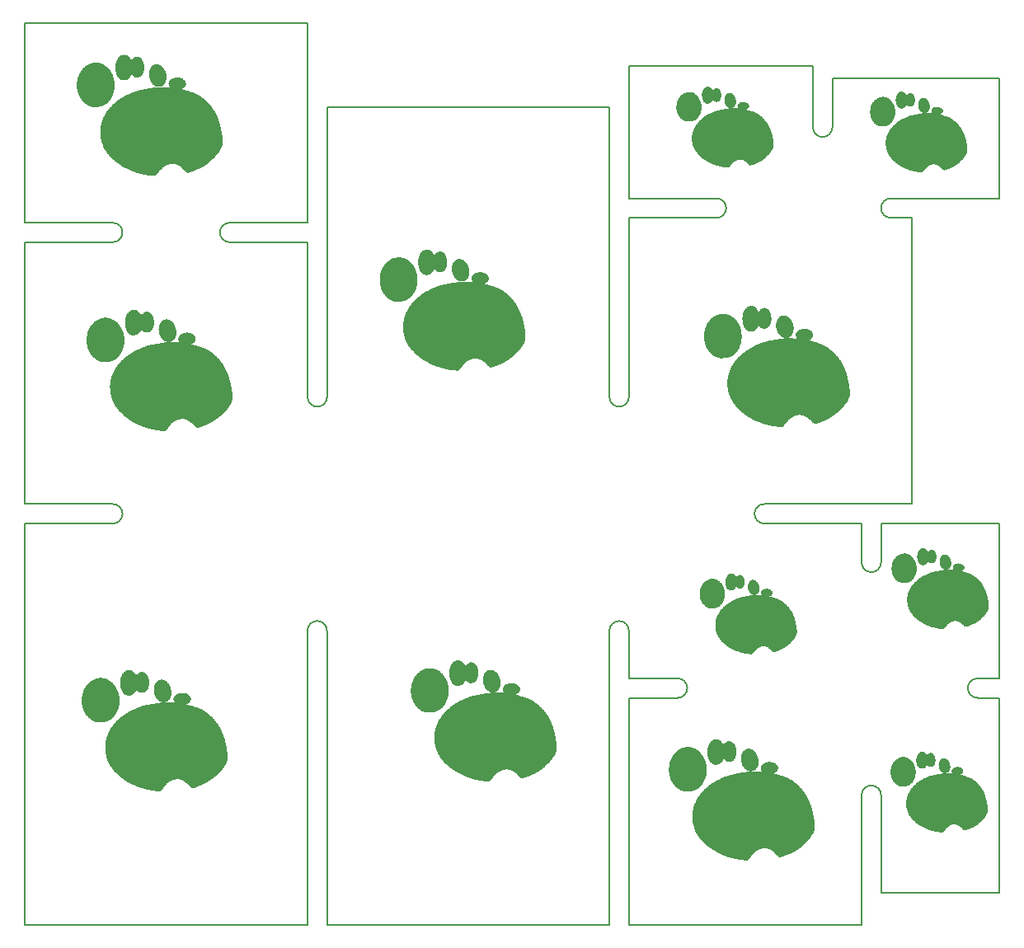
<source format=gbo>
G04 (created by PCBNEW (2013-may-18)-stable) date Wed 26 Feb 2014 10:24:25 PM CET*
%MOIN*%
G04 Gerber Fmt 3.4, Leading zero omitted, Abs format*
%FSLAX34Y34*%
G01*
G70*
G90*
G04 APERTURE LIST*
%ADD10C,0.006*%
%ADD11C,0.00590551*%
%ADD12C,4.72441e-06*%
G04 APERTURE END LIST*
G54D10*
G54D11*
X33858Y-46181D02*
X33858Y-53976D01*
X34645Y-46181D02*
G75*
G03X34251Y-45787I-393J0D01*
G74*
G01*
X34251Y-45787D02*
G75*
G03X33858Y-46181I0J-393D01*
G74*
G01*
X34645Y-48110D02*
X34645Y-46181D01*
X36614Y-48110D02*
X34645Y-48110D01*
X37007Y-48503D02*
G75*
G03X36614Y-48110I-393J0D01*
G74*
G01*
X36614Y-48897D02*
G75*
G03X37007Y-48503I0J393D01*
G74*
G01*
X34645Y-48897D02*
X36614Y-48897D01*
X34645Y-53976D02*
X34645Y-48897D01*
X44055Y-41850D02*
X40118Y-41850D01*
X44842Y-52834D02*
X44842Y-56771D01*
X44842Y-52834D02*
G75*
G03X44448Y-52440I-393J0D01*
G74*
G01*
X44448Y-52440D02*
G75*
G03X44055Y-52834I0J-393D01*
G74*
G01*
X44055Y-56771D02*
X44055Y-52834D01*
X44842Y-43425D02*
X44842Y-41850D01*
X44448Y-43818D02*
G75*
G03X44842Y-43425I0J393D01*
G74*
G01*
X44055Y-43425D02*
G75*
G03X44448Y-43818I393J0D01*
G74*
G01*
X44055Y-41850D02*
X44055Y-43425D01*
X40118Y-41062D02*
X44094Y-41062D01*
X40118Y-41062D02*
G75*
G03X39724Y-41456I0J-393D01*
G74*
G01*
X39724Y-41456D02*
G75*
G03X40118Y-41850I393J0D01*
G74*
G01*
X46102Y-28700D02*
X45236Y-28700D01*
X45236Y-28700D02*
G75*
G03X44842Y-29094I0J-393D01*
G74*
G01*
X44842Y-29094D02*
G75*
G03X45236Y-29488I393J0D01*
G74*
G01*
X46102Y-29488D02*
X45236Y-29488D01*
X46102Y-41062D02*
X46102Y-29488D01*
X42086Y-23346D02*
X34645Y-23346D01*
X42086Y-25826D02*
X42086Y-23346D01*
X42086Y-25826D02*
G75*
G03X42480Y-26220I393J0D01*
G74*
G01*
X42480Y-26220D02*
G75*
G03X42874Y-25826I0J393D01*
G74*
G01*
X42874Y-23858D02*
X42874Y-25826D01*
X43385Y-23858D02*
X42874Y-23858D01*
X34645Y-28700D02*
X34645Y-25000D01*
X38188Y-28700D02*
X34645Y-28700D01*
X38582Y-29094D02*
G75*
G03X38188Y-28700I-393J0D01*
G74*
G01*
X38188Y-29488D02*
G75*
G03X38582Y-29094I0J393D01*
G74*
G01*
X34645Y-29488D02*
X38188Y-29488D01*
X34645Y-36732D02*
X34645Y-29488D01*
X34251Y-37125D02*
G75*
G03X34645Y-36732I0J393D01*
G74*
G01*
X33858Y-36732D02*
G75*
G03X34251Y-37125I393J0D01*
G74*
G01*
X33858Y-25000D02*
X33858Y-36732D01*
X21653Y-36732D02*
X21653Y-30472D01*
X22440Y-36732D02*
X22440Y-25000D01*
X22047Y-37125D02*
G75*
G03X22440Y-36732I0J393D01*
G74*
G01*
X21653Y-36732D02*
G75*
G03X22047Y-37125I393J0D01*
G74*
G01*
X22440Y-55944D02*
X22440Y-46181D01*
X21653Y-46141D02*
X21653Y-55944D01*
X22086Y-45787D02*
G75*
G03X21653Y-46141I-39J-393D01*
G74*
G01*
X22440Y-46181D02*
G75*
G03X22047Y-45787I-393J0D01*
G74*
G01*
X11811Y-41850D02*
X13779Y-41850D01*
X13779Y-41062D02*
X11771Y-41062D01*
X13779Y-41850D02*
G75*
G03X14173Y-41456I0J393D01*
G74*
G01*
X14173Y-41456D02*
G75*
G03X13779Y-41062I-393J0D01*
G74*
G01*
X18503Y-30472D02*
X21653Y-30472D01*
X21653Y-29685D02*
X18503Y-29685D01*
X13464Y-30472D02*
X13779Y-30472D01*
X13779Y-29685D02*
X13425Y-29685D01*
X13779Y-30472D02*
G75*
G03X14173Y-30078I0J393D01*
G74*
G01*
X14173Y-30078D02*
G75*
G03X13779Y-29685I-393J0D01*
G74*
G01*
X22440Y-25000D02*
X33858Y-25000D01*
X18110Y-30078D02*
G75*
G03X18503Y-30472I393J0D01*
G74*
G01*
X18503Y-29685D02*
G75*
G03X18110Y-30078I0J-393D01*
G74*
G01*
X21653Y-25000D02*
X21653Y-29685D01*
X49606Y-56771D02*
X49606Y-48897D01*
X44055Y-56771D02*
X44055Y-57086D01*
X49606Y-56771D02*
X44842Y-56771D01*
X43385Y-23858D02*
X49606Y-23858D01*
X44133Y-41062D02*
X44094Y-41062D01*
X21653Y-55984D02*
X21653Y-55944D01*
X22440Y-55984D02*
X22440Y-55944D01*
X34645Y-54015D02*
X34645Y-53976D01*
X33858Y-54015D02*
X33858Y-53976D01*
X44055Y-57125D02*
X44055Y-57086D01*
X10236Y-41850D02*
X10236Y-58070D01*
X11811Y-41850D02*
X10236Y-41850D01*
X11771Y-41062D02*
X11692Y-41062D01*
X10236Y-41062D02*
X11692Y-41062D01*
X10236Y-30472D02*
X10236Y-41062D01*
X13464Y-30472D02*
X10236Y-30472D01*
X12480Y-29685D02*
X13425Y-29685D01*
X10236Y-29685D02*
X12480Y-29685D01*
X10236Y-21614D02*
X10236Y-29685D01*
X21653Y-21614D02*
X10236Y-21614D01*
X21653Y-25000D02*
X21653Y-21614D01*
X34645Y-24685D02*
X34645Y-25000D01*
X34645Y-23346D02*
X34645Y-24685D01*
X49606Y-28700D02*
X49606Y-23858D01*
X49606Y-28700D02*
X46102Y-28700D01*
X44133Y-41062D02*
X46102Y-41062D01*
X49606Y-41850D02*
X44842Y-41850D01*
X49606Y-48110D02*
X49606Y-41850D01*
X48740Y-48110D02*
X49606Y-48110D01*
X49015Y-48897D02*
X48740Y-48897D01*
X48740Y-48110D02*
G75*
G03X48346Y-48503I0J-393D01*
G74*
G01*
X48346Y-48503D02*
G75*
G03X48740Y-48897I393J0D01*
G74*
G01*
X49606Y-48897D02*
X49015Y-48897D01*
X44055Y-57322D02*
X44055Y-57125D01*
X44055Y-58070D02*
X44055Y-57322D01*
X34645Y-58070D02*
X44055Y-58070D01*
X34645Y-54015D02*
X34645Y-58070D01*
X33858Y-54015D02*
X33858Y-58070D01*
X22440Y-58070D02*
X33858Y-58070D01*
X22440Y-55984D02*
X22440Y-58070D01*
X21653Y-55984D02*
X21653Y-58070D01*
X10236Y-58070D02*
X21653Y-58070D01*
G54D12*
G36*
X38497Y-27436D02*
X38459Y-27430D01*
X38421Y-27424D01*
X38383Y-27416D01*
X38345Y-27408D01*
X38307Y-27400D01*
X38270Y-27390D01*
X38233Y-27380D01*
X38196Y-27369D01*
X38159Y-27357D01*
X38123Y-27344D01*
X38087Y-27331D01*
X38051Y-27317D01*
X38015Y-27302D01*
X37980Y-27287D01*
X37946Y-27271D01*
X37912Y-27254D01*
X37878Y-27237D01*
X37844Y-27219D01*
X37812Y-27200D01*
X37779Y-27181D01*
X37747Y-27161D01*
X37716Y-27140D01*
X37685Y-27119D01*
X37655Y-27097D01*
X37626Y-27075D01*
X37601Y-27055D01*
X37574Y-27031D01*
X37545Y-27004D01*
X37515Y-26975D01*
X37485Y-26945D01*
X37456Y-26914D01*
X37429Y-26884D01*
X37404Y-26855D01*
X37382Y-26829D01*
X37365Y-26806D01*
X37344Y-26774D01*
X37324Y-26742D01*
X37306Y-26709D01*
X37288Y-26674D01*
X37273Y-26639D01*
X37259Y-26604D01*
X37246Y-26568D01*
X37234Y-26531D01*
X37224Y-26493D01*
X37216Y-26456D01*
X37209Y-26417D01*
X37203Y-26379D01*
X37200Y-26340D01*
X37197Y-26301D01*
X37196Y-26262D01*
X37197Y-26228D01*
X37199Y-26194D01*
X37202Y-26161D01*
X37206Y-26127D01*
X37211Y-26094D01*
X37218Y-26062D01*
X37225Y-26029D01*
X37234Y-25997D01*
X37244Y-25966D01*
X37255Y-25934D01*
X37267Y-25903D01*
X37281Y-25873D01*
X37295Y-25842D01*
X37310Y-25812D01*
X37327Y-25783D01*
X37345Y-25754D01*
X37363Y-25725D01*
X37383Y-25696D01*
X37404Y-25668D01*
X37425Y-25641D01*
X37448Y-25614D01*
X37472Y-25587D01*
X37497Y-25561D01*
X37522Y-25536D01*
X37549Y-25511D01*
X37577Y-25486D01*
X37605Y-25462D01*
X37635Y-25438D01*
X37665Y-25415D01*
X37697Y-25393D01*
X37729Y-25371D01*
X37763Y-25350D01*
X37797Y-25329D01*
X37832Y-25309D01*
X37868Y-25290D01*
X37904Y-25271D01*
X37942Y-25252D01*
X37981Y-25235D01*
X38020Y-25218D01*
X38060Y-25202D01*
X38101Y-25186D01*
X38143Y-25171D01*
X38169Y-25163D01*
X38194Y-25155D01*
X38220Y-25147D01*
X38248Y-25140D01*
X38278Y-25133D01*
X38311Y-25126D01*
X38348Y-25118D01*
X38390Y-25111D01*
X38438Y-25102D01*
X38492Y-25093D01*
X38553Y-25083D01*
X38599Y-25075D01*
X38636Y-25069D01*
X38668Y-25065D01*
X38696Y-25062D01*
X38722Y-25059D01*
X38749Y-25058D01*
X38778Y-25057D01*
X38812Y-25058D01*
X38853Y-25058D01*
X38902Y-25059D01*
X38948Y-25060D01*
X38986Y-25061D01*
X39015Y-25061D01*
X39038Y-25061D01*
X39054Y-25061D01*
X39065Y-25060D01*
X39072Y-25058D01*
X39075Y-25056D01*
X39074Y-25054D01*
X39072Y-25051D01*
X39062Y-25038D01*
X39054Y-25024D01*
X39047Y-25010D01*
X39042Y-24996D01*
X39039Y-24981D01*
X39037Y-24966D01*
X39037Y-24951D01*
X39039Y-24936D01*
X39043Y-24922D01*
X39049Y-24908D01*
X39063Y-24884D01*
X39083Y-24863D01*
X39106Y-24844D01*
X39134Y-24829D01*
X39164Y-24817D01*
X39196Y-24808D01*
X39230Y-24802D01*
X39265Y-24799D01*
X39299Y-24800D01*
X39334Y-24804D01*
X39367Y-24812D01*
X39399Y-24823D01*
X39428Y-24838D01*
X39454Y-24857D01*
X39477Y-24880D01*
X39494Y-24905D01*
X39504Y-24931D01*
X39508Y-24957D01*
X39506Y-24983D01*
X39498Y-25008D01*
X39483Y-25033D01*
X39463Y-25056D01*
X39437Y-25078D01*
X39405Y-25097D01*
X39382Y-25108D01*
X39382Y-25108D01*
X39416Y-25117D01*
X39416Y-25117D01*
X39464Y-25130D01*
X39510Y-25142D01*
X39554Y-25155D01*
X39596Y-25168D01*
X39636Y-25180D01*
X39673Y-25193D01*
X39709Y-25206D01*
X39742Y-25219D01*
X39773Y-25233D01*
X39802Y-25246D01*
X39828Y-25259D01*
X39852Y-25272D01*
X39874Y-25285D01*
X39893Y-25298D01*
X39924Y-25320D01*
X39954Y-25343D01*
X39983Y-25366D01*
X40011Y-25390D01*
X40038Y-25414D01*
X40064Y-25438D01*
X40089Y-25463D01*
X40114Y-25488D01*
X40137Y-25514D01*
X40160Y-25540D01*
X40182Y-25567D01*
X40203Y-25594D01*
X40223Y-25622D01*
X40242Y-25651D01*
X40261Y-25680D01*
X40279Y-25710D01*
X40296Y-25741D01*
X40312Y-25772D01*
X40328Y-25804D01*
X40343Y-25837D01*
X40357Y-25871D01*
X40371Y-25905D01*
X40384Y-25941D01*
X40396Y-25977D01*
X40408Y-26014D01*
X40419Y-26052D01*
X40429Y-26091D01*
X40439Y-26131D01*
X40449Y-26172D01*
X40458Y-26214D01*
X40466Y-26258D01*
X40474Y-26302D01*
X40479Y-26335D01*
X40484Y-26364D01*
X40487Y-26390D01*
X40490Y-26413D01*
X40492Y-26434D01*
X40494Y-26454D01*
X40495Y-26473D01*
X40495Y-26493D01*
X40495Y-26513D01*
X40495Y-26535D01*
X40494Y-26558D01*
X40493Y-26578D01*
X40492Y-26594D01*
X40491Y-26608D01*
X40489Y-26620D01*
X40486Y-26632D01*
X40483Y-26642D01*
X40479Y-26653D01*
X40474Y-26665D01*
X40468Y-26678D01*
X40454Y-26706D01*
X40438Y-26734D01*
X40421Y-26762D01*
X40401Y-26791D01*
X40381Y-26820D01*
X40359Y-26848D01*
X40335Y-26877D01*
X40311Y-26906D01*
X40285Y-26934D01*
X40258Y-26962D01*
X40230Y-26990D01*
X40201Y-27017D01*
X40171Y-27044D01*
X40141Y-27069D01*
X40110Y-27095D01*
X40078Y-27119D01*
X40046Y-27142D01*
X40014Y-27164D01*
X39981Y-27186D01*
X39948Y-27206D01*
X39915Y-27224D01*
X39882Y-27242D01*
X39857Y-27254D01*
X39826Y-27268D01*
X39790Y-27283D01*
X39752Y-27299D01*
X39713Y-27315D01*
X39675Y-27330D01*
X39640Y-27343D01*
X39611Y-27354D01*
X39588Y-27362D01*
X39573Y-27366D01*
X39564Y-27367D01*
X39555Y-27367D01*
X39547Y-27366D01*
X39540Y-27364D01*
X39532Y-27359D01*
X39523Y-27353D01*
X39514Y-27344D01*
X39502Y-27332D01*
X39489Y-27318D01*
X39473Y-27299D01*
X39445Y-27269D01*
X39416Y-27242D01*
X39387Y-27218D01*
X39357Y-27196D01*
X39326Y-27177D01*
X39295Y-27161D01*
X39264Y-27148D01*
X39233Y-27138D01*
X39201Y-27131D01*
X39170Y-27126D01*
X39138Y-27125D01*
X39106Y-27127D01*
X39074Y-27132D01*
X39043Y-27140D01*
X39009Y-27151D01*
X38976Y-27165D01*
X38945Y-27180D01*
X38916Y-27198D01*
X38887Y-27218D01*
X38860Y-27241D01*
X38833Y-27267D01*
X38807Y-27296D01*
X38780Y-27329D01*
X38754Y-27365D01*
X38692Y-27452D01*
X38692Y-27452D01*
X38646Y-27451D01*
X38646Y-27451D01*
X38637Y-27451D01*
X38626Y-27450D01*
X38613Y-27449D01*
X38598Y-27448D01*
X38583Y-27446D01*
X38566Y-27444D01*
X38549Y-27442D01*
X38531Y-27440D01*
X38514Y-27438D01*
X38497Y-27436D01*
X38497Y-27436D01*
X38497Y-27436D01*
G37*
G36*
X36941Y-25579D02*
X36908Y-25566D01*
X36875Y-25552D01*
X36845Y-25534D01*
X36815Y-25515D01*
X36786Y-25493D01*
X36759Y-25470D01*
X36734Y-25444D01*
X36710Y-25417D01*
X36687Y-25388D01*
X36666Y-25357D01*
X36647Y-25324D01*
X36630Y-25290D01*
X36614Y-25255D01*
X36601Y-25218D01*
X36589Y-25180D01*
X36579Y-25141D01*
X36572Y-25100D01*
X36569Y-25075D01*
X36567Y-25047D01*
X36566Y-25016D01*
X36567Y-24984D01*
X36568Y-24951D01*
X36571Y-24918D01*
X36574Y-24887D01*
X36578Y-24857D01*
X36583Y-24829D01*
X36589Y-24806D01*
X36601Y-24768D01*
X36615Y-24732D01*
X36630Y-24697D01*
X36648Y-24663D01*
X36667Y-24632D01*
X36687Y-24602D01*
X36709Y-24573D01*
X36733Y-24547D01*
X36758Y-24523D01*
X36785Y-24500D01*
X36813Y-24479D01*
X36843Y-24461D01*
X36873Y-24445D01*
X36907Y-24430D01*
X36941Y-24418D01*
X36975Y-24408D01*
X37009Y-24402D01*
X37043Y-24397D01*
X37077Y-24396D01*
X37111Y-24397D01*
X37144Y-24401D01*
X37178Y-24407D01*
X37211Y-24416D01*
X37243Y-24428D01*
X37275Y-24442D01*
X37307Y-24458D01*
X37337Y-24478D01*
X37367Y-24499D01*
X37392Y-24521D01*
X37416Y-24546D01*
X37440Y-24573D01*
X37462Y-24604D01*
X37484Y-24636D01*
X37503Y-24670D01*
X37521Y-24706D01*
X37537Y-24743D01*
X37551Y-24780D01*
X37563Y-24817D01*
X37569Y-24845D01*
X37573Y-24876D01*
X37577Y-24911D01*
X37579Y-24948D01*
X37580Y-24986D01*
X37580Y-25025D01*
X37579Y-25062D01*
X37576Y-25098D01*
X37572Y-25130D01*
X37566Y-25159D01*
X37557Y-25195D01*
X37545Y-25230D01*
X37532Y-25265D01*
X37517Y-25298D01*
X37501Y-25331D01*
X37483Y-25362D01*
X37464Y-25391D01*
X37444Y-25417D01*
X37423Y-25442D01*
X37401Y-25464D01*
X37372Y-25489D01*
X37343Y-25511D01*
X37315Y-25531D01*
X37286Y-25547D01*
X37256Y-25560D01*
X37225Y-25571D01*
X37193Y-25580D01*
X37158Y-25587D01*
X37122Y-25591D01*
X37082Y-25593D01*
X37061Y-25594D01*
X37042Y-25595D01*
X37027Y-25595D01*
X37013Y-25594D01*
X37000Y-25593D01*
X36989Y-25592D01*
X36978Y-25590D01*
X36966Y-25587D01*
X36954Y-25583D01*
X36941Y-25579D01*
X36941Y-25579D01*
X36941Y-25579D01*
G37*
G36*
X38712Y-25041D02*
X38684Y-25030D01*
X38657Y-25014D01*
X38631Y-24993D01*
X38607Y-24969D01*
X38585Y-24941D01*
X38566Y-24910D01*
X38548Y-24876D01*
X38534Y-24841D01*
X38523Y-24804D01*
X38514Y-24766D01*
X38510Y-24727D01*
X38509Y-24689D01*
X38512Y-24651D01*
X38519Y-24613D01*
X38530Y-24578D01*
X38544Y-24547D01*
X38561Y-24520D01*
X38581Y-24496D01*
X38603Y-24477D01*
X38629Y-24461D01*
X38657Y-24450D01*
X38687Y-24443D01*
X38719Y-24441D01*
X38749Y-24443D01*
X38777Y-24450D01*
X38804Y-24460D01*
X38830Y-24474D01*
X38854Y-24491D01*
X38876Y-24512D01*
X38897Y-24535D01*
X38916Y-24560D01*
X38933Y-24588D01*
X38947Y-24618D01*
X38959Y-24650D01*
X38969Y-24683D01*
X38976Y-24717D01*
X38980Y-24752D01*
X38981Y-24787D01*
X38979Y-24823D01*
X38973Y-24859D01*
X38964Y-24894D01*
X38952Y-24928D01*
X38935Y-24957D01*
X38915Y-24984D01*
X38892Y-25006D01*
X38867Y-25024D01*
X38839Y-25037D01*
X38809Y-25046D01*
X38778Y-25049D01*
X38745Y-25048D01*
X38712Y-25041D01*
X38712Y-25041D01*
X38712Y-25041D01*
G37*
G36*
X37773Y-24864D02*
X37750Y-24854D01*
X37727Y-24840D01*
X37707Y-24823D01*
X37688Y-24803D01*
X37670Y-24780D01*
X37654Y-24754D01*
X37640Y-24726D01*
X37628Y-24695D01*
X37618Y-24661D01*
X37610Y-24625D01*
X37604Y-24583D01*
X37601Y-24542D01*
X37600Y-24501D01*
X37603Y-24461D01*
X37609Y-24423D01*
X37618Y-24386D01*
X37629Y-24352D01*
X37643Y-24320D01*
X37660Y-24290D01*
X37679Y-24264D01*
X37700Y-24240D01*
X37723Y-24221D01*
X37748Y-24205D01*
X37765Y-24198D01*
X37783Y-24192D01*
X37802Y-24188D01*
X37821Y-24186D01*
X37840Y-24185D01*
X37859Y-24186D01*
X37877Y-24189D01*
X37895Y-24193D01*
X37912Y-24199D01*
X37927Y-24207D01*
X37938Y-24214D01*
X37949Y-24222D01*
X37959Y-24231D01*
X37970Y-24240D01*
X37979Y-24250D01*
X37989Y-24261D01*
X37998Y-24273D01*
X38006Y-24285D01*
X38014Y-24297D01*
X38021Y-24310D01*
X38034Y-24336D01*
X38034Y-24336D01*
X38054Y-24309D01*
X38054Y-24309D01*
X38073Y-24287D01*
X38094Y-24270D01*
X38117Y-24255D01*
X38140Y-24245D01*
X38165Y-24239D01*
X38190Y-24237D01*
X38214Y-24239D01*
X38239Y-24245D01*
X38262Y-24255D01*
X38285Y-24269D01*
X38307Y-24290D01*
X38327Y-24315D01*
X38343Y-24343D01*
X38357Y-24374D01*
X38368Y-24408D01*
X38375Y-24444D01*
X38380Y-24481D01*
X38382Y-24518D01*
X38380Y-24556D01*
X38376Y-24593D01*
X38368Y-24628D01*
X38357Y-24661D01*
X38343Y-24692D01*
X38326Y-24720D01*
X38306Y-24744D01*
X38284Y-24764D01*
X38260Y-24779D01*
X38236Y-24789D01*
X38211Y-24796D01*
X38186Y-24797D01*
X38161Y-24795D01*
X38137Y-24788D01*
X38113Y-24777D01*
X38091Y-24761D01*
X38070Y-24741D01*
X38066Y-24737D01*
X38062Y-24733D01*
X38058Y-24729D01*
X38054Y-24726D01*
X38051Y-24722D01*
X38048Y-24720D01*
X38045Y-24718D01*
X38043Y-24716D01*
X38042Y-24715D01*
X38040Y-24715D01*
X38039Y-24715D01*
X38038Y-24716D01*
X38037Y-24718D01*
X38035Y-24720D01*
X38033Y-24723D01*
X38031Y-24726D01*
X38029Y-24730D01*
X38027Y-24734D01*
X38024Y-24738D01*
X38022Y-24743D01*
X38015Y-24756D01*
X38008Y-24769D01*
X38000Y-24781D01*
X37991Y-24793D01*
X37981Y-24804D01*
X37972Y-24815D01*
X37961Y-24825D01*
X37951Y-24834D01*
X37940Y-24842D01*
X37929Y-24849D01*
X37916Y-24855D01*
X37901Y-24861D01*
X37885Y-24866D01*
X37869Y-24869D01*
X37852Y-24871D01*
X37834Y-24873D01*
X37818Y-24872D01*
X37802Y-24871D01*
X37787Y-24868D01*
X37773Y-24864D01*
X37773Y-24864D01*
X37773Y-24864D01*
G37*
G36*
X15619Y-38083D02*
X15581Y-38078D01*
X15542Y-38071D01*
X15504Y-38065D01*
X15465Y-38057D01*
X15427Y-38050D01*
X15389Y-38041D01*
X15351Y-38033D01*
X15313Y-38023D01*
X15275Y-38013D01*
X15237Y-38003D01*
X15199Y-37992D01*
X15162Y-37980D01*
X15125Y-37968D01*
X15088Y-37956D01*
X15051Y-37943D01*
X15014Y-37930D01*
X14978Y-37916D01*
X14942Y-37901D01*
X14906Y-37886D01*
X14870Y-37871D01*
X14835Y-37855D01*
X14800Y-37839D01*
X14765Y-37822D01*
X14730Y-37805D01*
X14696Y-37787D01*
X14662Y-37769D01*
X14629Y-37751D01*
X14595Y-37732D01*
X14563Y-37712D01*
X14530Y-37693D01*
X14498Y-37672D01*
X14466Y-37652D01*
X14435Y-37631D01*
X14404Y-37609D01*
X14373Y-37587D01*
X14343Y-37565D01*
X14313Y-37542D01*
X14289Y-37523D01*
X14263Y-37501D01*
X14236Y-37476D01*
X14207Y-37450D01*
X14177Y-37421D01*
X14147Y-37392D01*
X14117Y-37362D01*
X14088Y-37331D01*
X14059Y-37301D01*
X14031Y-37270D01*
X14005Y-37241D01*
X13980Y-37213D01*
X13958Y-37186D01*
X13938Y-37161D01*
X13922Y-37138D01*
X13901Y-37108D01*
X13881Y-37076D01*
X13862Y-37044D01*
X13843Y-37012D01*
X13826Y-36979D01*
X13809Y-36945D01*
X13793Y-36912D01*
X13779Y-36877D01*
X13765Y-36842D01*
X13752Y-36807D01*
X13740Y-36771D01*
X13728Y-36735D01*
X13718Y-36699D01*
X13709Y-36662D01*
X13701Y-36625D01*
X13693Y-36588D01*
X13687Y-36551D01*
X13681Y-36513D01*
X13677Y-36475D01*
X13673Y-36437D01*
X13671Y-36399D01*
X13669Y-36360D01*
X13669Y-36322D01*
X13669Y-36288D01*
X13670Y-36254D01*
X13672Y-36220D01*
X13675Y-36187D01*
X13679Y-36154D01*
X13683Y-36120D01*
X13688Y-36087D01*
X13694Y-36055D01*
X13701Y-36022D01*
X13708Y-35990D01*
X13717Y-35957D01*
X13726Y-35926D01*
X13735Y-35894D01*
X13746Y-35862D01*
X13757Y-35831D01*
X13769Y-35800D01*
X13782Y-35769D01*
X13795Y-35738D01*
X13809Y-35708D01*
X13824Y-35678D01*
X13840Y-35648D01*
X13856Y-35618D01*
X13873Y-35589D01*
X13891Y-35560D01*
X13910Y-35531D01*
X13929Y-35502D01*
X13949Y-35474D01*
X13969Y-35446D01*
X13990Y-35418D01*
X14012Y-35391D01*
X14035Y-35364D01*
X14058Y-35337D01*
X14082Y-35311D01*
X14107Y-35284D01*
X14132Y-35259D01*
X14158Y-35233D01*
X14184Y-35208D01*
X14212Y-35183D01*
X14239Y-35158D01*
X14268Y-35134D01*
X14297Y-35111D01*
X14327Y-35087D01*
X14357Y-35064D01*
X14388Y-35041D01*
X14420Y-35019D01*
X14452Y-34997D01*
X14485Y-34975D01*
X14518Y-34954D01*
X14552Y-34933D01*
X14587Y-34913D01*
X14622Y-34893D01*
X14658Y-34873D01*
X14694Y-34854D01*
X14731Y-34835D01*
X14768Y-34817D01*
X14807Y-34799D01*
X14845Y-34782D01*
X14884Y-34765D01*
X14924Y-34748D01*
X14964Y-34732D01*
X15005Y-34716D01*
X15047Y-34701D01*
X15089Y-34686D01*
X15114Y-34678D01*
X15138Y-34670D01*
X15163Y-34662D01*
X15188Y-34655D01*
X15214Y-34648D01*
X15241Y-34641D01*
X15269Y-34634D01*
X15299Y-34627D01*
X15331Y-34620D01*
X15366Y-34613D01*
X15403Y-34606D01*
X15444Y-34598D01*
X15488Y-34590D01*
X15535Y-34582D01*
X15587Y-34573D01*
X15643Y-34564D01*
X15704Y-34554D01*
X15754Y-34545D01*
X15798Y-34538D01*
X15836Y-34532D01*
X15870Y-34528D01*
X15901Y-34524D01*
X15930Y-34521D01*
X15958Y-34518D01*
X15986Y-34517D01*
X16016Y-34516D01*
X16049Y-34516D01*
X16085Y-34516D01*
X16126Y-34516D01*
X16173Y-34517D01*
X16227Y-34518D01*
X16297Y-34520D01*
X16353Y-34521D01*
X16397Y-34521D01*
X16431Y-34521D01*
X16456Y-34521D01*
X16473Y-34519D01*
X16482Y-34517D01*
X16486Y-34514D01*
X16486Y-34510D01*
X16482Y-34505D01*
X16467Y-34486D01*
X16455Y-34466D01*
X16445Y-34445D01*
X16437Y-34423D01*
X16432Y-34401D01*
X16430Y-34378D01*
X16430Y-34356D01*
X16433Y-34334D01*
X16439Y-34312D01*
X16447Y-34291D01*
X16462Y-34265D01*
X16480Y-34242D01*
X16502Y-34220D01*
X16526Y-34201D01*
X16554Y-34184D01*
X16583Y-34169D01*
X16615Y-34156D01*
X16649Y-34146D01*
X16683Y-34138D01*
X16719Y-34132D01*
X16755Y-34129D01*
X16792Y-34128D01*
X16829Y-34129D01*
X16865Y-34134D01*
X16900Y-34140D01*
X16935Y-34150D01*
X16968Y-34162D01*
X16999Y-34176D01*
X17028Y-34194D01*
X17055Y-34214D01*
X17081Y-34239D01*
X17102Y-34265D01*
X17118Y-34292D01*
X17129Y-34320D01*
X17135Y-34348D01*
X17137Y-34375D01*
X17133Y-34403D01*
X17125Y-34431D01*
X17113Y-34458D01*
X17096Y-34484D01*
X17074Y-34509D01*
X17048Y-34532D01*
X17017Y-34554D01*
X16982Y-34575D01*
X16948Y-34592D01*
X16948Y-34592D01*
X16999Y-34605D01*
X16999Y-34605D01*
X17050Y-34618D01*
X17099Y-34631D01*
X17146Y-34645D01*
X17192Y-34658D01*
X17237Y-34671D01*
X17280Y-34685D01*
X17322Y-34698D01*
X17362Y-34712D01*
X17400Y-34725D01*
X17437Y-34739D01*
X17472Y-34753D01*
X17506Y-34766D01*
X17538Y-34780D01*
X17568Y-34794D01*
X17597Y-34808D01*
X17624Y-34821D01*
X17649Y-34835D01*
X17673Y-34849D01*
X17695Y-34862D01*
X17714Y-34876D01*
X17746Y-34899D01*
X17777Y-34922D01*
X17807Y-34946D01*
X17837Y-34969D01*
X17866Y-34993D01*
X17894Y-35017D01*
X17922Y-35042D01*
X17949Y-35067D01*
X17976Y-35091D01*
X18001Y-35117D01*
X18027Y-35142D01*
X18051Y-35168D01*
X18075Y-35195D01*
X18099Y-35221D01*
X18121Y-35248D01*
X18144Y-35276D01*
X18165Y-35304D01*
X18186Y-35332D01*
X18207Y-35360D01*
X18227Y-35389D01*
X18246Y-35419D01*
X18265Y-35449D01*
X18284Y-35479D01*
X18301Y-35510D01*
X18319Y-35542D01*
X18336Y-35573D01*
X18352Y-35606D01*
X18368Y-35639D01*
X18383Y-35672D01*
X18398Y-35706D01*
X18412Y-35741D01*
X18426Y-35776D01*
X18440Y-35812D01*
X18453Y-35848D01*
X18465Y-35885D01*
X18478Y-35923D01*
X18489Y-35961D01*
X18501Y-36000D01*
X18512Y-36040D01*
X18522Y-36080D01*
X18532Y-36121D01*
X18542Y-36163D01*
X18551Y-36205D01*
X18560Y-36248D01*
X18569Y-36292D01*
X18577Y-36337D01*
X18585Y-36382D01*
X18593Y-36432D01*
X18600Y-36475D01*
X18605Y-36514D01*
X18610Y-36549D01*
X18613Y-36580D01*
X18615Y-36610D01*
X18617Y-36639D01*
X18617Y-36669D01*
X18617Y-36699D01*
X18616Y-36732D01*
X18615Y-36767D01*
X18614Y-36796D01*
X18612Y-36821D01*
X18610Y-36842D01*
X18607Y-36860D01*
X18603Y-36877D01*
X18599Y-36893D01*
X18593Y-36909D01*
X18585Y-36927D01*
X18576Y-36946D01*
X18562Y-36975D01*
X18546Y-37004D01*
X18530Y-37033D01*
X18512Y-37062D01*
X18493Y-37092D01*
X18473Y-37121D01*
X18452Y-37151D01*
X18429Y-37181D01*
X18406Y-37210D01*
X18382Y-37240D01*
X18357Y-37269D01*
X18331Y-37299D01*
X18304Y-37328D01*
X18276Y-37357D01*
X18248Y-37386D01*
X18219Y-37414D01*
X18189Y-37442D01*
X18159Y-37470D01*
X18128Y-37497D01*
X18097Y-37524D01*
X18065Y-37550D01*
X18033Y-37576D01*
X18000Y-37601D01*
X17967Y-37625D01*
X17934Y-37649D01*
X17901Y-37672D01*
X17867Y-37694D01*
X17833Y-37716D01*
X17800Y-37736D01*
X17766Y-37756D01*
X17732Y-37774D01*
X17698Y-37792D01*
X17670Y-37806D01*
X17636Y-37821D01*
X17597Y-37838D01*
X17555Y-37856D01*
X17511Y-37875D01*
X17466Y-37893D01*
X17422Y-37911D01*
X17379Y-37928D01*
X17339Y-37943D01*
X17303Y-37956D01*
X17273Y-37967D01*
X17249Y-37974D01*
X17234Y-37978D01*
X17220Y-37980D01*
X17207Y-37980D01*
X17195Y-37979D01*
X17184Y-37975D01*
X17172Y-37969D01*
X17159Y-37959D01*
X17145Y-37945D01*
X17128Y-37928D01*
X17107Y-37906D01*
X17083Y-37879D01*
X17054Y-37847D01*
X17024Y-37817D01*
X16994Y-37789D01*
X16963Y-37763D01*
X16932Y-37739D01*
X16900Y-37717D01*
X16868Y-37698D01*
X16836Y-37680D01*
X16804Y-37665D01*
X16771Y-37651D01*
X16738Y-37640D01*
X16705Y-37631D01*
X16672Y-37624D01*
X16638Y-37620D01*
X16605Y-37617D01*
X16572Y-37617D01*
X16538Y-37619D01*
X16505Y-37623D01*
X16472Y-37630D01*
X16439Y-37639D01*
X16404Y-37650D01*
X16371Y-37662D01*
X16338Y-37676D01*
X16307Y-37692D01*
X16277Y-37708D01*
X16248Y-37726D01*
X16219Y-37746D01*
X16192Y-37768D01*
X16164Y-37792D01*
X16137Y-37817D01*
X16111Y-37844D01*
X16084Y-37874D01*
X16058Y-37906D01*
X16032Y-37940D01*
X16005Y-37976D01*
X15913Y-38107D01*
X15913Y-38107D01*
X15843Y-38106D01*
X15843Y-38106D01*
X15830Y-38105D01*
X15813Y-38104D01*
X15794Y-38103D01*
X15772Y-38101D01*
X15748Y-38099D01*
X15723Y-38096D01*
X15698Y-38093D01*
X15671Y-38090D01*
X15645Y-38087D01*
X15619Y-38083D01*
X15619Y-38083D01*
X15619Y-38083D01*
G37*
G36*
X13285Y-35298D02*
X13253Y-35286D01*
X13221Y-35273D01*
X13189Y-35258D01*
X13159Y-35241D01*
X13129Y-35223D01*
X13100Y-35204D01*
X13072Y-35184D01*
X13044Y-35162D01*
X13018Y-35138D01*
X12992Y-35114D01*
X12968Y-35088D01*
X12944Y-35061D01*
X12922Y-35033D01*
X12900Y-35004D01*
X12880Y-34974D01*
X12860Y-34942D01*
X12842Y-34910D01*
X12825Y-34877D01*
X12809Y-34842D01*
X12794Y-34807D01*
X12781Y-34771D01*
X12768Y-34734D01*
X12757Y-34697D01*
X12748Y-34658D01*
X12739Y-34619D01*
X12732Y-34580D01*
X12728Y-34549D01*
X12726Y-34514D01*
X12724Y-34477D01*
X12724Y-34438D01*
X12725Y-34397D01*
X12727Y-34356D01*
X12729Y-34315D01*
X12733Y-34275D01*
X12738Y-34236D01*
X12744Y-34200D01*
X12750Y-34167D01*
X12757Y-34138D01*
X12769Y-34099D01*
X12783Y-34061D01*
X12797Y-34024D01*
X12813Y-33988D01*
X12830Y-33953D01*
X12848Y-33919D01*
X12868Y-33887D01*
X12888Y-33855D01*
X12910Y-33825D01*
X12933Y-33796D01*
X12957Y-33768D01*
X12982Y-33742D01*
X13008Y-33717D01*
X13035Y-33693D01*
X13063Y-33671D01*
X13092Y-33650D01*
X13122Y-33631D01*
X13153Y-33613D01*
X13184Y-33596D01*
X13218Y-33581D01*
X13253Y-33567D01*
X13287Y-33555D01*
X13322Y-33545D01*
X13357Y-33537D01*
X13392Y-33531D01*
X13427Y-33526D01*
X13461Y-33524D01*
X13496Y-33523D01*
X13531Y-33524D01*
X13566Y-33527D01*
X13600Y-33532D01*
X13634Y-33538D01*
X13668Y-33547D01*
X13702Y-33557D01*
X13735Y-33569D01*
X13768Y-33583D01*
X13800Y-33598D01*
X13832Y-33616D01*
X13864Y-33635D01*
X13895Y-33656D01*
X13925Y-33679D01*
X13950Y-33699D01*
X13975Y-33723D01*
X13999Y-33748D01*
X14023Y-33775D01*
X14046Y-33804D01*
X14068Y-33835D01*
X14089Y-33867D01*
X14110Y-33900D01*
X14129Y-33935D01*
X14148Y-33970D01*
X14165Y-34007D01*
X14180Y-34043D01*
X14195Y-34080D01*
X14207Y-34118D01*
X14218Y-34155D01*
X14225Y-34184D01*
X14231Y-34216D01*
X14235Y-34251D01*
X14239Y-34288D01*
X14242Y-34328D01*
X14244Y-34368D01*
X14245Y-34409D01*
X14245Y-34450D01*
X14244Y-34491D01*
X14242Y-34530D01*
X14239Y-34568D01*
X14235Y-34604D01*
X14230Y-34637D01*
X14224Y-34667D01*
X14214Y-34706D01*
X14202Y-34744D01*
X14190Y-34782D01*
X14175Y-34819D01*
X14160Y-34856D01*
X14143Y-34891D01*
X14125Y-34926D01*
X14106Y-34959D01*
X14087Y-34991D01*
X14066Y-35021D01*
X14044Y-35050D01*
X14022Y-35077D01*
X13999Y-35102D01*
X13975Y-35125D01*
X13944Y-35153D01*
X13913Y-35178D01*
X13883Y-35201D01*
X13852Y-35221D01*
X13821Y-35240D01*
X13790Y-35256D01*
X13758Y-35270D01*
X13725Y-35282D01*
X13691Y-35293D01*
X13656Y-35301D01*
X13619Y-35308D01*
X13581Y-35313D01*
X13540Y-35317D01*
X13498Y-35320D01*
X13466Y-35321D01*
X13438Y-35321D01*
X13414Y-35321D01*
X13394Y-35321D01*
X13375Y-35319D01*
X13358Y-35317D01*
X13341Y-35314D01*
X13324Y-35310D01*
X13306Y-35304D01*
X13285Y-35298D01*
X13285Y-35298D01*
X13285Y-35298D01*
G37*
G36*
X15942Y-34491D02*
X15915Y-34481D01*
X15888Y-34468D01*
X15861Y-34452D01*
X15836Y-34432D01*
X15812Y-34411D01*
X15789Y-34386D01*
X15767Y-34360D01*
X15746Y-34331D01*
X15727Y-34301D01*
X15709Y-34269D01*
X15693Y-34236D01*
X15679Y-34201D01*
X15667Y-34166D01*
X15657Y-34129D01*
X15648Y-34092D01*
X15642Y-34055D01*
X15639Y-34017D01*
X15637Y-33980D01*
X15639Y-33943D01*
X15642Y-33906D01*
X15650Y-33864D01*
X15660Y-33826D01*
X15672Y-33789D01*
X15687Y-33756D01*
X15704Y-33726D01*
X15724Y-33698D01*
X15745Y-33673D01*
X15769Y-33652D01*
X15795Y-33634D01*
X15823Y-33618D01*
X15853Y-33606D01*
X15885Y-33598D01*
X15918Y-33593D01*
X15953Y-33591D01*
X15984Y-33593D01*
X16014Y-33597D01*
X16043Y-33605D01*
X16071Y-33615D01*
X16098Y-33628D01*
X16124Y-33644D01*
X16149Y-33662D01*
X16173Y-33682D01*
X16196Y-33704D01*
X16218Y-33729D01*
X16238Y-33755D01*
X16256Y-33783D01*
X16273Y-33812D01*
X16289Y-33843D01*
X16302Y-33875D01*
X16314Y-33908D01*
X16324Y-33942D01*
X16333Y-33977D01*
X16339Y-34012D01*
X16343Y-34049D01*
X16345Y-34085D01*
X16345Y-34122D01*
X16343Y-34159D01*
X16338Y-34197D01*
X16331Y-34234D01*
X16321Y-34270D01*
X16308Y-34307D01*
X16292Y-34341D01*
X16273Y-34372D01*
X16252Y-34400D01*
X16228Y-34425D01*
X16202Y-34446D01*
X16174Y-34465D01*
X16145Y-34480D01*
X16113Y-34491D01*
X16081Y-34499D01*
X16047Y-34503D01*
X16013Y-34503D01*
X15978Y-34499D01*
X15942Y-34491D01*
X15942Y-34491D01*
X15942Y-34491D01*
G37*
G36*
X14534Y-34226D02*
X14507Y-34214D01*
X14481Y-34199D01*
X14456Y-34181D01*
X14432Y-34161D01*
X14410Y-34138D01*
X14389Y-34113D01*
X14370Y-34085D01*
X14352Y-34054D01*
X14336Y-34021D01*
X14322Y-33986D01*
X14309Y-33949D01*
X14299Y-33909D01*
X14289Y-33868D01*
X14283Y-33826D01*
X14278Y-33786D01*
X14275Y-33745D01*
X14274Y-33705D01*
X14276Y-33666D01*
X14279Y-33627D01*
X14284Y-33589D01*
X14290Y-33552D01*
X14299Y-33517D01*
X14309Y-33482D01*
X14321Y-33449D01*
X14335Y-33418D01*
X14350Y-33388D01*
X14367Y-33360D01*
X14385Y-33334D01*
X14404Y-33310D01*
X14426Y-33288D01*
X14448Y-33269D01*
X14472Y-33252D01*
X14497Y-33237D01*
X14522Y-33226D01*
X14549Y-33217D01*
X14577Y-33211D01*
X14605Y-33208D01*
X14634Y-33207D01*
X14663Y-33208D01*
X14690Y-33213D01*
X14717Y-33219D01*
X14742Y-33228D01*
X14765Y-33240D01*
X14782Y-33250D01*
X14798Y-33262D01*
X14813Y-33275D01*
X14829Y-33290D01*
X14843Y-33305D01*
X14857Y-33321D01*
X14871Y-33339D01*
X14883Y-33357D01*
X14895Y-33376D01*
X14905Y-33395D01*
X14925Y-33433D01*
X14925Y-33433D01*
X14955Y-33393D01*
X14955Y-33393D01*
X14979Y-33366D01*
X15005Y-33342D01*
X15032Y-33322D01*
X15061Y-33307D01*
X15091Y-33295D01*
X15122Y-33288D01*
X15153Y-33285D01*
X15184Y-33286D01*
X15214Y-33291D01*
X15244Y-33301D01*
X15274Y-33315D01*
X15302Y-33333D01*
X15324Y-33353D01*
X15345Y-33375D01*
X15363Y-33400D01*
X15380Y-33427D01*
X15395Y-33456D01*
X15408Y-33487D01*
X15419Y-33519D01*
X15429Y-33553D01*
X15436Y-33588D01*
X15441Y-33624D01*
X15445Y-33661D01*
X15447Y-33697D01*
X15446Y-33734D01*
X15444Y-33770D01*
X15440Y-33806D01*
X15433Y-33842D01*
X15425Y-33876D01*
X15415Y-33909D01*
X15403Y-33940D01*
X15388Y-33970D01*
X15372Y-33998D01*
X15354Y-34023D01*
X15333Y-34046D01*
X15305Y-34071D01*
X15276Y-34091D01*
X15246Y-34106D01*
X15216Y-34117D01*
X15184Y-34124D01*
X15153Y-34126D01*
X15122Y-34123D01*
X15091Y-34116D01*
X15061Y-34104D01*
X15032Y-34087D01*
X15005Y-34067D01*
X14979Y-34041D01*
X14973Y-34035D01*
X14967Y-34029D01*
X14961Y-34023D01*
X14956Y-34018D01*
X14951Y-34013D01*
X14946Y-34009D01*
X14942Y-34006D01*
X14939Y-34003D01*
X14937Y-34002D01*
X14935Y-34001D01*
X14933Y-34002D01*
X14932Y-34004D01*
X14929Y-34006D01*
X14927Y-34010D01*
X14924Y-34014D01*
X14921Y-34019D01*
X14917Y-34024D01*
X14914Y-34030D01*
X14911Y-34037D01*
X14907Y-34044D01*
X14897Y-34064D01*
X14886Y-34083D01*
X14874Y-34101D01*
X14860Y-34119D01*
X14846Y-34136D01*
X14832Y-34152D01*
X14816Y-34167D01*
X14800Y-34180D01*
X14784Y-34192D01*
X14768Y-34202D01*
X14748Y-34213D01*
X14726Y-34221D01*
X14702Y-34228D01*
X14677Y-34233D01*
X14652Y-34236D01*
X14626Y-34238D01*
X14601Y-34238D01*
X14577Y-34236D01*
X14555Y-34232D01*
X14534Y-34226D01*
X14534Y-34226D01*
X14534Y-34226D01*
G37*
G36*
X15226Y-27768D02*
X15187Y-27763D01*
X15148Y-27757D01*
X15110Y-27750D01*
X15071Y-27743D01*
X15033Y-27735D01*
X14995Y-27726D01*
X14957Y-27718D01*
X14919Y-27708D01*
X14881Y-27698D01*
X14843Y-27688D01*
X14806Y-27677D01*
X14768Y-27665D01*
X14731Y-27654D01*
X14694Y-27641D01*
X14657Y-27628D01*
X14621Y-27615D01*
X14584Y-27601D01*
X14548Y-27586D01*
X14512Y-27571D01*
X14477Y-27556D01*
X14441Y-27540D01*
X14406Y-27524D01*
X14371Y-27507D01*
X14337Y-27490D01*
X14303Y-27472D01*
X14269Y-27454D01*
X14235Y-27436D01*
X14202Y-27417D01*
X14169Y-27397D01*
X14136Y-27378D01*
X14104Y-27357D01*
X14072Y-27337D01*
X14041Y-27316D01*
X14010Y-27294D01*
X13979Y-27272D01*
X13949Y-27250D01*
X13919Y-27227D01*
X13895Y-27208D01*
X13869Y-27186D01*
X13842Y-27161D01*
X13813Y-27135D01*
X13784Y-27107D01*
X13754Y-27077D01*
X13724Y-27047D01*
X13694Y-27016D01*
X13665Y-26986D01*
X13637Y-26956D01*
X13611Y-26926D01*
X13586Y-26898D01*
X13564Y-26871D01*
X13545Y-26846D01*
X13528Y-26823D01*
X13507Y-26793D01*
X13487Y-26761D01*
X13468Y-26729D01*
X13450Y-26697D01*
X13432Y-26664D01*
X13415Y-26631D01*
X13400Y-26597D01*
X13385Y-26562D01*
X13371Y-26527D01*
X13358Y-26492D01*
X13346Y-26456D01*
X13335Y-26420D01*
X13325Y-26384D01*
X13315Y-26347D01*
X13307Y-26310D01*
X13300Y-26273D01*
X13293Y-26236D01*
X13288Y-26198D01*
X13283Y-26160D01*
X13280Y-26122D01*
X13277Y-26084D01*
X13276Y-26045D01*
X13275Y-26007D01*
X13276Y-25973D01*
X13277Y-25939D01*
X13279Y-25905D01*
X13282Y-25872D01*
X13285Y-25839D01*
X13289Y-25805D01*
X13295Y-25772D01*
X13301Y-25740D01*
X13307Y-25707D01*
X13315Y-25675D01*
X13323Y-25643D01*
X13332Y-25611D01*
X13342Y-25579D01*
X13352Y-25547D01*
X13363Y-25516D01*
X13375Y-25485D01*
X13388Y-25454D01*
X13402Y-25423D01*
X13416Y-25393D01*
X13431Y-25363D01*
X13446Y-25333D01*
X13463Y-25303D01*
X13480Y-25274D01*
X13497Y-25245D01*
X13516Y-25216D01*
X13535Y-25187D01*
X13555Y-25159D01*
X13575Y-25131D01*
X13597Y-25103D01*
X13619Y-25076D01*
X13641Y-25049D01*
X13664Y-25022D01*
X13688Y-24996D01*
X13713Y-24969D01*
X13738Y-24944D01*
X13764Y-24918D01*
X13791Y-24893D01*
X13818Y-24868D01*
X13846Y-24844D01*
X13874Y-24819D01*
X13903Y-24796D01*
X13933Y-24772D01*
X13963Y-24749D01*
X13994Y-24726D01*
X14026Y-24704D01*
X14058Y-24682D01*
X14091Y-24660D01*
X14124Y-24639D01*
X14158Y-24618D01*
X14193Y-24598D01*
X14228Y-24578D01*
X14264Y-24558D01*
X14300Y-24539D01*
X14337Y-24520D01*
X14375Y-24502D01*
X14413Y-24484D01*
X14451Y-24467D01*
X14491Y-24450D01*
X14530Y-24433D01*
X14571Y-24417D01*
X14612Y-24401D01*
X14653Y-24386D01*
X14695Y-24371D01*
X14720Y-24363D01*
X14745Y-24355D01*
X14769Y-24347D01*
X14795Y-24340D01*
X14820Y-24333D01*
X14847Y-24326D01*
X14876Y-24319D01*
X14906Y-24312D01*
X14938Y-24305D01*
X14972Y-24298D01*
X15010Y-24291D01*
X15050Y-24283D01*
X15094Y-24275D01*
X15142Y-24267D01*
X15193Y-24258D01*
X15250Y-24249D01*
X15311Y-24239D01*
X15361Y-24230D01*
X15404Y-24223D01*
X15443Y-24217D01*
X15476Y-24213D01*
X15507Y-24209D01*
X15536Y-24206D01*
X15564Y-24203D01*
X15593Y-24202D01*
X15622Y-24201D01*
X15655Y-24201D01*
X15691Y-24201D01*
X15732Y-24201D01*
X15779Y-24202D01*
X15834Y-24203D01*
X15903Y-24205D01*
X15959Y-24206D01*
X16004Y-24207D01*
X16038Y-24206D01*
X16062Y-24206D01*
X16079Y-24204D01*
X16088Y-24202D01*
X16093Y-24199D01*
X16092Y-24195D01*
X16089Y-24190D01*
X16074Y-24171D01*
X16061Y-24151D01*
X16051Y-24130D01*
X16044Y-24108D01*
X16039Y-24086D01*
X16036Y-24063D01*
X16036Y-24041D01*
X16039Y-24019D01*
X16045Y-23997D01*
X16053Y-23976D01*
X16068Y-23950D01*
X16086Y-23927D01*
X16108Y-23905D01*
X16133Y-23886D01*
X16160Y-23869D01*
X16190Y-23854D01*
X16221Y-23841D01*
X16255Y-23831D01*
X16290Y-23823D01*
X16325Y-23817D01*
X16362Y-23814D01*
X16398Y-23813D01*
X16435Y-23814D01*
X16471Y-23819D01*
X16507Y-23825D01*
X16541Y-23835D01*
X16574Y-23847D01*
X16605Y-23862D01*
X16634Y-23879D01*
X16661Y-23899D01*
X16687Y-23924D01*
X16708Y-23950D01*
X16724Y-23977D01*
X16735Y-24005D01*
X16741Y-24033D01*
X16743Y-24061D01*
X16740Y-24088D01*
X16732Y-24116D01*
X16719Y-24143D01*
X16702Y-24169D01*
X16680Y-24194D01*
X16654Y-24217D01*
X16623Y-24239D01*
X16588Y-24260D01*
X16554Y-24277D01*
X16554Y-24277D01*
X16605Y-24290D01*
X16605Y-24290D01*
X16656Y-24303D01*
X16705Y-24316D01*
X16753Y-24330D01*
X16799Y-24343D01*
X16843Y-24356D01*
X16887Y-24370D01*
X16928Y-24383D01*
X16968Y-24397D01*
X17007Y-24410D01*
X17044Y-24424D01*
X17079Y-24438D01*
X17112Y-24451D01*
X17144Y-24465D01*
X17175Y-24479D01*
X17203Y-24493D01*
X17230Y-24506D01*
X17256Y-24520D01*
X17279Y-24534D01*
X17301Y-24547D01*
X17321Y-24561D01*
X17352Y-24584D01*
X17383Y-24607D01*
X17414Y-24631D01*
X17443Y-24654D01*
X17472Y-24678D01*
X17501Y-24702D01*
X17528Y-24727D01*
X17555Y-24752D01*
X17582Y-24777D01*
X17608Y-24802D01*
X17633Y-24827D01*
X17657Y-24853D01*
X17681Y-24880D01*
X17705Y-24906D01*
X17728Y-24933D01*
X17750Y-24961D01*
X17771Y-24989D01*
X17793Y-25017D01*
X17813Y-25045D01*
X17833Y-25074D01*
X17853Y-25104D01*
X17871Y-25134D01*
X17890Y-25164D01*
X17908Y-25195D01*
X17925Y-25227D01*
X17942Y-25258D01*
X17958Y-25291D01*
X17974Y-25324D01*
X17989Y-25357D01*
X18004Y-25391D01*
X18019Y-25426D01*
X18033Y-25461D01*
X18046Y-25497D01*
X18059Y-25533D01*
X18072Y-25570D01*
X18084Y-25608D01*
X18096Y-25646D01*
X18107Y-25685D01*
X18118Y-25725D01*
X18128Y-25765D01*
X18138Y-25806D01*
X18148Y-25848D01*
X18157Y-25890D01*
X18166Y-25933D01*
X18175Y-25977D01*
X18183Y-26022D01*
X18191Y-26067D01*
X18199Y-26117D01*
X18206Y-26160D01*
X18212Y-26199D01*
X18216Y-26234D01*
X18219Y-26265D01*
X18221Y-26295D01*
X18223Y-26325D01*
X18223Y-26354D01*
X18223Y-26384D01*
X18223Y-26417D01*
X18221Y-26452D01*
X18220Y-26481D01*
X18219Y-26506D01*
X18216Y-26527D01*
X18214Y-26545D01*
X18210Y-26562D01*
X18205Y-26578D01*
X18199Y-26594D01*
X18191Y-26612D01*
X18182Y-26631D01*
X18168Y-26660D01*
X18153Y-26689D01*
X18136Y-26718D01*
X18118Y-26747D01*
X18099Y-26777D01*
X18079Y-26806D01*
X18058Y-26836D01*
X18036Y-26866D01*
X18012Y-26895D01*
X17988Y-26925D01*
X17963Y-26954D01*
X17937Y-26984D01*
X17910Y-27013D01*
X17882Y-27042D01*
X17854Y-27071D01*
X17825Y-27099D01*
X17795Y-27127D01*
X17765Y-27155D01*
X17734Y-27182D01*
X17703Y-27209D01*
X17671Y-27235D01*
X17639Y-27261D01*
X17607Y-27286D01*
X17574Y-27310D01*
X17541Y-27334D01*
X17507Y-27357D01*
X17473Y-27379D01*
X17440Y-27401D01*
X17406Y-27421D01*
X17372Y-27441D01*
X17338Y-27459D01*
X17304Y-27477D01*
X17276Y-27491D01*
X17242Y-27506D01*
X17204Y-27523D01*
X17162Y-27541D01*
X17118Y-27560D01*
X17073Y-27578D01*
X17028Y-27596D01*
X16985Y-27613D01*
X16945Y-27628D01*
X16909Y-27641D01*
X16879Y-27652D01*
X16856Y-27659D01*
X16840Y-27663D01*
X16826Y-27665D01*
X16813Y-27665D01*
X16802Y-27664D01*
X16790Y-27660D01*
X16779Y-27654D01*
X16766Y-27644D01*
X16751Y-27630D01*
X16734Y-27613D01*
X16714Y-27591D01*
X16690Y-27564D01*
X16660Y-27532D01*
X16630Y-27502D01*
X16600Y-27474D01*
X16569Y-27448D01*
X16538Y-27424D01*
X16507Y-27402D01*
X16475Y-27383D01*
X16442Y-27365D01*
X16410Y-27350D01*
X16377Y-27336D01*
X16344Y-27325D01*
X16311Y-27316D01*
X16278Y-27309D01*
X16245Y-27305D01*
X16211Y-27302D01*
X16178Y-27302D01*
X16144Y-27304D01*
X16111Y-27308D01*
X16078Y-27315D01*
X16045Y-27324D01*
X16010Y-27335D01*
X15977Y-27348D01*
X15945Y-27361D01*
X15914Y-27377D01*
X15883Y-27393D01*
X15854Y-27411D01*
X15826Y-27431D01*
X15798Y-27453D01*
X15771Y-27477D01*
X15744Y-27502D01*
X15717Y-27530D01*
X15691Y-27559D01*
X15664Y-27591D01*
X15638Y-27625D01*
X15612Y-27661D01*
X15519Y-27792D01*
X15519Y-27792D01*
X15449Y-27791D01*
X15449Y-27791D01*
X15436Y-27790D01*
X15419Y-27789D01*
X15400Y-27788D01*
X15378Y-27786D01*
X15355Y-27784D01*
X15330Y-27781D01*
X15304Y-27778D01*
X15278Y-27775D01*
X15251Y-27772D01*
X15226Y-27768D01*
X15226Y-27768D01*
X15226Y-27768D01*
G37*
G36*
X12892Y-24983D02*
X12859Y-24971D01*
X12827Y-24958D01*
X12796Y-24943D01*
X12765Y-24926D01*
X12735Y-24908D01*
X12706Y-24889D01*
X12678Y-24869D01*
X12651Y-24847D01*
X12624Y-24823D01*
X12599Y-24799D01*
X12574Y-24773D01*
X12551Y-24746D01*
X12528Y-24718D01*
X12507Y-24689D01*
X12486Y-24659D01*
X12467Y-24627D01*
X12448Y-24595D01*
X12431Y-24562D01*
X12415Y-24527D01*
X12400Y-24492D01*
X12387Y-24456D01*
X12375Y-24419D01*
X12364Y-24382D01*
X12354Y-24343D01*
X12346Y-24304D01*
X12339Y-24265D01*
X12335Y-24234D01*
X12332Y-24199D01*
X12331Y-24162D01*
X12330Y-24123D01*
X12331Y-24082D01*
X12333Y-24041D01*
X12336Y-24000D01*
X12339Y-23960D01*
X12344Y-23921D01*
X12350Y-23885D01*
X12356Y-23852D01*
X12364Y-23823D01*
X12376Y-23784D01*
X12389Y-23746D01*
X12404Y-23709D01*
X12419Y-23673D01*
X12437Y-23638D01*
X12455Y-23604D01*
X12474Y-23572D01*
X12495Y-23540D01*
X12516Y-23510D01*
X12539Y-23481D01*
X12563Y-23453D01*
X12588Y-23427D01*
X12614Y-23402D01*
X12641Y-23378D01*
X12669Y-23356D01*
X12698Y-23335D01*
X12728Y-23316D01*
X12759Y-23298D01*
X12791Y-23282D01*
X12825Y-23266D01*
X12859Y-23252D01*
X12894Y-23240D01*
X12928Y-23230D01*
X12963Y-23222D01*
X12998Y-23216D01*
X13033Y-23212D01*
X13068Y-23209D01*
X13103Y-23208D01*
X13137Y-23209D01*
X13172Y-23212D01*
X13206Y-23217D01*
X13240Y-23223D01*
X13274Y-23232D01*
X13308Y-23242D01*
X13341Y-23254D01*
X13374Y-23268D01*
X13406Y-23283D01*
X13438Y-23301D01*
X13470Y-23320D01*
X13501Y-23341D01*
X13531Y-23364D01*
X13556Y-23385D01*
X13581Y-23408D01*
X13605Y-23433D01*
X13629Y-23460D01*
X13652Y-23489D01*
X13674Y-23520D01*
X13696Y-23552D01*
X13716Y-23585D01*
X13736Y-23620D01*
X13754Y-23655D01*
X13771Y-23692D01*
X13787Y-23728D01*
X13801Y-23765D01*
X13813Y-23803D01*
X13824Y-23840D01*
X13831Y-23869D01*
X13837Y-23901D01*
X13842Y-23936D01*
X13845Y-23973D01*
X13848Y-24013D01*
X13850Y-24053D01*
X13851Y-24094D01*
X13851Y-24135D01*
X13850Y-24176D01*
X13848Y-24215D01*
X13845Y-24253D01*
X13841Y-24289D01*
X13836Y-24322D01*
X13830Y-24352D01*
X13820Y-24391D01*
X13809Y-24429D01*
X13796Y-24467D01*
X13782Y-24504D01*
X13766Y-24541D01*
X13749Y-24576D01*
X13732Y-24611D01*
X13713Y-24644D01*
X13693Y-24676D01*
X13672Y-24706D01*
X13650Y-24735D01*
X13628Y-24762D01*
X13605Y-24787D01*
X13582Y-24810D01*
X13550Y-24838D01*
X13520Y-24863D01*
X13489Y-24886D01*
X13459Y-24906D01*
X13428Y-24925D01*
X13396Y-24941D01*
X13365Y-24955D01*
X13332Y-24967D01*
X13298Y-24978D01*
X13263Y-24986D01*
X13226Y-24993D01*
X13187Y-24998D01*
X13147Y-25002D01*
X13104Y-25005D01*
X13072Y-25006D01*
X13044Y-25006D01*
X13021Y-25006D01*
X13000Y-25006D01*
X12981Y-25004D01*
X12964Y-25002D01*
X12947Y-24999D01*
X12930Y-24995D01*
X12912Y-24989D01*
X12892Y-24983D01*
X12892Y-24983D01*
X12892Y-24983D01*
G37*
G36*
X15549Y-24176D02*
X15521Y-24166D01*
X15494Y-24153D01*
X15468Y-24137D01*
X15442Y-24118D01*
X15418Y-24096D01*
X15395Y-24072D01*
X15373Y-24045D01*
X15352Y-24017D01*
X15333Y-23986D01*
X15316Y-23954D01*
X15300Y-23921D01*
X15285Y-23886D01*
X15273Y-23851D01*
X15263Y-23814D01*
X15255Y-23777D01*
X15249Y-23740D01*
X15245Y-23702D01*
X15244Y-23665D01*
X15245Y-23628D01*
X15249Y-23591D01*
X15256Y-23549D01*
X15266Y-23511D01*
X15278Y-23474D01*
X15293Y-23441D01*
X15310Y-23411D01*
X15330Y-23383D01*
X15352Y-23359D01*
X15375Y-23337D01*
X15401Y-23319D01*
X15429Y-23303D01*
X15459Y-23292D01*
X15491Y-23283D01*
X15524Y-23278D01*
X15560Y-23276D01*
X15590Y-23278D01*
X15620Y-23282D01*
X15649Y-23290D01*
X15677Y-23300D01*
X15704Y-23313D01*
X15731Y-23329D01*
X15756Y-23347D01*
X15780Y-23367D01*
X15802Y-23389D01*
X15824Y-23414D01*
X15844Y-23440D01*
X15862Y-23468D01*
X15880Y-23497D01*
X15895Y-23528D01*
X15909Y-23560D01*
X15921Y-23593D01*
X15931Y-23627D01*
X15939Y-23662D01*
X15945Y-23697D01*
X15949Y-23734D01*
X15952Y-23770D01*
X15951Y-23807D01*
X15949Y-23844D01*
X15944Y-23882D01*
X15937Y-23919D01*
X15927Y-23955D01*
X15914Y-23992D01*
X15898Y-24026D01*
X15879Y-24057D01*
X15858Y-24085D01*
X15834Y-24110D01*
X15808Y-24131D01*
X15780Y-24150D01*
X15751Y-24165D01*
X15720Y-24176D01*
X15687Y-24184D01*
X15654Y-24188D01*
X15619Y-24188D01*
X15584Y-24184D01*
X15549Y-24176D01*
X15549Y-24176D01*
X15549Y-24176D01*
G37*
G36*
X14141Y-23911D02*
X14113Y-23899D01*
X14087Y-23884D01*
X14062Y-23867D01*
X14038Y-23846D01*
X14016Y-23823D01*
X13995Y-23798D01*
X13976Y-23770D01*
X13959Y-23739D01*
X13943Y-23706D01*
X13928Y-23671D01*
X13916Y-23634D01*
X13905Y-23594D01*
X13896Y-23553D01*
X13889Y-23511D01*
X13884Y-23471D01*
X13881Y-23430D01*
X13881Y-23390D01*
X13882Y-23351D01*
X13885Y-23312D01*
X13890Y-23274D01*
X13897Y-23237D01*
X13905Y-23202D01*
X13915Y-23167D01*
X13927Y-23134D01*
X13941Y-23103D01*
X13956Y-23073D01*
X13973Y-23045D01*
X13991Y-23019D01*
X14011Y-22995D01*
X14032Y-22973D01*
X14054Y-22954D01*
X14078Y-22937D01*
X14103Y-22922D01*
X14129Y-22911D01*
X14155Y-22902D01*
X14183Y-22896D01*
X14212Y-22893D01*
X14240Y-22892D01*
X14269Y-22893D01*
X14297Y-22898D01*
X14323Y-22904D01*
X14348Y-22913D01*
X14372Y-22925D01*
X14388Y-22936D01*
X14404Y-22947D01*
X14420Y-22960D01*
X14435Y-22975D01*
X14450Y-22990D01*
X14464Y-23006D01*
X14477Y-23024D01*
X14489Y-23042D01*
X14501Y-23061D01*
X14512Y-23080D01*
X14531Y-23118D01*
X14531Y-23118D01*
X14562Y-23078D01*
X14562Y-23078D01*
X14585Y-23051D01*
X14611Y-23027D01*
X14639Y-23007D01*
X14667Y-22992D01*
X14697Y-22980D01*
X14728Y-22973D01*
X14759Y-22970D01*
X14790Y-22971D01*
X14821Y-22976D01*
X14851Y-22986D01*
X14880Y-23000D01*
X14908Y-23018D01*
X14930Y-23038D01*
X14951Y-23060D01*
X14970Y-23085D01*
X14986Y-23112D01*
X15001Y-23141D01*
X15014Y-23172D01*
X15026Y-23204D01*
X15035Y-23238D01*
X15042Y-23273D01*
X15048Y-23309D01*
X15051Y-23346D01*
X15053Y-23382D01*
X15053Y-23419D01*
X15050Y-23455D01*
X15046Y-23491D01*
X15040Y-23527D01*
X15031Y-23561D01*
X15021Y-23594D01*
X15009Y-23625D01*
X14995Y-23655D01*
X14978Y-23683D01*
X14960Y-23708D01*
X14939Y-23731D01*
X14912Y-23756D01*
X14883Y-23776D01*
X14853Y-23791D01*
X14822Y-23802D01*
X14791Y-23809D01*
X14759Y-23811D01*
X14728Y-23808D01*
X14698Y-23801D01*
X14668Y-23789D01*
X14639Y-23773D01*
X14611Y-23752D01*
X14585Y-23726D01*
X14579Y-23720D01*
X14573Y-23714D01*
X14567Y-23708D01*
X14562Y-23703D01*
X14557Y-23698D01*
X14553Y-23694D01*
X14549Y-23691D01*
X14545Y-23688D01*
X14543Y-23687D01*
X14541Y-23686D01*
X14540Y-23687D01*
X14538Y-23689D01*
X14536Y-23691D01*
X14533Y-23695D01*
X14530Y-23699D01*
X14527Y-23704D01*
X14524Y-23709D01*
X14520Y-23715D01*
X14517Y-23722D01*
X14514Y-23729D01*
X14503Y-23749D01*
X14492Y-23768D01*
X14480Y-23786D01*
X14467Y-23804D01*
X14453Y-23821D01*
X14438Y-23837D01*
X14423Y-23852D01*
X14407Y-23865D01*
X14391Y-23877D01*
X14374Y-23888D01*
X14354Y-23898D01*
X14332Y-23906D01*
X14308Y-23913D01*
X14284Y-23918D01*
X14258Y-23922D01*
X14232Y-23923D01*
X14207Y-23923D01*
X14183Y-23921D01*
X14161Y-23917D01*
X14141Y-23911D01*
X14141Y-23911D01*
X14141Y-23911D01*
G37*
G36*
X27470Y-35642D02*
X27431Y-35637D01*
X27392Y-35631D01*
X27354Y-35624D01*
X27316Y-35617D01*
X27277Y-35609D01*
X27239Y-35600D01*
X27201Y-35592D01*
X27163Y-35582D01*
X27125Y-35572D01*
X27087Y-35562D01*
X27050Y-35551D01*
X27012Y-35539D01*
X26975Y-35528D01*
X26938Y-35515D01*
X26901Y-35502D01*
X26865Y-35489D01*
X26828Y-35475D01*
X26792Y-35460D01*
X26756Y-35446D01*
X26721Y-35430D01*
X26685Y-35414D01*
X26650Y-35398D01*
X26615Y-35381D01*
X26581Y-35364D01*
X26547Y-35346D01*
X26513Y-35328D01*
X26479Y-35310D01*
X26446Y-35291D01*
X26413Y-35271D01*
X26380Y-35252D01*
X26348Y-35231D01*
X26316Y-35211D01*
X26285Y-35190D01*
X26254Y-35168D01*
X26223Y-35146D01*
X26193Y-35124D01*
X26164Y-35101D01*
X26139Y-35082D01*
X26114Y-35060D01*
X26086Y-35035D01*
X26057Y-35009D01*
X26028Y-34981D01*
X25998Y-34951D01*
X25968Y-34921D01*
X25938Y-34890D01*
X25909Y-34860D01*
X25881Y-34830D01*
X25855Y-34800D01*
X25831Y-34772D01*
X25808Y-34745D01*
X25789Y-34720D01*
X25772Y-34697D01*
X25751Y-34667D01*
X25731Y-34635D01*
X25712Y-34603D01*
X25694Y-34571D01*
X25676Y-34538D01*
X25660Y-34505D01*
X25644Y-34471D01*
X25629Y-34436D01*
X25615Y-34401D01*
X25602Y-34366D01*
X25590Y-34330D01*
X25579Y-34294D01*
X25569Y-34258D01*
X25559Y-34221D01*
X25551Y-34184D01*
X25544Y-34147D01*
X25537Y-34110D01*
X25532Y-34072D01*
X25527Y-34034D01*
X25524Y-33996D01*
X25521Y-33958D01*
X25520Y-33919D01*
X25519Y-33881D01*
X25520Y-33847D01*
X25521Y-33813D01*
X25523Y-33779D01*
X25526Y-33746D01*
X25529Y-33713D01*
X25534Y-33679D01*
X25539Y-33647D01*
X25545Y-33614D01*
X25551Y-33581D01*
X25559Y-33549D01*
X25567Y-33517D01*
X25576Y-33485D01*
X25586Y-33453D01*
X25596Y-33421D01*
X25608Y-33390D01*
X25620Y-33359D01*
X25632Y-33328D01*
X25646Y-33297D01*
X25660Y-33267D01*
X25675Y-33237D01*
X25690Y-33207D01*
X25707Y-33177D01*
X25724Y-33148D01*
X25742Y-33119D01*
X25760Y-33090D01*
X25779Y-33061D01*
X25799Y-33033D01*
X25820Y-33005D01*
X25841Y-32977D01*
X25863Y-32950D01*
X25885Y-32923D01*
X25909Y-32896D01*
X25932Y-32870D01*
X25957Y-32843D01*
X25982Y-32818D01*
X26008Y-32792D01*
X26035Y-32767D01*
X26062Y-32742D01*
X26090Y-32718D01*
X26118Y-32693D01*
X26147Y-32670D01*
X26177Y-32646D01*
X26207Y-32623D01*
X26238Y-32600D01*
X26270Y-32578D01*
X26302Y-32556D01*
X26335Y-32534D01*
X26368Y-32513D01*
X26402Y-32492D01*
X26437Y-32472D01*
X26472Y-32452D01*
X26508Y-32432D01*
X26544Y-32413D01*
X26581Y-32394D01*
X26619Y-32376D01*
X26657Y-32358D01*
X26696Y-32341D01*
X26735Y-32324D01*
X26775Y-32307D01*
X26815Y-32291D01*
X26856Y-32275D01*
X26897Y-32260D01*
X26939Y-32245D01*
X26964Y-32237D01*
X26989Y-32229D01*
X27013Y-32221D01*
X27039Y-32214D01*
X27064Y-32207D01*
X27091Y-32200D01*
X27120Y-32193D01*
X27150Y-32186D01*
X27182Y-32179D01*
X27216Y-32172D01*
X27254Y-32165D01*
X27294Y-32157D01*
X27338Y-32149D01*
X27386Y-32141D01*
X27437Y-32132D01*
X27494Y-32123D01*
X27555Y-32113D01*
X27605Y-32104D01*
X27648Y-32097D01*
X27687Y-32091D01*
X27721Y-32087D01*
X27751Y-32083D01*
X27780Y-32080D01*
X27808Y-32077D01*
X27837Y-32076D01*
X27867Y-32075D01*
X27899Y-32075D01*
X27935Y-32075D01*
X27976Y-32075D01*
X28023Y-32076D01*
X28078Y-32077D01*
X28147Y-32079D01*
X28203Y-32080D01*
X28248Y-32081D01*
X28282Y-32080D01*
X28306Y-32080D01*
X28323Y-32078D01*
X28333Y-32076D01*
X28337Y-32073D01*
X28336Y-32069D01*
X28333Y-32064D01*
X28318Y-32045D01*
X28305Y-32025D01*
X28295Y-32004D01*
X28288Y-31982D01*
X28283Y-31960D01*
X28280Y-31937D01*
X28281Y-31915D01*
X28284Y-31893D01*
X28289Y-31871D01*
X28298Y-31850D01*
X28312Y-31824D01*
X28330Y-31801D01*
X28352Y-31779D01*
X28377Y-31760D01*
X28404Y-31743D01*
X28434Y-31728D01*
X28466Y-31715D01*
X28499Y-31705D01*
X28534Y-31697D01*
X28569Y-31691D01*
X28606Y-31688D01*
X28642Y-31687D01*
X28679Y-31688D01*
X28715Y-31693D01*
X28751Y-31699D01*
X28785Y-31709D01*
X28818Y-31721D01*
X28849Y-31736D01*
X28879Y-31753D01*
X28905Y-31773D01*
X28931Y-31798D01*
X28952Y-31824D01*
X28968Y-31851D01*
X28979Y-31879D01*
X28986Y-31907D01*
X28987Y-31935D01*
X28984Y-31962D01*
X28976Y-31990D01*
X28963Y-32017D01*
X28946Y-32043D01*
X28924Y-32068D01*
X28898Y-32091D01*
X28867Y-32113D01*
X28832Y-32134D01*
X28798Y-32151D01*
X28798Y-32151D01*
X28849Y-32164D01*
X28849Y-32164D01*
X28900Y-32177D01*
X28949Y-32190D01*
X28997Y-32204D01*
X29043Y-32217D01*
X29087Y-32230D01*
X29131Y-32244D01*
X29172Y-32257D01*
X29212Y-32271D01*
X29251Y-32284D01*
X29288Y-32298D01*
X29323Y-32312D01*
X29357Y-32325D01*
X29389Y-32339D01*
X29419Y-32353D01*
X29447Y-32367D01*
X29474Y-32380D01*
X29500Y-32394D01*
X29523Y-32408D01*
X29545Y-32422D01*
X29565Y-32435D01*
X29597Y-32458D01*
X29628Y-32481D01*
X29658Y-32505D01*
X29687Y-32528D01*
X29716Y-32552D01*
X29745Y-32576D01*
X29772Y-32601D01*
X29800Y-32626D01*
X29826Y-32651D01*
X29852Y-32676D01*
X29877Y-32701D01*
X29902Y-32727D01*
X29926Y-32754D01*
X29949Y-32780D01*
X29972Y-32807D01*
X29994Y-32835D01*
X30016Y-32863D01*
X30037Y-32891D01*
X30057Y-32919D01*
X30077Y-32948D01*
X30097Y-32978D01*
X30116Y-33008D01*
X30134Y-33038D01*
X30152Y-33069D01*
X30169Y-33101D01*
X30186Y-33133D01*
X30202Y-33165D01*
X30218Y-33198D01*
X30233Y-33231D01*
X30248Y-33265D01*
X30263Y-33300D01*
X30277Y-33335D01*
X30290Y-33371D01*
X30303Y-33407D01*
X30316Y-33444D01*
X30328Y-33482D01*
X30340Y-33520D01*
X30351Y-33559D01*
X30362Y-33599D01*
X30372Y-33639D01*
X30383Y-33680D01*
X30392Y-33722D01*
X30402Y-33764D01*
X30411Y-33807D01*
X30419Y-33851D01*
X30427Y-33896D01*
X30435Y-33941D01*
X30443Y-33991D01*
X30450Y-34034D01*
X30456Y-34073D01*
X30460Y-34108D01*
X30463Y-34140D01*
X30466Y-34169D01*
X30467Y-34199D01*
X30468Y-34228D01*
X30467Y-34258D01*
X30467Y-34291D01*
X30466Y-34326D01*
X30464Y-34355D01*
X30463Y-34380D01*
X30460Y-34401D01*
X30458Y-34419D01*
X30454Y-34436D01*
X30449Y-34452D01*
X30443Y-34468D01*
X30435Y-34486D01*
X30426Y-34505D01*
X30412Y-34534D01*
X30397Y-34563D01*
X30380Y-34592D01*
X30362Y-34621D01*
X30343Y-34651D01*
X30323Y-34680D01*
X30302Y-34710D01*
X30280Y-34740D01*
X30256Y-34769D01*
X30232Y-34799D01*
X30207Y-34828D01*
X30181Y-34858D01*
X30154Y-34887D01*
X30127Y-34916D01*
X30098Y-34945D01*
X30069Y-34973D01*
X30040Y-35001D01*
X30009Y-35029D01*
X29978Y-35056D01*
X29947Y-35083D01*
X29915Y-35109D01*
X29883Y-35135D01*
X29851Y-35160D01*
X29818Y-35184D01*
X29785Y-35208D01*
X29751Y-35231D01*
X29718Y-35253D01*
X29684Y-35275D01*
X29650Y-35295D01*
X29616Y-35315D01*
X29582Y-35333D01*
X29548Y-35351D01*
X29520Y-35365D01*
X29486Y-35380D01*
X29448Y-35397D01*
X29406Y-35415D01*
X29362Y-35434D01*
X29317Y-35452D01*
X29272Y-35470D01*
X29229Y-35487D01*
X29189Y-35502D01*
X29153Y-35515D01*
X29123Y-35526D01*
X29100Y-35533D01*
X29084Y-35537D01*
X29070Y-35539D01*
X29057Y-35539D01*
X29046Y-35538D01*
X29035Y-35534D01*
X29023Y-35528D01*
X29010Y-35518D01*
X28995Y-35504D01*
X28978Y-35487D01*
X28958Y-35465D01*
X28934Y-35438D01*
X28904Y-35406D01*
X28875Y-35376D01*
X28844Y-35348D01*
X28813Y-35322D01*
X28782Y-35298D01*
X28751Y-35276D01*
X28719Y-35257D01*
X28686Y-35239D01*
X28654Y-35224D01*
X28621Y-35210D01*
X28588Y-35199D01*
X28555Y-35190D01*
X28522Y-35183D01*
X28489Y-35179D01*
X28455Y-35176D01*
X28422Y-35176D01*
X28389Y-35178D01*
X28355Y-35182D01*
X28322Y-35189D01*
X28289Y-35198D01*
X28254Y-35209D01*
X28221Y-35222D01*
X28189Y-35235D01*
X28158Y-35251D01*
X28127Y-35267D01*
X28098Y-35286D01*
X28070Y-35305D01*
X28042Y-35327D01*
X28015Y-35351D01*
X27988Y-35376D01*
X27961Y-35404D01*
X27935Y-35433D01*
X27908Y-35465D01*
X27882Y-35499D01*
X27856Y-35535D01*
X27763Y-35666D01*
X27763Y-35666D01*
X27693Y-35665D01*
X27693Y-35665D01*
X27680Y-35664D01*
X27663Y-35663D01*
X27644Y-35662D01*
X27622Y-35660D01*
X27599Y-35658D01*
X27574Y-35655D01*
X27548Y-35652D01*
X27522Y-35649D01*
X27495Y-35646D01*
X27470Y-35642D01*
X27470Y-35642D01*
X27470Y-35642D01*
G37*
G36*
X25136Y-32857D02*
X25103Y-32845D01*
X25071Y-32832D01*
X25040Y-32817D01*
X25009Y-32800D01*
X24979Y-32782D01*
X24950Y-32763D01*
X24922Y-32743D01*
X24895Y-32721D01*
X24868Y-32697D01*
X24843Y-32673D01*
X24818Y-32647D01*
X24795Y-32620D01*
X24772Y-32592D01*
X24751Y-32563D01*
X24730Y-32533D01*
X24711Y-32501D01*
X24692Y-32469D01*
X24675Y-32436D01*
X24659Y-32401D01*
X24645Y-32366D01*
X24631Y-32330D01*
X24619Y-32293D01*
X24608Y-32256D01*
X24598Y-32218D01*
X24590Y-32178D01*
X24583Y-32139D01*
X24579Y-32108D01*
X24576Y-32073D01*
X24575Y-32036D01*
X24574Y-31997D01*
X24575Y-31956D01*
X24577Y-31915D01*
X24580Y-31874D01*
X24584Y-31834D01*
X24588Y-31795D01*
X24594Y-31759D01*
X24601Y-31726D01*
X24608Y-31697D01*
X24620Y-31658D01*
X24633Y-31620D01*
X24648Y-31583D01*
X24664Y-31547D01*
X24681Y-31512D01*
X24699Y-31478D01*
X24718Y-31446D01*
X24739Y-31414D01*
X24761Y-31384D01*
X24783Y-31355D01*
X24807Y-31327D01*
X24832Y-31301D01*
X24858Y-31276D01*
X24885Y-31252D01*
X24913Y-31230D01*
X24942Y-31209D01*
X24972Y-31190D01*
X25003Y-31172D01*
X25035Y-31156D01*
X25069Y-31140D01*
X25103Y-31126D01*
X25138Y-31114D01*
X25173Y-31104D01*
X25207Y-31096D01*
X25242Y-31090D01*
X25277Y-31086D01*
X25312Y-31083D01*
X25347Y-31082D01*
X25381Y-31083D01*
X25416Y-31086D01*
X25450Y-31091D01*
X25484Y-31097D01*
X25518Y-31106D01*
X25552Y-31116D01*
X25585Y-31128D01*
X25618Y-31142D01*
X25651Y-31157D01*
X25683Y-31175D01*
X25714Y-31194D01*
X25745Y-31215D01*
X25775Y-31238D01*
X25800Y-31259D01*
X25825Y-31282D01*
X25849Y-31307D01*
X25873Y-31334D01*
X25896Y-31363D01*
X25918Y-31394D01*
X25940Y-31426D01*
X25960Y-31460D01*
X25980Y-31494D01*
X25998Y-31529D01*
X26015Y-31566D01*
X26031Y-31602D01*
X26045Y-31639D01*
X26058Y-31677D01*
X26068Y-31714D01*
X26075Y-31743D01*
X26081Y-31775D01*
X26086Y-31810D01*
X26090Y-31848D01*
X26092Y-31887D01*
X26094Y-31927D01*
X26095Y-31968D01*
X26095Y-32009D01*
X26094Y-32050D01*
X26092Y-32089D01*
X26089Y-32127D01*
X26085Y-32163D01*
X26080Y-32196D01*
X26074Y-32226D01*
X26064Y-32265D01*
X26053Y-32303D01*
X26040Y-32341D01*
X26026Y-32378D01*
X26010Y-32415D01*
X25994Y-32450D01*
X25976Y-32485D01*
X25957Y-32518D01*
X25937Y-32550D01*
X25916Y-32580D01*
X25895Y-32609D01*
X25872Y-32636D01*
X25849Y-32661D01*
X25826Y-32684D01*
X25794Y-32712D01*
X25764Y-32737D01*
X25733Y-32760D01*
X25703Y-32780D01*
X25672Y-32799D01*
X25641Y-32815D01*
X25609Y-32829D01*
X25576Y-32841D01*
X25542Y-32852D01*
X25507Y-32860D01*
X25470Y-32867D01*
X25431Y-32872D01*
X25391Y-32876D01*
X25348Y-32879D01*
X25316Y-32880D01*
X25288Y-32880D01*
X25265Y-32880D01*
X25244Y-32880D01*
X25225Y-32878D01*
X25208Y-32876D01*
X25191Y-32873D01*
X25174Y-32869D01*
X25156Y-32863D01*
X25136Y-32857D01*
X25136Y-32857D01*
X25136Y-32857D01*
G37*
G36*
X27793Y-32050D02*
X27765Y-32040D01*
X27738Y-32027D01*
X27712Y-32011D01*
X27686Y-31992D01*
X27662Y-31970D01*
X27639Y-31946D01*
X27617Y-31919D01*
X27596Y-31891D01*
X27577Y-31860D01*
X27560Y-31828D01*
X27544Y-31795D01*
X27530Y-31760D01*
X27517Y-31725D01*
X27507Y-31688D01*
X27499Y-31651D01*
X27493Y-31614D01*
X27489Y-31576D01*
X27488Y-31539D01*
X27489Y-31502D01*
X27493Y-31465D01*
X27500Y-31423D01*
X27510Y-31385D01*
X27522Y-31348D01*
X27537Y-31315D01*
X27554Y-31285D01*
X27574Y-31257D01*
X27596Y-31233D01*
X27620Y-31211D01*
X27645Y-31193D01*
X27673Y-31177D01*
X27703Y-31166D01*
X27735Y-31157D01*
X27769Y-31152D01*
X27804Y-31150D01*
X27834Y-31152D01*
X27864Y-31156D01*
X27893Y-31164D01*
X27921Y-31174D01*
X27949Y-31187D01*
X27975Y-31203D01*
X28000Y-31221D01*
X28024Y-31241D01*
X28047Y-31264D01*
X28068Y-31288D01*
X28088Y-31314D01*
X28107Y-31342D01*
X28124Y-31371D01*
X28139Y-31402D01*
X28153Y-31434D01*
X28165Y-31467D01*
X28175Y-31501D01*
X28183Y-31536D01*
X28189Y-31571D01*
X28194Y-31608D01*
X28196Y-31644D01*
X28195Y-31681D01*
X28193Y-31718D01*
X28188Y-31756D01*
X28181Y-31793D01*
X28171Y-31829D01*
X28158Y-31866D01*
X28142Y-31900D01*
X28124Y-31931D01*
X28102Y-31959D01*
X28078Y-31984D01*
X28052Y-32005D01*
X28025Y-32024D01*
X27995Y-32039D01*
X27964Y-32050D01*
X27931Y-32058D01*
X27898Y-32062D01*
X27863Y-32062D01*
X27828Y-32058D01*
X27793Y-32050D01*
X27793Y-32050D01*
X27793Y-32050D01*
G37*
G36*
X26385Y-31785D02*
X26357Y-31773D01*
X26331Y-31758D01*
X26306Y-31741D01*
X26282Y-31720D01*
X26260Y-31697D01*
X26239Y-31672D01*
X26220Y-31644D01*
X26203Y-31613D01*
X26187Y-31580D01*
X26172Y-31545D01*
X26160Y-31508D01*
X26149Y-31468D01*
X26140Y-31427D01*
X26133Y-31386D01*
X26128Y-31345D01*
X26126Y-31304D01*
X26125Y-31264D01*
X26126Y-31225D01*
X26129Y-31186D01*
X26134Y-31148D01*
X26141Y-31112D01*
X26149Y-31076D01*
X26160Y-31041D01*
X26172Y-31009D01*
X26185Y-30977D01*
X26200Y-30947D01*
X26217Y-30919D01*
X26235Y-30893D01*
X26255Y-30869D01*
X26276Y-30847D01*
X26298Y-30828D01*
X26322Y-30811D01*
X26347Y-30796D01*
X26373Y-30785D01*
X26399Y-30776D01*
X26427Y-30770D01*
X26456Y-30767D01*
X26485Y-30766D01*
X26513Y-30767D01*
X26541Y-30772D01*
X26567Y-30778D01*
X26593Y-30787D01*
X26616Y-30799D01*
X26632Y-30810D01*
X26648Y-30821D01*
X26664Y-30834D01*
X26679Y-30849D01*
X26694Y-30864D01*
X26708Y-30880D01*
X26721Y-30898D01*
X26734Y-30916D01*
X26745Y-30935D01*
X26756Y-30954D01*
X26775Y-30992D01*
X26775Y-30992D01*
X26806Y-30952D01*
X26806Y-30952D01*
X26830Y-30925D01*
X26855Y-30901D01*
X26883Y-30881D01*
X26912Y-30866D01*
X26941Y-30854D01*
X26972Y-30847D01*
X27003Y-30844D01*
X27034Y-30845D01*
X27065Y-30850D01*
X27095Y-30860D01*
X27124Y-30874D01*
X27152Y-30892D01*
X27174Y-30912D01*
X27195Y-30934D01*
X27214Y-30959D01*
X27230Y-30986D01*
X27245Y-31015D01*
X27258Y-31046D01*
X27270Y-31078D01*
X27279Y-31112D01*
X27286Y-31147D01*
X27292Y-31183D01*
X27295Y-31220D01*
X27297Y-31256D01*
X27297Y-31293D01*
X27294Y-31329D01*
X27290Y-31365D01*
X27284Y-31401D01*
X27276Y-31435D01*
X27265Y-31468D01*
X27253Y-31499D01*
X27239Y-31529D01*
X27222Y-31557D01*
X27204Y-31582D01*
X27183Y-31605D01*
X27156Y-31630D01*
X27127Y-31650D01*
X27097Y-31665D01*
X27066Y-31676D01*
X27035Y-31683D01*
X27004Y-31685D01*
X26972Y-31682D01*
X26942Y-31675D01*
X26912Y-31663D01*
X26883Y-31647D01*
X26855Y-31626D01*
X26829Y-31600D01*
X26823Y-31594D01*
X26817Y-31588D01*
X26812Y-31582D01*
X26806Y-31577D01*
X26801Y-31572D01*
X26797Y-31568D01*
X26793Y-31565D01*
X26790Y-31563D01*
X26787Y-31561D01*
X26785Y-31560D01*
X26784Y-31561D01*
X26782Y-31563D01*
X26780Y-31565D01*
X26777Y-31569D01*
X26774Y-31573D01*
X26771Y-31578D01*
X26768Y-31583D01*
X26764Y-31589D01*
X26761Y-31596D01*
X26758Y-31603D01*
X26748Y-31623D01*
X26736Y-31642D01*
X26724Y-31660D01*
X26711Y-31678D01*
X26697Y-31695D01*
X26682Y-31711D01*
X26667Y-31726D01*
X26651Y-31739D01*
X26635Y-31751D01*
X26618Y-31762D01*
X26598Y-31772D01*
X26576Y-31780D01*
X26553Y-31787D01*
X26528Y-31792D01*
X26502Y-31796D01*
X26476Y-31797D01*
X26451Y-31797D01*
X26427Y-31795D01*
X26405Y-31791D01*
X26385Y-31785D01*
X26385Y-31785D01*
X26385Y-31785D01*
G37*
G36*
X28729Y-52256D02*
X28691Y-52251D01*
X28652Y-52245D01*
X28614Y-52238D01*
X28575Y-52231D01*
X28537Y-52223D01*
X28499Y-52215D01*
X28461Y-52206D01*
X28423Y-52196D01*
X28385Y-52186D01*
X28347Y-52176D01*
X28310Y-52165D01*
X28272Y-52154D01*
X28235Y-52142D01*
X28198Y-52129D01*
X28161Y-52116D01*
X28125Y-52103D01*
X28088Y-52089D01*
X28052Y-52075D01*
X28016Y-52060D01*
X27981Y-52044D01*
X27945Y-52029D01*
X27910Y-52012D01*
X27875Y-51995D01*
X27841Y-51978D01*
X27806Y-51961D01*
X27773Y-51943D01*
X27739Y-51924D01*
X27706Y-51905D01*
X27673Y-51886D01*
X27640Y-51866D01*
X27608Y-51846D01*
X27576Y-51825D01*
X27545Y-51804D01*
X27514Y-51782D01*
X27483Y-51760D01*
X27453Y-51738D01*
X27423Y-51715D01*
X27399Y-51696D01*
X27373Y-51674D01*
X27346Y-51649D01*
X27317Y-51623D01*
X27288Y-51595D01*
X27258Y-51565D01*
X27228Y-51535D01*
X27198Y-51505D01*
X27169Y-51474D01*
X27141Y-51444D01*
X27115Y-51414D01*
X27090Y-51386D01*
X27068Y-51359D01*
X27049Y-51334D01*
X27032Y-51311D01*
X27011Y-51281D01*
X26991Y-51249D01*
X26972Y-51218D01*
X26953Y-51185D01*
X26936Y-51152D01*
X26919Y-51119D01*
X26904Y-51085D01*
X26889Y-51050D01*
X26875Y-51015D01*
X26862Y-50980D01*
X26850Y-50945D01*
X26839Y-50909D01*
X26828Y-50872D01*
X26819Y-50835D01*
X26811Y-50799D01*
X26803Y-50761D01*
X26797Y-50724D01*
X26792Y-50686D01*
X26787Y-50648D01*
X26784Y-50610D01*
X26781Y-50572D01*
X26780Y-50534D01*
X26779Y-50495D01*
X26779Y-50461D01*
X26781Y-50427D01*
X26783Y-50394D01*
X26785Y-50360D01*
X26789Y-50327D01*
X26793Y-50294D01*
X26799Y-50261D01*
X26804Y-50228D01*
X26811Y-50195D01*
X26819Y-50163D01*
X26827Y-50131D01*
X26836Y-50099D01*
X26846Y-50067D01*
X26856Y-50035D01*
X26867Y-50004D01*
X26879Y-49973D01*
X26892Y-49942D01*
X26906Y-49911D01*
X26920Y-49881D01*
X26935Y-49851D01*
X26950Y-49821D01*
X26967Y-49791D01*
X26984Y-49762D01*
X27001Y-49733D01*
X27020Y-49704D01*
X27039Y-49675D01*
X27059Y-49647D01*
X27079Y-49619D01*
X27101Y-49592D01*
X27123Y-49564D01*
X27145Y-49537D01*
X27168Y-49510D01*
X27192Y-49484D01*
X27217Y-49458D01*
X27242Y-49432D01*
X27268Y-49406D01*
X27295Y-49381D01*
X27322Y-49356D01*
X27350Y-49332D01*
X27378Y-49308D01*
X27407Y-49284D01*
X27437Y-49260D01*
X27467Y-49237D01*
X27498Y-49214D01*
X27530Y-49192D01*
X27562Y-49170D01*
X27595Y-49149D01*
X27628Y-49127D01*
X27662Y-49107D01*
X27697Y-49086D01*
X27732Y-49066D01*
X27768Y-49047D01*
X27804Y-49027D01*
X27841Y-49009D01*
X27879Y-48990D01*
X27917Y-48972D01*
X27955Y-48955D01*
X27995Y-48938D01*
X28034Y-48921D01*
X28075Y-48905D01*
X28115Y-48889D01*
X28157Y-48874D01*
X28199Y-48859D01*
X28224Y-48851D01*
X28249Y-48843D01*
X28273Y-48835D01*
X28298Y-48828D01*
X28324Y-48821D01*
X28351Y-48814D01*
X28380Y-48807D01*
X28410Y-48800D01*
X28442Y-48793D01*
X28476Y-48786D01*
X28514Y-48779D01*
X28554Y-48771D01*
X28598Y-48763D01*
X28645Y-48755D01*
X28697Y-48746D01*
X28754Y-48737D01*
X28815Y-48727D01*
X28865Y-48719D01*
X28908Y-48712D01*
X28946Y-48706D01*
X28980Y-48701D01*
X29011Y-48697D01*
X29040Y-48694D01*
X29068Y-48692D01*
X29097Y-48690D01*
X29126Y-48689D01*
X29159Y-48689D01*
X29195Y-48689D01*
X29236Y-48690D01*
X29283Y-48690D01*
X29337Y-48692D01*
X29407Y-48693D01*
X29463Y-48694D01*
X29508Y-48695D01*
X29542Y-48695D01*
X29566Y-48694D01*
X29583Y-48693D01*
X29592Y-48690D01*
X29596Y-48687D01*
X29596Y-48683D01*
X29593Y-48679D01*
X29578Y-48659D01*
X29565Y-48639D01*
X29555Y-48618D01*
X29547Y-48596D01*
X29543Y-48574D01*
X29540Y-48551D01*
X29540Y-48529D01*
X29543Y-48507D01*
X29549Y-48485D01*
X29557Y-48464D01*
X29572Y-48438D01*
X29590Y-48415D01*
X29612Y-48394D01*
X29637Y-48374D01*
X29664Y-48357D01*
X29694Y-48342D01*
X29725Y-48330D01*
X29759Y-48319D01*
X29794Y-48311D01*
X29829Y-48305D01*
X29866Y-48302D01*
X29902Y-48301D01*
X29939Y-48303D01*
X29975Y-48307D01*
X30011Y-48314D01*
X30045Y-48323D01*
X30078Y-48335D01*
X30109Y-48350D01*
X30138Y-48367D01*
X30165Y-48388D01*
X30191Y-48412D01*
X30212Y-48439D01*
X30228Y-48465D01*
X30239Y-48493D01*
X30245Y-48521D01*
X30247Y-48549D01*
X30244Y-48577D01*
X30236Y-48604D01*
X30223Y-48631D01*
X30206Y-48657D01*
X30184Y-48682D01*
X30158Y-48705D01*
X30127Y-48728D01*
X30092Y-48748D01*
X30058Y-48765D01*
X30058Y-48765D01*
X30109Y-48778D01*
X30109Y-48778D01*
X30160Y-48791D01*
X30209Y-48805D01*
X30257Y-48818D01*
X30303Y-48831D01*
X30347Y-48844D01*
X30390Y-48858D01*
X30432Y-48871D01*
X30472Y-48885D01*
X30511Y-48899D01*
X30547Y-48912D01*
X30583Y-48926D01*
X30616Y-48940D01*
X30648Y-48953D01*
X30679Y-48967D01*
X30707Y-48981D01*
X30734Y-48995D01*
X30760Y-49008D01*
X30783Y-49022D01*
X30805Y-49036D01*
X30825Y-49049D01*
X30856Y-49072D01*
X30887Y-49096D01*
X30918Y-49119D01*
X30947Y-49143D01*
X30976Y-49166D01*
X31005Y-49191D01*
X31032Y-49215D01*
X31059Y-49240D01*
X31086Y-49265D01*
X31112Y-49290D01*
X31137Y-49316D01*
X31161Y-49342D01*
X31185Y-49368D01*
X31209Y-49395D01*
X31232Y-49422D01*
X31254Y-49449D01*
X31275Y-49477D01*
X31297Y-49505D01*
X31317Y-49534D01*
X31337Y-49563D01*
X31356Y-49592D01*
X31375Y-49622D01*
X31394Y-49652D01*
X31412Y-49683D01*
X31429Y-49715D01*
X31446Y-49747D01*
X31462Y-49779D01*
X31478Y-49812D01*
X31493Y-49846D01*
X31508Y-49880D01*
X31523Y-49914D01*
X31537Y-49949D01*
X31550Y-49985D01*
X31563Y-50022D01*
X31576Y-50059D01*
X31588Y-50096D01*
X31600Y-50135D01*
X31611Y-50173D01*
X31622Y-50213D01*
X31632Y-50253D01*
X31642Y-50294D01*
X31652Y-50336D01*
X31661Y-50378D01*
X31670Y-50422D01*
X31679Y-50465D01*
X31687Y-50510D01*
X31695Y-50556D01*
X31703Y-50605D01*
X31710Y-50649D01*
X31715Y-50687D01*
X31720Y-50722D01*
X31723Y-50754D01*
X31725Y-50784D01*
X31727Y-50813D01*
X31727Y-50842D01*
X31727Y-50873D01*
X31727Y-50905D01*
X31725Y-50940D01*
X31724Y-50969D01*
X31722Y-50994D01*
X31720Y-51015D01*
X31717Y-51033D01*
X31714Y-51050D01*
X31709Y-51066D01*
X31703Y-51082D01*
X31695Y-51100D01*
X31686Y-51120D01*
X31672Y-51148D01*
X31657Y-51177D01*
X31640Y-51206D01*
X31622Y-51235D01*
X31603Y-51265D01*
X31583Y-51294D01*
X31562Y-51324D01*
X31539Y-51354D01*
X31516Y-51383D01*
X31492Y-51413D01*
X31467Y-51443D01*
X31441Y-51472D01*
X31414Y-51501D01*
X31386Y-51530D01*
X31358Y-51559D01*
X31329Y-51587D01*
X31299Y-51615D01*
X31269Y-51643D01*
X31238Y-51670D01*
X31207Y-51697D01*
X31175Y-51723D01*
X31143Y-51749D01*
X31111Y-51774D01*
X31078Y-51799D01*
X31044Y-51822D01*
X31011Y-51845D01*
X30977Y-51867D01*
X30944Y-51889D01*
X30910Y-51909D01*
X30876Y-51929D01*
X30842Y-51948D01*
X30808Y-51965D01*
X30780Y-51979D01*
X30746Y-51994D01*
X30708Y-52011D01*
X30666Y-52030D01*
X30621Y-52048D01*
X30576Y-52066D01*
X30532Y-52084D01*
X30489Y-52101D01*
X30449Y-52116D01*
X30413Y-52129D01*
X30383Y-52140D01*
X30360Y-52147D01*
X30344Y-52151D01*
X30330Y-52153D01*
X30317Y-52153D01*
X30306Y-52152D01*
X30294Y-52148D01*
X30283Y-52142D01*
X30270Y-52132D01*
X30255Y-52119D01*
X30238Y-52101D01*
X30218Y-52079D01*
X30194Y-52052D01*
X30164Y-52020D01*
X30134Y-51990D01*
X30104Y-51962D01*
X30073Y-51936D01*
X30042Y-51912D01*
X30010Y-51890D01*
X29979Y-51871D01*
X29946Y-51853D01*
X29914Y-51838D01*
X29881Y-51824D01*
X29848Y-51813D01*
X29815Y-51804D01*
X29782Y-51798D01*
X29748Y-51793D01*
X29715Y-51791D01*
X29682Y-51790D01*
X29648Y-51792D01*
X29615Y-51797D01*
X29582Y-51803D01*
X29549Y-51812D01*
X29514Y-51823D01*
X29481Y-51836D01*
X29449Y-51850D01*
X29417Y-51865D01*
X29387Y-51881D01*
X29358Y-51900D01*
X29330Y-51920D01*
X29302Y-51941D01*
X29274Y-51965D01*
X29248Y-51990D01*
X29221Y-52018D01*
X29195Y-52047D01*
X29168Y-52079D01*
X29142Y-52113D01*
X29116Y-52149D01*
X29023Y-52280D01*
X29023Y-52280D01*
X28953Y-52279D01*
X28953Y-52279D01*
X28940Y-52278D01*
X28923Y-52277D01*
X28904Y-52276D01*
X28882Y-52274D01*
X28859Y-52272D01*
X28834Y-52269D01*
X28808Y-52266D01*
X28781Y-52263D01*
X28755Y-52260D01*
X28729Y-52256D01*
X28729Y-52256D01*
X28729Y-52256D01*
G37*
G36*
X26396Y-49471D02*
X26363Y-49459D01*
X26331Y-49446D01*
X26299Y-49431D01*
X26269Y-49414D01*
X26239Y-49397D01*
X26210Y-49377D01*
X26182Y-49357D01*
X26155Y-49335D01*
X26128Y-49312D01*
X26103Y-49287D01*
X26078Y-49261D01*
X26055Y-49234D01*
X26032Y-49206D01*
X26010Y-49177D01*
X25990Y-49147D01*
X25971Y-49115D01*
X25952Y-49083D01*
X25935Y-49050D01*
X25919Y-49016D01*
X25904Y-48980D01*
X25891Y-48944D01*
X25879Y-48908D01*
X25868Y-48870D01*
X25858Y-48832D01*
X25849Y-48793D01*
X25842Y-48753D01*
X25839Y-48722D01*
X25836Y-48688D01*
X25834Y-48650D01*
X25834Y-48611D01*
X25835Y-48570D01*
X25837Y-48529D01*
X25840Y-48488D01*
X25843Y-48448D01*
X25848Y-48410D01*
X25854Y-48373D01*
X25860Y-48341D01*
X25868Y-48311D01*
X25880Y-48272D01*
X25893Y-48234D01*
X25908Y-48197D01*
X25923Y-48161D01*
X25940Y-48126D01*
X25959Y-48092D01*
X25978Y-48060D01*
X25999Y-48028D01*
X26020Y-47998D01*
X26043Y-47969D01*
X26067Y-47941D01*
X26092Y-47915D01*
X26118Y-47890D01*
X26145Y-47866D01*
X26173Y-47844D01*
X26202Y-47823D01*
X26232Y-47804D01*
X26263Y-47786D01*
X26295Y-47770D01*
X26329Y-47754D01*
X26363Y-47740D01*
X26398Y-47729D01*
X26432Y-47719D01*
X26467Y-47710D01*
X26502Y-47704D01*
X26537Y-47700D01*
X26572Y-47697D01*
X26607Y-47696D01*
X26641Y-47697D01*
X26676Y-47700D01*
X26710Y-47705D01*
X26744Y-47712D01*
X26778Y-47720D01*
X26812Y-47730D01*
X26845Y-47742D01*
X26878Y-47756D01*
X26910Y-47772D01*
X26942Y-47789D01*
X26974Y-47808D01*
X27005Y-47829D01*
X27035Y-47852D01*
X27060Y-47873D01*
X27085Y-47896D01*
X27109Y-47921D01*
X27133Y-47948D01*
X27156Y-47978D01*
X27178Y-48008D01*
X27200Y-48040D01*
X27220Y-48074D01*
X27240Y-48108D01*
X27258Y-48144D01*
X27275Y-48180D01*
X27291Y-48216D01*
X27305Y-48254D01*
X27317Y-48291D01*
X27328Y-48329D01*
X27335Y-48357D01*
X27341Y-48389D01*
X27346Y-48424D01*
X27349Y-48462D01*
X27352Y-48501D01*
X27354Y-48541D01*
X27355Y-48582D01*
X27355Y-48623D01*
X27354Y-48664D01*
X27352Y-48703D01*
X27349Y-48742D01*
X27345Y-48777D01*
X27340Y-48811D01*
X27334Y-48841D01*
X27324Y-48879D01*
X27313Y-48917D01*
X27300Y-48955D01*
X27286Y-48992D01*
X27270Y-49029D01*
X27253Y-49064D01*
X27236Y-49099D01*
X27217Y-49132D01*
X27197Y-49164D01*
X27176Y-49194D01*
X27154Y-49223D01*
X27132Y-49250D01*
X27109Y-49275D01*
X27085Y-49298D01*
X27054Y-49326D01*
X27024Y-49351D01*
X26993Y-49374D01*
X26963Y-49395D01*
X26932Y-49413D01*
X26900Y-49429D01*
X26868Y-49443D01*
X26836Y-49455D01*
X26802Y-49466D01*
X26766Y-49474D01*
X26730Y-49481D01*
X26691Y-49487D01*
X26651Y-49490D01*
X26608Y-49493D01*
X26576Y-49494D01*
X26548Y-49495D01*
X26525Y-49495D01*
X26504Y-49494D01*
X26485Y-49493D01*
X26468Y-49490D01*
X26451Y-49487D01*
X26434Y-49483D01*
X26416Y-49477D01*
X26396Y-49471D01*
X26396Y-49471D01*
X26396Y-49471D01*
G37*
G36*
X29053Y-48664D02*
X29025Y-48654D01*
X28998Y-48641D01*
X28972Y-48625D01*
X28946Y-48606D01*
X28922Y-48584D01*
X28899Y-48560D01*
X28877Y-48533D01*
X28856Y-48505D01*
X28837Y-48474D01*
X28820Y-48442D01*
X28804Y-48409D01*
X28789Y-48374D01*
X28777Y-48339D01*
X28767Y-48302D01*
X28759Y-48265D01*
X28753Y-48228D01*
X28749Y-48190D01*
X28748Y-48153D01*
X28749Y-48116D01*
X28753Y-48079D01*
X28760Y-48038D01*
X28770Y-47999D01*
X28782Y-47963D01*
X28797Y-47929D01*
X28814Y-47899D01*
X28834Y-47871D01*
X28856Y-47847D01*
X28879Y-47825D01*
X28905Y-47807D01*
X28933Y-47792D01*
X28963Y-47780D01*
X28995Y-47771D01*
X29028Y-47766D01*
X29064Y-47764D01*
X29094Y-47766D01*
X29124Y-47771D01*
X29153Y-47778D01*
X29181Y-47789D01*
X29208Y-47802D01*
X29235Y-47817D01*
X29260Y-47835D01*
X29284Y-47855D01*
X29306Y-47878D01*
X29328Y-47902D01*
X29348Y-47928D01*
X29366Y-47956D01*
X29383Y-47985D01*
X29399Y-48016D01*
X29413Y-48048D01*
X29425Y-48081D01*
X29435Y-48115D01*
X29443Y-48150D01*
X29449Y-48186D01*
X29453Y-48222D01*
X29455Y-48259D01*
X29455Y-48295D01*
X29453Y-48333D01*
X29448Y-48370D01*
X29441Y-48407D01*
X29431Y-48444D01*
X29418Y-48480D01*
X29402Y-48514D01*
X29383Y-48545D01*
X29362Y-48573D01*
X29338Y-48598D01*
X29312Y-48620D01*
X29284Y-48638D01*
X29255Y-48653D01*
X29224Y-48664D01*
X29191Y-48672D01*
X29158Y-48676D01*
X29123Y-48676D01*
X29088Y-48672D01*
X29053Y-48664D01*
X29053Y-48664D01*
X29053Y-48664D01*
G37*
G36*
X27645Y-48399D02*
X27617Y-48387D01*
X27591Y-48372D01*
X27566Y-48355D01*
X27542Y-48334D01*
X27520Y-48311D01*
X27499Y-48286D01*
X27480Y-48258D01*
X27463Y-48227D01*
X27447Y-48195D01*
X27432Y-48159D01*
X27420Y-48122D01*
X27409Y-48082D01*
X27400Y-48041D01*
X27393Y-48000D01*
X27388Y-47959D01*
X27385Y-47918D01*
X27385Y-47878D01*
X27386Y-47839D01*
X27389Y-47800D01*
X27394Y-47762D01*
X27401Y-47726D01*
X27409Y-47690D01*
X27419Y-47656D01*
X27431Y-47623D01*
X27445Y-47591D01*
X27460Y-47561D01*
X27477Y-47533D01*
X27495Y-47507D01*
X27515Y-47483D01*
X27536Y-47462D01*
X27558Y-47442D01*
X27582Y-47425D01*
X27607Y-47410D01*
X27633Y-47399D01*
X27659Y-47391D01*
X27687Y-47385D01*
X27716Y-47381D01*
X27744Y-47380D01*
X27773Y-47382D01*
X27801Y-47386D01*
X27827Y-47392D01*
X27852Y-47402D01*
X27876Y-47413D01*
X27892Y-47424D01*
X27908Y-47435D01*
X27924Y-47449D01*
X27939Y-47463D01*
X27954Y-47478D01*
X27968Y-47495D01*
X27981Y-47512D01*
X27993Y-47530D01*
X28005Y-47549D01*
X28016Y-47568D01*
X28035Y-47606D01*
X28035Y-47606D01*
X28066Y-47566D01*
X28066Y-47566D01*
X28089Y-47539D01*
X28115Y-47515D01*
X28143Y-47496D01*
X28171Y-47480D01*
X28201Y-47468D01*
X28232Y-47461D01*
X28263Y-47458D01*
X28294Y-47459D01*
X28325Y-47464D01*
X28355Y-47474D01*
X28384Y-47488D01*
X28412Y-47507D01*
X28434Y-47526D01*
X28455Y-47548D01*
X28473Y-47573D01*
X28490Y-47600D01*
X28505Y-47629D01*
X28518Y-47660D01*
X28529Y-47693D01*
X28539Y-47727D01*
X28546Y-47762D01*
X28552Y-47797D01*
X28555Y-47834D01*
X28557Y-47870D01*
X28556Y-47907D01*
X28554Y-47944D01*
X28550Y-47980D01*
X28544Y-48015D01*
X28535Y-48049D01*
X28525Y-48082D01*
X28513Y-48114D01*
X28499Y-48143D01*
X28482Y-48171D01*
X28464Y-48196D01*
X28443Y-48219D01*
X28416Y-48244D01*
X28387Y-48264D01*
X28357Y-48280D01*
X28326Y-48291D01*
X28295Y-48297D01*
X28263Y-48299D01*
X28232Y-48296D01*
X28202Y-48289D01*
X28172Y-48277D01*
X28143Y-48261D01*
X28115Y-48240D01*
X28089Y-48214D01*
X28083Y-48208D01*
X28077Y-48202D01*
X28071Y-48196D01*
X28066Y-48191D01*
X28061Y-48186D01*
X28057Y-48182D01*
X28053Y-48179D01*
X28049Y-48177D01*
X28047Y-48175D01*
X28045Y-48175D01*
X28044Y-48175D01*
X28042Y-48177D01*
X28039Y-48179D01*
X28037Y-48183D01*
X28034Y-48187D01*
X28031Y-48192D01*
X28028Y-48198D01*
X28024Y-48204D01*
X28021Y-48210D01*
X28018Y-48217D01*
X28007Y-48237D01*
X27996Y-48256D01*
X27984Y-48275D01*
X27971Y-48292D01*
X27957Y-48309D01*
X27942Y-48325D01*
X27926Y-48340D01*
X27911Y-48353D01*
X27894Y-48365D01*
X27878Y-48376D01*
X27858Y-48386D01*
X27836Y-48394D01*
X27812Y-48401D01*
X27787Y-48406D01*
X27762Y-48410D01*
X27736Y-48411D01*
X27711Y-48411D01*
X27687Y-48409D01*
X27665Y-48405D01*
X27645Y-48399D01*
X27645Y-48399D01*
X27645Y-48399D01*
G37*
G36*
X15422Y-52650D02*
X15384Y-52645D01*
X15345Y-52638D01*
X15307Y-52632D01*
X15268Y-52624D01*
X15230Y-52617D01*
X15192Y-52608D01*
X15154Y-52599D01*
X15116Y-52590D01*
X15078Y-52580D01*
X15040Y-52570D01*
X15003Y-52559D01*
X14965Y-52547D01*
X14928Y-52535D01*
X14891Y-52523D01*
X14854Y-52510D01*
X14818Y-52497D01*
X14781Y-52483D01*
X14745Y-52468D01*
X14709Y-52453D01*
X14674Y-52438D01*
X14638Y-52422D01*
X14603Y-52406D01*
X14568Y-52389D01*
X14534Y-52372D01*
X14499Y-52354D01*
X14465Y-52336D01*
X14432Y-52318D01*
X14399Y-52299D01*
X14366Y-52279D01*
X14333Y-52259D01*
X14301Y-52239D01*
X14269Y-52219D01*
X14238Y-52197D01*
X14207Y-52176D01*
X14176Y-52154D01*
X14146Y-52132D01*
X14116Y-52109D01*
X14092Y-52090D01*
X14066Y-52068D01*
X14039Y-52043D01*
X14010Y-52017D01*
X13980Y-51988D01*
X13951Y-51959D01*
X13921Y-51929D01*
X13891Y-51898D01*
X13862Y-51868D01*
X13834Y-51837D01*
X13808Y-51808D01*
X13783Y-51780D01*
X13761Y-51753D01*
X13741Y-51728D01*
X13725Y-51705D01*
X13704Y-51674D01*
X13684Y-51643D01*
X13665Y-51611D01*
X13646Y-51579D01*
X13629Y-51546D01*
X13612Y-51512D01*
X13597Y-51478D01*
X13582Y-51444D01*
X13568Y-51409D01*
X13555Y-51374D01*
X13543Y-51338D01*
X13532Y-51302D01*
X13521Y-51266D01*
X13512Y-51229D01*
X13504Y-51192D01*
X13496Y-51155D01*
X13490Y-51117D01*
X13484Y-51080D01*
X13480Y-51042D01*
X13476Y-51004D01*
X13474Y-50966D01*
X13472Y-50927D01*
X13472Y-50889D01*
X13472Y-50855D01*
X13474Y-50821D01*
X13476Y-50787D01*
X13478Y-50754D01*
X13482Y-50721D01*
X13486Y-50687D01*
X13491Y-50654D01*
X13497Y-50622D01*
X13504Y-50589D01*
X13512Y-50557D01*
X13520Y-50524D01*
X13529Y-50492D01*
X13539Y-50461D01*
X13549Y-50429D01*
X13560Y-50398D01*
X13572Y-50367D01*
X13585Y-50336D01*
X13598Y-50305D01*
X13613Y-50275D01*
X13628Y-50245D01*
X13643Y-50215D01*
X13659Y-50185D01*
X13677Y-50156D01*
X13694Y-50127D01*
X13713Y-50098D01*
X13732Y-50069D01*
X13752Y-50041D01*
X13772Y-50013D01*
X13794Y-49985D01*
X13815Y-49958D01*
X13838Y-49931D01*
X13861Y-49904D01*
X13885Y-49877D01*
X13910Y-49851D01*
X13935Y-49825D01*
X13961Y-49800D01*
X13987Y-49775D01*
X14015Y-49750D01*
X14043Y-49725D01*
X14071Y-49701D01*
X14100Y-49677D01*
X14130Y-49654D01*
X14160Y-49631D01*
X14191Y-49608D01*
X14223Y-49586D01*
X14255Y-49564D01*
X14288Y-49542D01*
X14321Y-49521D01*
X14355Y-49500D01*
X14390Y-49480D01*
X14425Y-49460D01*
X14461Y-49440D01*
X14497Y-49421D01*
X14534Y-49402D01*
X14572Y-49384D01*
X14610Y-49366D01*
X14648Y-49349D01*
X14688Y-49332D01*
X14727Y-49315D01*
X14768Y-49299D01*
X14808Y-49283D01*
X14850Y-49268D01*
X14892Y-49253D01*
X14917Y-49245D01*
X14941Y-49237D01*
X14966Y-49229D01*
X14991Y-49222D01*
X15017Y-49214D01*
X15044Y-49208D01*
X15072Y-49201D01*
X15102Y-49194D01*
X15135Y-49187D01*
X15169Y-49180D01*
X15206Y-49173D01*
X15247Y-49165D01*
X15291Y-49157D01*
X15338Y-49149D01*
X15390Y-49140D01*
X15446Y-49131D01*
X15508Y-49120D01*
X15558Y-49112D01*
X15601Y-49105D01*
X15639Y-49099D01*
X15673Y-49094D01*
X15704Y-49091D01*
X15733Y-49088D01*
X15761Y-49085D01*
X15789Y-49084D01*
X15819Y-49083D01*
X15852Y-49083D01*
X15888Y-49083D01*
X15929Y-49083D01*
X15976Y-49084D01*
X16030Y-49085D01*
X16100Y-49087D01*
X16156Y-49088D01*
X16201Y-49088D01*
X16234Y-49088D01*
X16259Y-49088D01*
X16276Y-49086D01*
X16285Y-49084D01*
X16289Y-49081D01*
X16289Y-49077D01*
X16285Y-49072D01*
X16271Y-49053D01*
X16258Y-49033D01*
X16248Y-49012D01*
X16240Y-48990D01*
X16235Y-48968D01*
X16233Y-48945D01*
X16233Y-48923D01*
X16236Y-48900D01*
X16242Y-48879D01*
X16250Y-48858D01*
X16265Y-48832D01*
X16283Y-48809D01*
X16305Y-48787D01*
X16329Y-48768D01*
X16357Y-48751D01*
X16387Y-48736D01*
X16418Y-48723D01*
X16452Y-48713D01*
X16486Y-48705D01*
X16522Y-48699D01*
X16559Y-48696D01*
X16595Y-48695D01*
X16632Y-48696D01*
X16668Y-48701D01*
X16704Y-48707D01*
X16738Y-48717D01*
X16771Y-48729D01*
X16802Y-48743D01*
X16831Y-48761D01*
X16858Y-48781D01*
X16884Y-48806D01*
X16905Y-48832D01*
X16921Y-48859D01*
X16932Y-48887D01*
X16938Y-48914D01*
X16940Y-48942D01*
X16937Y-48970D01*
X16929Y-48998D01*
X16916Y-49025D01*
X16899Y-49051D01*
X16877Y-49076D01*
X16851Y-49099D01*
X16820Y-49121D01*
X16785Y-49141D01*
X16751Y-49159D01*
X16751Y-49159D01*
X16802Y-49172D01*
X16802Y-49172D01*
X16853Y-49185D01*
X16902Y-49198D01*
X16949Y-49211D01*
X16996Y-49225D01*
X17040Y-49238D01*
X17083Y-49252D01*
X17125Y-49265D01*
X17165Y-49279D01*
X17203Y-49292D01*
X17240Y-49306D01*
X17276Y-49320D01*
X17309Y-49333D01*
X17341Y-49347D01*
X17372Y-49361D01*
X17400Y-49375D01*
X17427Y-49388D01*
X17452Y-49402D01*
X17476Y-49416D01*
X17498Y-49429D01*
X17518Y-49443D01*
X17549Y-49466D01*
X17580Y-49489D01*
X17611Y-49513D01*
X17640Y-49536D01*
X17669Y-49560D01*
X17698Y-49584D01*
X17725Y-49609D01*
X17752Y-49633D01*
X17779Y-49658D01*
X17805Y-49684D01*
X17830Y-49709D01*
X17854Y-49735D01*
X17878Y-49762D01*
X17902Y-49788D01*
X17924Y-49815D01*
X17947Y-49843D01*
X17968Y-49870D01*
X17989Y-49899D01*
X18010Y-49927D01*
X18030Y-49956D01*
X18049Y-49986D01*
X18068Y-50016D01*
X18087Y-50046D01*
X18105Y-50077D01*
X18122Y-50108D01*
X18139Y-50140D01*
X18155Y-50173D01*
X18171Y-50206D01*
X18186Y-50239D01*
X18201Y-50273D01*
X18216Y-50308D01*
X18229Y-50343D01*
X18243Y-50379D01*
X18256Y-50415D01*
X18269Y-50452D01*
X18281Y-50490D01*
X18292Y-50528D01*
X18304Y-50567D01*
X18315Y-50607D01*
X18325Y-50647D01*
X18335Y-50688D01*
X18345Y-50730D01*
X18354Y-50772D01*
X18363Y-50815D01*
X18372Y-50859D01*
X18380Y-50904D01*
X18388Y-50949D01*
X18396Y-50999D01*
X18403Y-51042D01*
X18408Y-51081D01*
X18413Y-51116D01*
X18416Y-51147D01*
X18418Y-51177D01*
X18420Y-51206D01*
X18420Y-51236D01*
X18420Y-51266D01*
X18419Y-51299D01*
X18418Y-51334D01*
X18417Y-51363D01*
X18415Y-51388D01*
X18413Y-51409D01*
X18410Y-51427D01*
X18407Y-51444D01*
X18402Y-51460D01*
X18396Y-51476D01*
X18388Y-51494D01*
X18379Y-51513D01*
X18365Y-51542D01*
X18350Y-51571D01*
X18333Y-51600D01*
X18315Y-51629D01*
X18296Y-51659D01*
X18276Y-51688D01*
X18255Y-51718D01*
X18232Y-51747D01*
X18209Y-51777D01*
X18185Y-51807D01*
X18160Y-51836D01*
X18134Y-51866D01*
X18107Y-51895D01*
X18079Y-51924D01*
X18051Y-51953D01*
X18022Y-51981D01*
X17992Y-52009D01*
X17962Y-52037D01*
X17931Y-52064D01*
X17900Y-52091D01*
X17868Y-52117D01*
X17836Y-52143D01*
X17803Y-52168D01*
X17771Y-52192D01*
X17737Y-52216D01*
X17704Y-52239D01*
X17670Y-52261D01*
X17637Y-52283D01*
X17603Y-52303D01*
X17569Y-52323D01*
X17535Y-52341D01*
X17501Y-52359D01*
X17473Y-52373D01*
X17439Y-52388D01*
X17401Y-52405D01*
X17359Y-52423D01*
X17314Y-52442D01*
X17269Y-52460D01*
X17225Y-52478D01*
X17182Y-52495D01*
X17142Y-52510D01*
X17106Y-52523D01*
X17076Y-52533D01*
X17052Y-52541D01*
X17037Y-52545D01*
X17023Y-52547D01*
X17010Y-52547D01*
X16999Y-52546D01*
X16987Y-52542D01*
X16975Y-52535D01*
X16963Y-52526D01*
X16948Y-52512D01*
X16931Y-52495D01*
X16911Y-52473D01*
X16887Y-52446D01*
X16857Y-52414D01*
X16827Y-52384D01*
X16797Y-52356D01*
X16766Y-52330D01*
X16735Y-52306D01*
X16703Y-52284D01*
X16671Y-52264D01*
X16639Y-52247D01*
X16607Y-52231D01*
X16574Y-52218D01*
X16541Y-52207D01*
X16508Y-52198D01*
X16475Y-52191D01*
X16441Y-52187D01*
X16408Y-52184D01*
X16375Y-52184D01*
X16341Y-52186D01*
X16308Y-52190D01*
X16275Y-52197D01*
X16242Y-52206D01*
X16207Y-52217D01*
X16174Y-52229D01*
X16141Y-52243D01*
X16110Y-52258D01*
X16080Y-52275D01*
X16051Y-52293D01*
X16022Y-52313D01*
X15995Y-52335D01*
X15967Y-52359D01*
X15940Y-52384D01*
X15914Y-52411D01*
X15888Y-52441D01*
X15861Y-52473D01*
X15835Y-52507D01*
X15808Y-52543D01*
X15716Y-52674D01*
X15716Y-52674D01*
X15646Y-52673D01*
X15646Y-52673D01*
X15633Y-52672D01*
X15616Y-52671D01*
X15597Y-52670D01*
X15575Y-52668D01*
X15551Y-52665D01*
X15527Y-52663D01*
X15501Y-52660D01*
X15474Y-52657D01*
X15448Y-52654D01*
X15422Y-52650D01*
X15422Y-52650D01*
X15422Y-52650D01*
G37*
G36*
X13088Y-49865D02*
X13056Y-49853D01*
X13024Y-49839D01*
X12992Y-49825D01*
X12962Y-49808D01*
X12932Y-49790D01*
X12903Y-49771D01*
X12875Y-49750D01*
X12848Y-49729D01*
X12821Y-49705D01*
X12796Y-49681D01*
X12771Y-49655D01*
X12747Y-49628D01*
X12725Y-49600D01*
X12703Y-49571D01*
X12683Y-49540D01*
X12663Y-49509D01*
X12645Y-49477D01*
X12628Y-49444D01*
X12612Y-49409D01*
X12597Y-49374D01*
X12584Y-49338D01*
X12571Y-49301D01*
X12560Y-49264D01*
X12551Y-49225D01*
X12542Y-49186D01*
X12535Y-49147D01*
X12532Y-49116D01*
X12529Y-49081D01*
X12527Y-49044D01*
X12527Y-49005D01*
X12528Y-48964D01*
X12530Y-48923D01*
X12533Y-48882D01*
X12536Y-48842D01*
X12541Y-48803D01*
X12547Y-48767D01*
X12553Y-48734D01*
X12561Y-48705D01*
X12573Y-48666D01*
X12586Y-48628D01*
X12601Y-48591D01*
X12616Y-48555D01*
X12633Y-48520D01*
X12652Y-48486D01*
X12671Y-48453D01*
X12692Y-48422D01*
X12713Y-48392D01*
X12736Y-48363D01*
X12760Y-48335D01*
X12785Y-48309D01*
X12811Y-48284D01*
X12838Y-48260D01*
X12866Y-48238D01*
X12895Y-48217D01*
X12925Y-48198D01*
X12956Y-48180D01*
X12987Y-48163D01*
X13022Y-48148D01*
X13056Y-48134D01*
X13091Y-48122D01*
X13125Y-48112D01*
X13160Y-48104D01*
X13195Y-48098D01*
X13230Y-48093D01*
X13265Y-48091D01*
X13299Y-48090D01*
X13334Y-48091D01*
X13369Y-48094D01*
X13403Y-48099D01*
X13437Y-48105D01*
X13471Y-48114D01*
X13505Y-48124D01*
X13538Y-48136D01*
X13571Y-48150D01*
X13603Y-48165D01*
X13635Y-48183D01*
X13667Y-48202D01*
X13698Y-48223D01*
X13728Y-48246D01*
X13753Y-48266D01*
X13778Y-48290D01*
X13802Y-48315D01*
X13826Y-48342D01*
X13849Y-48371D01*
X13871Y-48402D01*
X13893Y-48434D01*
X13913Y-48467D01*
X13933Y-48502D01*
X13951Y-48537D01*
X13968Y-48573D01*
X13984Y-48610D01*
X13998Y-48647D01*
X14010Y-48685D01*
X14021Y-48722D01*
X14028Y-48751D01*
X14034Y-48783D01*
X14038Y-48818D01*
X14042Y-48855D01*
X14045Y-48894D01*
X14047Y-48935D01*
X14048Y-48976D01*
X14048Y-49017D01*
X14047Y-49058D01*
X14045Y-49097D01*
X14042Y-49135D01*
X14038Y-49171D01*
X14033Y-49204D01*
X14027Y-49234D01*
X14017Y-49273D01*
X14005Y-49311D01*
X13993Y-49349D01*
X13978Y-49386D01*
X13963Y-49423D01*
X13946Y-49458D01*
X13928Y-49493D01*
X13910Y-49526D01*
X13890Y-49558D01*
X13869Y-49588D01*
X13847Y-49617D01*
X13825Y-49644D01*
X13802Y-49669D01*
X13778Y-49692D01*
X13747Y-49720D01*
X13717Y-49745D01*
X13686Y-49768D01*
X13655Y-49788D01*
X13625Y-49807D01*
X13593Y-49823D01*
X13561Y-49837D01*
X13529Y-49849D01*
X13495Y-49859D01*
X13459Y-49868D01*
X13423Y-49875D01*
X13384Y-49880D01*
X13344Y-49884D01*
X13301Y-49887D01*
X13269Y-49888D01*
X13241Y-49888D01*
X13217Y-49888D01*
X13197Y-49888D01*
X13178Y-49886D01*
X13161Y-49884D01*
X13144Y-49881D01*
X13127Y-49877D01*
X13109Y-49871D01*
X13088Y-49865D01*
X13088Y-49865D01*
X13088Y-49865D01*
G37*
G36*
X15745Y-49058D02*
X15718Y-49048D01*
X15691Y-49035D01*
X15664Y-49018D01*
X15639Y-48999D01*
X15615Y-48978D01*
X15592Y-48953D01*
X15570Y-48927D01*
X15549Y-48898D01*
X15530Y-48868D01*
X15512Y-48836D01*
X15497Y-48803D01*
X15482Y-48768D01*
X15470Y-48732D01*
X15460Y-48696D01*
X15452Y-48659D01*
X15445Y-48622D01*
X15442Y-48584D01*
X15440Y-48547D01*
X15442Y-48509D01*
X15445Y-48473D01*
X15453Y-48431D01*
X15463Y-48392D01*
X15475Y-48356D01*
X15490Y-48323D01*
X15507Y-48293D01*
X15527Y-48265D01*
X15548Y-48240D01*
X15572Y-48219D01*
X15598Y-48201D01*
X15626Y-48185D01*
X15656Y-48173D01*
X15688Y-48165D01*
X15721Y-48160D01*
X15757Y-48158D01*
X15787Y-48160D01*
X15817Y-48164D01*
X15846Y-48172D01*
X15874Y-48182D01*
X15901Y-48195D01*
X15927Y-48211D01*
X15953Y-48229D01*
X15977Y-48249D01*
X15999Y-48271D01*
X16021Y-48296D01*
X16041Y-48322D01*
X16059Y-48349D01*
X16076Y-48379D01*
X16092Y-48409D01*
X16106Y-48441D01*
X16118Y-48475D01*
X16128Y-48509D01*
X16136Y-48544D01*
X16142Y-48579D01*
X16146Y-48616D01*
X16148Y-48652D01*
X16148Y-48689D01*
X16146Y-48726D01*
X16141Y-48763D01*
X16134Y-48801D01*
X16124Y-48837D01*
X16111Y-48874D01*
X16095Y-48908D01*
X16076Y-48938D01*
X16055Y-48967D01*
X16031Y-48991D01*
X16005Y-49013D01*
X15977Y-49032D01*
X15948Y-49047D01*
X15917Y-49058D01*
X15884Y-49066D01*
X15851Y-49070D01*
X15816Y-49070D01*
X15781Y-49066D01*
X15745Y-49058D01*
X15745Y-49058D01*
X15745Y-49058D01*
G37*
G36*
X14338Y-48793D02*
X14310Y-48781D01*
X14284Y-48766D01*
X14259Y-48748D01*
X14235Y-48728D01*
X14213Y-48705D01*
X14192Y-48680D01*
X14173Y-48652D01*
X14155Y-48621D01*
X14140Y-48588D01*
X14125Y-48553D01*
X14113Y-48516D01*
X14102Y-48476D01*
X14093Y-48434D01*
X14086Y-48393D01*
X14081Y-48353D01*
X14078Y-48312D01*
X14078Y-48272D01*
X14079Y-48233D01*
X14082Y-48194D01*
X14087Y-48156D01*
X14094Y-48119D01*
X14102Y-48084D01*
X14112Y-48049D01*
X14124Y-48016D01*
X14138Y-47985D01*
X14153Y-47955D01*
X14170Y-47927D01*
X14188Y-47901D01*
X14208Y-47877D01*
X14229Y-47855D01*
X14251Y-47836D01*
X14275Y-47819D01*
X14300Y-47804D01*
X14325Y-47793D01*
X14352Y-47784D01*
X14380Y-47778D01*
X14409Y-47775D01*
X14437Y-47774D01*
X14466Y-47775D01*
X14494Y-47779D01*
X14520Y-47786D01*
X14545Y-47795D01*
X14569Y-47807D01*
X14585Y-47817D01*
X14601Y-47829D01*
X14617Y-47842D01*
X14632Y-47857D01*
X14646Y-47872D01*
X14660Y-47888D01*
X14674Y-47906D01*
X14686Y-47924D01*
X14698Y-47943D01*
X14708Y-47962D01*
X14728Y-48000D01*
X14728Y-48000D01*
X14759Y-47960D01*
X14759Y-47960D01*
X14782Y-47933D01*
X14808Y-47909D01*
X14836Y-47889D01*
X14864Y-47874D01*
X14894Y-47862D01*
X14925Y-47855D01*
X14956Y-47852D01*
X14987Y-47853D01*
X15017Y-47858D01*
X15048Y-47868D01*
X15077Y-47882D01*
X15105Y-47900D01*
X15127Y-47920D01*
X15148Y-47942D01*
X15166Y-47966D01*
X15183Y-47994D01*
X15198Y-48023D01*
X15211Y-48054D01*
X15222Y-48086D01*
X15232Y-48120D01*
X15239Y-48155D01*
X15245Y-48191D01*
X15248Y-48227D01*
X15250Y-48264D01*
X15249Y-48301D01*
X15247Y-48337D01*
X15243Y-48373D01*
X15237Y-48409D01*
X15228Y-48443D01*
X15218Y-48476D01*
X15206Y-48507D01*
X15191Y-48537D01*
X15175Y-48565D01*
X15157Y-48590D01*
X15136Y-48613D01*
X15109Y-48638D01*
X15080Y-48658D01*
X15050Y-48673D01*
X15019Y-48684D01*
X14988Y-48691D01*
X14956Y-48692D01*
X14925Y-48690D01*
X14894Y-48683D01*
X14864Y-48671D01*
X14835Y-48654D01*
X14808Y-48634D01*
X14782Y-48608D01*
X14776Y-48602D01*
X14770Y-48596D01*
X14764Y-48590D01*
X14759Y-48585D01*
X14754Y-48580D01*
X14749Y-48576D01*
X14746Y-48573D01*
X14742Y-48570D01*
X14740Y-48569D01*
X14738Y-48568D01*
X14737Y-48569D01*
X14735Y-48571D01*
X14732Y-48573D01*
X14730Y-48577D01*
X14727Y-48581D01*
X14724Y-48586D01*
X14721Y-48591D01*
X14717Y-48597D01*
X14714Y-48604D01*
X14710Y-48611D01*
X14700Y-48630D01*
X14689Y-48650D01*
X14677Y-48668D01*
X14664Y-48686D01*
X14649Y-48703D01*
X14635Y-48719D01*
X14619Y-48733D01*
X14604Y-48747D01*
X14587Y-48759D01*
X14571Y-48769D01*
X14551Y-48779D01*
X14529Y-48788D01*
X14505Y-48795D01*
X14480Y-48800D01*
X14455Y-48803D01*
X14429Y-48805D01*
X14404Y-48805D01*
X14380Y-48803D01*
X14358Y-48799D01*
X14338Y-48793D01*
X14338Y-48793D01*
X14338Y-48793D01*
G37*
G36*
X39163Y-55445D02*
X39124Y-55440D01*
X39085Y-55434D01*
X39047Y-55427D01*
X39008Y-55420D01*
X38970Y-55412D01*
X38932Y-55404D01*
X38894Y-55395D01*
X38856Y-55385D01*
X38818Y-55375D01*
X38780Y-55365D01*
X38743Y-55354D01*
X38705Y-55343D01*
X38668Y-55331D01*
X38631Y-55318D01*
X38594Y-55305D01*
X38558Y-55292D01*
X38521Y-55278D01*
X38485Y-55264D01*
X38449Y-55249D01*
X38414Y-55233D01*
X38378Y-55217D01*
X38343Y-55201D01*
X38308Y-55184D01*
X38274Y-55167D01*
X38240Y-55150D01*
X38206Y-55132D01*
X38172Y-55113D01*
X38139Y-55094D01*
X38106Y-55075D01*
X38073Y-55055D01*
X38041Y-55034D01*
X38009Y-55014D01*
X37978Y-54993D01*
X37947Y-54971D01*
X37916Y-54949D01*
X37886Y-54927D01*
X37856Y-54904D01*
X37832Y-54885D01*
X37806Y-54863D01*
X37779Y-54838D01*
X37750Y-54812D01*
X37721Y-54784D01*
X37691Y-54754D01*
X37661Y-54724D01*
X37631Y-54694D01*
X37602Y-54663D01*
X37574Y-54633D01*
X37548Y-54603D01*
X37523Y-54575D01*
X37501Y-54548D01*
X37482Y-54523D01*
X37465Y-54500D01*
X37444Y-54470D01*
X37424Y-54438D01*
X37405Y-54407D01*
X37387Y-54374D01*
X37369Y-54341D01*
X37352Y-54308D01*
X37337Y-54274D01*
X37322Y-54239D01*
X37308Y-54204D01*
X37295Y-54169D01*
X37283Y-54134D01*
X37272Y-54097D01*
X37262Y-54061D01*
X37252Y-54024D01*
X37244Y-53987D01*
X37237Y-53950D01*
X37230Y-53913D01*
X37225Y-53875D01*
X37220Y-53837D01*
X37217Y-53799D01*
X37214Y-53761D01*
X37213Y-53723D01*
X37212Y-53684D01*
X37213Y-53650D01*
X37214Y-53616D01*
X37216Y-53583D01*
X37219Y-53549D01*
X37222Y-53516D01*
X37226Y-53483D01*
X37232Y-53450D01*
X37238Y-53417D01*
X37244Y-53384D01*
X37252Y-53352D01*
X37260Y-53320D01*
X37269Y-53288D01*
X37279Y-53256D01*
X37289Y-53224D01*
X37300Y-53193D01*
X37312Y-53162D01*
X37325Y-53131D01*
X37339Y-53100D01*
X37353Y-53070D01*
X37368Y-53040D01*
X37383Y-53010D01*
X37400Y-52980D01*
X37417Y-52951D01*
X37434Y-52922D01*
X37453Y-52893D01*
X37472Y-52864D01*
X37492Y-52836D01*
X37512Y-52808D01*
X37534Y-52780D01*
X37556Y-52753D01*
X37578Y-52726D01*
X37601Y-52699D01*
X37625Y-52673D01*
X37650Y-52647D01*
X37675Y-52621D01*
X37701Y-52595D01*
X37728Y-52570D01*
X37755Y-52545D01*
X37783Y-52521D01*
X37811Y-52497D01*
X37840Y-52473D01*
X37870Y-52449D01*
X37900Y-52426D01*
X37931Y-52403D01*
X37963Y-52381D01*
X37995Y-52359D01*
X38028Y-52338D01*
X38061Y-52316D01*
X38095Y-52296D01*
X38130Y-52275D01*
X38165Y-52255D01*
X38201Y-52236D01*
X38237Y-52216D01*
X38274Y-52198D01*
X38312Y-52179D01*
X38350Y-52161D01*
X38388Y-52144D01*
X38428Y-52127D01*
X38467Y-52110D01*
X38508Y-52094D01*
X38549Y-52078D01*
X38590Y-52063D01*
X38632Y-52048D01*
X38657Y-52040D01*
X38682Y-52032D01*
X38706Y-52024D01*
X38732Y-52017D01*
X38757Y-52010D01*
X38784Y-52003D01*
X38813Y-51996D01*
X38843Y-51989D01*
X38875Y-51982D01*
X38909Y-51975D01*
X38947Y-51968D01*
X38987Y-51960D01*
X39031Y-51952D01*
X39079Y-51944D01*
X39130Y-51935D01*
X39187Y-51926D01*
X39248Y-51916D01*
X39298Y-51908D01*
X39341Y-51901D01*
X39380Y-51895D01*
X39413Y-51890D01*
X39444Y-51886D01*
X39473Y-51883D01*
X39501Y-51881D01*
X39530Y-51879D01*
X39559Y-51878D01*
X39592Y-51878D01*
X39628Y-51878D01*
X39669Y-51879D01*
X39716Y-51879D01*
X39771Y-51881D01*
X39840Y-51882D01*
X39896Y-51883D01*
X39941Y-51884D01*
X39975Y-51884D01*
X39999Y-51883D01*
X40016Y-51881D01*
X40025Y-51879D01*
X40030Y-51876D01*
X40029Y-51872D01*
X40026Y-51867D01*
X40011Y-51848D01*
X39998Y-51828D01*
X39988Y-51807D01*
X39981Y-51785D01*
X39976Y-51763D01*
X39973Y-51740D01*
X39973Y-51718D01*
X39976Y-51696D01*
X39982Y-51674D01*
X39990Y-51653D01*
X40005Y-51627D01*
X40023Y-51604D01*
X40045Y-51583D01*
X40070Y-51563D01*
X40097Y-51546D01*
X40127Y-51531D01*
X40158Y-51518D01*
X40192Y-51508D01*
X40227Y-51500D01*
X40262Y-51494D01*
X40299Y-51491D01*
X40335Y-51490D01*
X40372Y-51492D01*
X40408Y-51496D01*
X40444Y-51503D01*
X40478Y-51512D01*
X40511Y-51524D01*
X40542Y-51539D01*
X40572Y-51556D01*
X40598Y-51576D01*
X40624Y-51601D01*
X40645Y-51627D01*
X40661Y-51654D01*
X40672Y-51682D01*
X40678Y-51710D01*
X40680Y-51738D01*
X40677Y-51766D01*
X40669Y-51793D01*
X40656Y-51820D01*
X40639Y-51846D01*
X40617Y-51871D01*
X40591Y-51894D01*
X40560Y-51917D01*
X40525Y-51937D01*
X40491Y-51954D01*
X40491Y-51954D01*
X40542Y-51967D01*
X40542Y-51967D01*
X40593Y-51980D01*
X40642Y-51993D01*
X40690Y-52007D01*
X40736Y-52020D01*
X40780Y-52033D01*
X40824Y-52047D01*
X40865Y-52060D01*
X40905Y-52074D01*
X40944Y-52088D01*
X40981Y-52101D01*
X41016Y-52115D01*
X41049Y-52129D01*
X41081Y-52142D01*
X41112Y-52156D01*
X41140Y-52170D01*
X41167Y-52184D01*
X41193Y-52197D01*
X41216Y-52211D01*
X41238Y-52225D01*
X41258Y-52238D01*
X41289Y-52261D01*
X41320Y-52285D01*
X41351Y-52308D01*
X41380Y-52332D01*
X41409Y-52355D01*
X41438Y-52380D01*
X41465Y-52404D01*
X41492Y-52429D01*
X41519Y-52454D01*
X41545Y-52479D01*
X41570Y-52505D01*
X41594Y-52531D01*
X41618Y-52557D01*
X41642Y-52584D01*
X41665Y-52611D01*
X41687Y-52638D01*
X41708Y-52666D01*
X41730Y-52694D01*
X41750Y-52723D01*
X41770Y-52752D01*
X41790Y-52781D01*
X41808Y-52811D01*
X41827Y-52841D01*
X41845Y-52872D01*
X41862Y-52904D01*
X41879Y-52936D01*
X41895Y-52968D01*
X41911Y-53001D01*
X41926Y-53035D01*
X41941Y-53069D01*
X41956Y-53103D01*
X41970Y-53138D01*
X41983Y-53174D01*
X41996Y-53211D01*
X42009Y-53248D01*
X42021Y-53285D01*
X42033Y-53324D01*
X42044Y-53362D01*
X42055Y-53402D01*
X42065Y-53442D01*
X42075Y-53483D01*
X42085Y-53525D01*
X42094Y-53567D01*
X42103Y-53611D01*
X42112Y-53654D01*
X42120Y-53699D01*
X42128Y-53744D01*
X42136Y-53794D01*
X42143Y-53838D01*
X42149Y-53876D01*
X42153Y-53911D01*
X42156Y-53943D01*
X42158Y-53973D01*
X42160Y-54002D01*
X42160Y-54031D01*
X42160Y-54061D01*
X42160Y-54094D01*
X42158Y-54129D01*
X42157Y-54158D01*
X42156Y-54183D01*
X42153Y-54204D01*
X42151Y-54222D01*
X42147Y-54239D01*
X42142Y-54255D01*
X42136Y-54271D01*
X42128Y-54289D01*
X42119Y-54309D01*
X42105Y-54337D01*
X42090Y-54366D01*
X42073Y-54395D01*
X42055Y-54424D01*
X42036Y-54454D01*
X42016Y-54483D01*
X41995Y-54513D01*
X41973Y-54543D01*
X41949Y-54572D01*
X41925Y-54602D01*
X41900Y-54632D01*
X41874Y-54661D01*
X41847Y-54690D01*
X41819Y-54719D01*
X41791Y-54748D01*
X41762Y-54776D01*
X41732Y-54804D01*
X41702Y-54832D01*
X41671Y-54859D01*
X41640Y-54886D01*
X41608Y-54912D01*
X41576Y-54938D01*
X41544Y-54963D01*
X41511Y-54987D01*
X41478Y-55011D01*
X41444Y-55034D01*
X41410Y-55056D01*
X41377Y-55078D01*
X41343Y-55098D01*
X41309Y-55118D01*
X41275Y-55137D01*
X41241Y-55154D01*
X41213Y-55168D01*
X41179Y-55183D01*
X41141Y-55200D01*
X41099Y-55218D01*
X41055Y-55237D01*
X41010Y-55255D01*
X40965Y-55273D01*
X40922Y-55290D01*
X40882Y-55305D01*
X40846Y-55318D01*
X40816Y-55329D01*
X40793Y-55336D01*
X40777Y-55340D01*
X40763Y-55342D01*
X40750Y-55342D01*
X40739Y-55341D01*
X40727Y-55337D01*
X40716Y-55331D01*
X40703Y-55321D01*
X40688Y-55308D01*
X40671Y-55290D01*
X40651Y-55268D01*
X40627Y-55241D01*
X40597Y-55209D01*
X40567Y-55179D01*
X40537Y-55151D01*
X40506Y-55125D01*
X40475Y-55101D01*
X40444Y-55079D01*
X40412Y-55060D01*
X40379Y-55042D01*
X40347Y-55027D01*
X40314Y-55013D01*
X40281Y-55002D01*
X40248Y-54993D01*
X40215Y-54987D01*
X40182Y-54982D01*
X40148Y-54979D01*
X40115Y-54979D01*
X40081Y-54981D01*
X40048Y-54986D01*
X40015Y-54992D01*
X39982Y-55001D01*
X39947Y-55012D01*
X39914Y-55025D01*
X39882Y-55038D01*
X39851Y-55054D01*
X39820Y-55070D01*
X39791Y-55089D01*
X39763Y-55109D01*
X39735Y-55130D01*
X39708Y-55154D01*
X39681Y-55179D01*
X39654Y-55207D01*
X39628Y-55236D01*
X39601Y-55268D01*
X39575Y-55302D01*
X39549Y-55338D01*
X39456Y-55469D01*
X39456Y-55469D01*
X39386Y-55468D01*
X39386Y-55468D01*
X39373Y-55467D01*
X39356Y-55466D01*
X39337Y-55465D01*
X39315Y-55463D01*
X39292Y-55461D01*
X39267Y-55458D01*
X39241Y-55455D01*
X39215Y-55452D01*
X39188Y-55449D01*
X39163Y-55445D01*
X39163Y-55445D01*
X39163Y-55445D01*
G37*
G36*
X36829Y-52660D02*
X36796Y-52648D01*
X36764Y-52635D01*
X36733Y-52620D01*
X36702Y-52603D01*
X36672Y-52586D01*
X36643Y-52566D01*
X36615Y-52546D01*
X36588Y-52524D01*
X36561Y-52501D01*
X36536Y-52476D01*
X36511Y-52450D01*
X36488Y-52423D01*
X36465Y-52395D01*
X36444Y-52366D01*
X36423Y-52336D01*
X36404Y-52304D01*
X36385Y-52272D01*
X36368Y-52239D01*
X36352Y-52205D01*
X36337Y-52169D01*
X36324Y-52133D01*
X36312Y-52097D01*
X36301Y-52059D01*
X36291Y-52021D01*
X36283Y-51982D01*
X36276Y-51942D01*
X36272Y-51911D01*
X36269Y-51877D01*
X36268Y-51839D01*
X36267Y-51800D01*
X36268Y-51759D01*
X36270Y-51718D01*
X36273Y-51677D01*
X36276Y-51637D01*
X36281Y-51599D01*
X36287Y-51562D01*
X36293Y-51530D01*
X36301Y-51500D01*
X36313Y-51461D01*
X36326Y-51423D01*
X36341Y-51386D01*
X36356Y-51350D01*
X36374Y-51315D01*
X36392Y-51281D01*
X36411Y-51249D01*
X36432Y-51217D01*
X36454Y-51187D01*
X36476Y-51158D01*
X36500Y-51130D01*
X36525Y-51104D01*
X36551Y-51079D01*
X36578Y-51055D01*
X36606Y-51033D01*
X36635Y-51012D01*
X36665Y-50993D01*
X36696Y-50975D01*
X36728Y-50959D01*
X36762Y-50943D01*
X36796Y-50929D01*
X36831Y-50918D01*
X36865Y-50908D01*
X36900Y-50899D01*
X36935Y-50893D01*
X36970Y-50889D01*
X37005Y-50886D01*
X37040Y-50885D01*
X37074Y-50886D01*
X37109Y-50889D01*
X37143Y-50894D01*
X37177Y-50901D01*
X37211Y-50909D01*
X37245Y-50919D01*
X37278Y-50931D01*
X37311Y-50945D01*
X37343Y-50961D01*
X37375Y-50978D01*
X37407Y-50997D01*
X37438Y-51018D01*
X37468Y-51041D01*
X37493Y-51062D01*
X37518Y-51085D01*
X37542Y-51110D01*
X37566Y-51137D01*
X37589Y-51167D01*
X37611Y-51197D01*
X37633Y-51229D01*
X37653Y-51263D01*
X37673Y-51297D01*
X37691Y-51333D01*
X37708Y-51369D01*
X37724Y-51405D01*
X37738Y-51443D01*
X37750Y-51480D01*
X37761Y-51518D01*
X37768Y-51546D01*
X37774Y-51578D01*
X37779Y-51613D01*
X37782Y-51651D01*
X37785Y-51690D01*
X37787Y-51730D01*
X37788Y-51771D01*
X37788Y-51812D01*
X37787Y-51853D01*
X37785Y-51892D01*
X37782Y-51930D01*
X37778Y-51966D01*
X37773Y-52000D01*
X37767Y-52030D01*
X37757Y-52068D01*
X37746Y-52106D01*
X37733Y-52144D01*
X37719Y-52181D01*
X37703Y-52218D01*
X37686Y-52253D01*
X37669Y-52288D01*
X37650Y-52321D01*
X37630Y-52353D01*
X37609Y-52383D01*
X37587Y-52412D01*
X37565Y-52439D01*
X37542Y-52464D01*
X37519Y-52487D01*
X37487Y-52515D01*
X37457Y-52540D01*
X37426Y-52563D01*
X37396Y-52584D01*
X37365Y-52602D01*
X37334Y-52618D01*
X37302Y-52632D01*
X37269Y-52644D01*
X37235Y-52655D01*
X37200Y-52663D01*
X37163Y-52670D01*
X37124Y-52676D01*
X37084Y-52679D01*
X37041Y-52682D01*
X37009Y-52683D01*
X36981Y-52684D01*
X36958Y-52684D01*
X36937Y-52683D01*
X36918Y-52682D01*
X36901Y-52679D01*
X36884Y-52676D01*
X36867Y-52672D01*
X36849Y-52666D01*
X36829Y-52660D01*
X36829Y-52660D01*
X36829Y-52660D01*
G37*
G36*
X39486Y-51853D02*
X39458Y-51843D01*
X39431Y-51830D01*
X39405Y-51814D01*
X39379Y-51795D01*
X39355Y-51773D01*
X39332Y-51749D01*
X39310Y-51722D01*
X39289Y-51694D01*
X39270Y-51663D01*
X39253Y-51631D01*
X39237Y-51598D01*
X39222Y-51563D01*
X39210Y-51528D01*
X39200Y-51491D01*
X39192Y-51454D01*
X39186Y-51417D01*
X39182Y-51379D01*
X39181Y-51342D01*
X39182Y-51305D01*
X39186Y-51268D01*
X39193Y-51226D01*
X39203Y-51188D01*
X39215Y-51152D01*
X39230Y-51118D01*
X39247Y-51088D01*
X39267Y-51060D01*
X39289Y-51036D01*
X39312Y-51014D01*
X39338Y-50996D01*
X39366Y-50981D01*
X39396Y-50969D01*
X39428Y-50960D01*
X39461Y-50955D01*
X39497Y-50953D01*
X39527Y-50955D01*
X39557Y-50960D01*
X39586Y-50967D01*
X39614Y-50978D01*
X39641Y-50991D01*
X39668Y-51006D01*
X39693Y-51024D01*
X39717Y-51044D01*
X39739Y-51067D01*
X39761Y-51091D01*
X39781Y-51117D01*
X39799Y-51145D01*
X39817Y-51174D01*
X39832Y-51205D01*
X39846Y-51237D01*
X39858Y-51270D01*
X39868Y-51304D01*
X39876Y-51339D01*
X39882Y-51375D01*
X39886Y-51411D01*
X39889Y-51447D01*
X39888Y-51484D01*
X39886Y-51522D01*
X39881Y-51559D01*
X39874Y-51596D01*
X39864Y-51633D01*
X39851Y-51669D01*
X39835Y-51703D01*
X39816Y-51734D01*
X39795Y-51762D01*
X39771Y-51787D01*
X39745Y-51809D01*
X39717Y-51827D01*
X39688Y-51842D01*
X39657Y-51853D01*
X39624Y-51861D01*
X39591Y-51865D01*
X39556Y-51865D01*
X39521Y-51861D01*
X39486Y-51853D01*
X39486Y-51853D01*
X39486Y-51853D01*
G37*
G36*
X38078Y-51588D02*
X38050Y-51576D01*
X38024Y-51561D01*
X37999Y-51544D01*
X37975Y-51523D01*
X37953Y-51500D01*
X37932Y-51475D01*
X37913Y-51447D01*
X37896Y-51416D01*
X37880Y-51384D01*
X37865Y-51348D01*
X37853Y-51311D01*
X37842Y-51271D01*
X37833Y-51230D01*
X37826Y-51189D01*
X37821Y-51148D01*
X37818Y-51107D01*
X37818Y-51067D01*
X37819Y-51028D01*
X37822Y-50989D01*
X37827Y-50951D01*
X37834Y-50915D01*
X37842Y-50879D01*
X37852Y-50845D01*
X37864Y-50812D01*
X37878Y-50780D01*
X37893Y-50750D01*
X37910Y-50722D01*
X37928Y-50696D01*
X37948Y-50672D01*
X37969Y-50651D01*
X37991Y-50631D01*
X38015Y-50614D01*
X38040Y-50599D01*
X38066Y-50588D01*
X38092Y-50580D01*
X38120Y-50574D01*
X38149Y-50570D01*
X38177Y-50569D01*
X38206Y-50571D01*
X38234Y-50575D01*
X38260Y-50581D01*
X38286Y-50591D01*
X38309Y-50602D01*
X38325Y-50613D01*
X38341Y-50624D01*
X38357Y-50638D01*
X38372Y-50652D01*
X38387Y-50667D01*
X38401Y-50684D01*
X38414Y-50701D01*
X38426Y-50719D01*
X38438Y-50738D01*
X38449Y-50757D01*
X38468Y-50795D01*
X38468Y-50795D01*
X38499Y-50755D01*
X38499Y-50755D01*
X38522Y-50728D01*
X38548Y-50704D01*
X38576Y-50685D01*
X38604Y-50669D01*
X38634Y-50657D01*
X38665Y-50650D01*
X38696Y-50647D01*
X38727Y-50648D01*
X38758Y-50653D01*
X38788Y-50663D01*
X38817Y-50677D01*
X38845Y-50696D01*
X38867Y-50715D01*
X38888Y-50737D01*
X38907Y-50762D01*
X38923Y-50789D01*
X38938Y-50818D01*
X38951Y-50849D01*
X38963Y-50882D01*
X38972Y-50916D01*
X38979Y-50951D01*
X38985Y-50986D01*
X38988Y-51023D01*
X38990Y-51059D01*
X38990Y-51096D01*
X38987Y-51133D01*
X38983Y-51169D01*
X38977Y-51204D01*
X38968Y-51238D01*
X38958Y-51271D01*
X38946Y-51303D01*
X38932Y-51332D01*
X38915Y-51360D01*
X38897Y-51385D01*
X38876Y-51408D01*
X38849Y-51433D01*
X38820Y-51453D01*
X38790Y-51469D01*
X38759Y-51479D01*
X38728Y-51486D01*
X38696Y-51488D01*
X38665Y-51485D01*
X38635Y-51478D01*
X38605Y-51466D01*
X38576Y-51450D01*
X38548Y-51429D01*
X38522Y-51403D01*
X38516Y-51397D01*
X38510Y-51391D01*
X38504Y-51385D01*
X38499Y-51380D01*
X38494Y-51375D01*
X38490Y-51371D01*
X38486Y-51368D01*
X38482Y-51366D01*
X38480Y-51364D01*
X38478Y-51364D01*
X38477Y-51364D01*
X38475Y-51366D01*
X38473Y-51368D01*
X38470Y-51372D01*
X38467Y-51376D01*
X38464Y-51381D01*
X38461Y-51387D01*
X38457Y-51393D01*
X38454Y-51399D01*
X38451Y-51406D01*
X38440Y-51426D01*
X38429Y-51445D01*
X38417Y-51463D01*
X38404Y-51481D01*
X38390Y-51498D01*
X38375Y-51514D01*
X38360Y-51529D01*
X38344Y-51542D01*
X38328Y-51554D01*
X38311Y-51565D01*
X38291Y-51575D01*
X38269Y-51583D01*
X38245Y-51590D01*
X38221Y-51595D01*
X38195Y-51599D01*
X38169Y-51600D01*
X38144Y-51600D01*
X38120Y-51598D01*
X38098Y-51594D01*
X38078Y-51588D01*
X38078Y-51588D01*
X38078Y-51588D01*
G37*
G36*
X40580Y-37926D02*
X40541Y-37920D01*
X40503Y-37914D01*
X40464Y-37907D01*
X40426Y-37900D01*
X40387Y-37892D01*
X40349Y-37884D01*
X40311Y-37875D01*
X40273Y-37866D01*
X40235Y-37856D01*
X40198Y-37845D01*
X40160Y-37834D01*
X40123Y-37823D01*
X40086Y-37811D01*
X40049Y-37799D01*
X40012Y-37786D01*
X39975Y-37772D01*
X39939Y-37758D01*
X39903Y-37744D01*
X39867Y-37729D01*
X39831Y-37714D01*
X39796Y-37698D01*
X39761Y-37682D01*
X39726Y-37665D01*
X39691Y-37648D01*
X39657Y-37630D01*
X39623Y-37612D01*
X39589Y-37593D01*
X39556Y-37574D01*
X39523Y-37555D01*
X39491Y-37535D01*
X39458Y-37515D01*
X39427Y-37494D01*
X39395Y-37473D01*
X39364Y-37452D01*
X39334Y-37430D01*
X39304Y-37407D01*
X39274Y-37385D01*
X39250Y-37365D01*
X39224Y-37343D01*
X39196Y-37319D01*
X39167Y-37292D01*
X39138Y-37264D01*
X39108Y-37235D01*
X39078Y-37205D01*
X39048Y-37174D01*
X39019Y-37143D01*
X38992Y-37113D01*
X38965Y-37083D01*
X38941Y-37055D01*
X38919Y-37028D01*
X38899Y-37003D01*
X38882Y-36981D01*
X38861Y-36950D01*
X38841Y-36919D01*
X38822Y-36887D01*
X38804Y-36854D01*
X38786Y-36821D01*
X38770Y-36788D01*
X38754Y-36754D01*
X38739Y-36720D01*
X38725Y-36685D01*
X38712Y-36649D01*
X38700Y-36614D01*
X38689Y-36578D01*
X38679Y-36541D01*
X38670Y-36505D01*
X38661Y-36468D01*
X38654Y-36431D01*
X38647Y-36393D01*
X38642Y-36355D01*
X38637Y-36317D01*
X38634Y-36279D01*
X38631Y-36241D01*
X38630Y-36203D01*
X38629Y-36164D01*
X38630Y-36130D01*
X38631Y-36097D01*
X38633Y-36063D01*
X38636Y-36029D01*
X38639Y-35996D01*
X38644Y-35963D01*
X38649Y-35930D01*
X38655Y-35897D01*
X38662Y-35865D01*
X38669Y-35832D01*
X38677Y-35800D01*
X38686Y-35768D01*
X38696Y-35736D01*
X38707Y-35705D01*
X38718Y-35673D01*
X38730Y-35642D01*
X38742Y-35611D01*
X38756Y-35581D01*
X38770Y-35550D01*
X38785Y-35520D01*
X38801Y-35490D01*
X38817Y-35461D01*
X38834Y-35431D01*
X38852Y-35402D01*
X38870Y-35373D01*
X38889Y-35345D01*
X38909Y-35316D01*
X38930Y-35289D01*
X38951Y-35261D01*
X38973Y-35233D01*
X38996Y-35206D01*
X39019Y-35180D01*
X39043Y-35153D01*
X39067Y-35127D01*
X39093Y-35101D01*
X39118Y-35076D01*
X39145Y-35050D01*
X39172Y-35025D01*
X39200Y-35001D01*
X39228Y-34977D01*
X39258Y-34953D01*
X39287Y-34930D01*
X39318Y-34906D01*
X39349Y-34884D01*
X39380Y-34861D01*
X39412Y-34839D01*
X39445Y-34818D01*
X39479Y-34797D01*
X39513Y-34776D01*
X39547Y-34755D01*
X39582Y-34735D01*
X39618Y-34716D01*
X39655Y-34697D01*
X39692Y-34678D01*
X39729Y-34660D01*
X39767Y-34642D01*
X39806Y-34624D01*
X39845Y-34607D01*
X39885Y-34591D01*
X39925Y-34574D01*
X39966Y-34559D01*
X40007Y-34543D01*
X40049Y-34529D01*
X40074Y-34520D01*
X40099Y-34512D01*
X40124Y-34505D01*
X40149Y-34497D01*
X40175Y-34490D01*
X40202Y-34483D01*
X40230Y-34476D01*
X40260Y-34469D01*
X40292Y-34462D01*
X40327Y-34455D01*
X40364Y-34448D01*
X40404Y-34441D01*
X40448Y-34433D01*
X40496Y-34424D01*
X40548Y-34416D01*
X40604Y-34406D01*
X40665Y-34396D01*
X40715Y-34388D01*
X40759Y-34381D01*
X40797Y-34375D01*
X40831Y-34370D01*
X40862Y-34366D01*
X40891Y-34363D01*
X40919Y-34361D01*
X40947Y-34359D01*
X40977Y-34358D01*
X41009Y-34358D01*
X41045Y-34358D01*
X41087Y-34359D01*
X41134Y-34360D01*
X41188Y-34361D01*
X41257Y-34362D01*
X41313Y-34363D01*
X41358Y-34364D01*
X41392Y-34364D01*
X41417Y-34363D01*
X41433Y-34362D01*
X41443Y-34360D01*
X41447Y-34357D01*
X41447Y-34353D01*
X41443Y-34348D01*
X41428Y-34329D01*
X41415Y-34308D01*
X41405Y-34287D01*
X41398Y-34265D01*
X41393Y-34243D01*
X41391Y-34221D01*
X41391Y-34198D01*
X41394Y-34176D01*
X41399Y-34154D01*
X41408Y-34133D01*
X41422Y-34108D01*
X41441Y-34084D01*
X41462Y-34063D01*
X41487Y-34044D01*
X41514Y-34026D01*
X41544Y-34012D01*
X41576Y-33999D01*
X41609Y-33988D01*
X41644Y-33980D01*
X41680Y-33975D01*
X41716Y-33971D01*
X41753Y-33970D01*
X41789Y-33972D01*
X41826Y-33976D01*
X41861Y-33983D01*
X41895Y-33992D01*
X41928Y-34004D01*
X41960Y-34019D01*
X41989Y-34036D01*
X42016Y-34057D01*
X42041Y-34082D01*
X42062Y-34108D01*
X42078Y-34135D01*
X42090Y-34162D01*
X42096Y-34190D01*
X42097Y-34218D01*
X42094Y-34246D01*
X42086Y-34273D01*
X42073Y-34300D01*
X42056Y-34326D01*
X42035Y-34351D01*
X42008Y-34375D01*
X41978Y-34397D01*
X41943Y-34417D01*
X41909Y-34435D01*
X41909Y-34435D01*
X41960Y-34448D01*
X41960Y-34448D01*
X42010Y-34461D01*
X42059Y-34474D01*
X42107Y-34487D01*
X42153Y-34500D01*
X42198Y-34514D01*
X42241Y-34527D01*
X42282Y-34541D01*
X42322Y-34554D01*
X42361Y-34568D01*
X42398Y-34582D01*
X42433Y-34595D01*
X42467Y-34609D01*
X42499Y-34623D01*
X42529Y-34636D01*
X42558Y-34650D01*
X42585Y-34664D01*
X42610Y-34678D01*
X42633Y-34691D01*
X42655Y-34705D01*
X42675Y-34719D01*
X42707Y-34742D01*
X42738Y-34765D01*
X42768Y-34788D01*
X42798Y-34812D01*
X42827Y-34836D01*
X42855Y-34860D01*
X42883Y-34884D01*
X42910Y-34909D01*
X42936Y-34934D01*
X42962Y-34959D01*
X42987Y-34985D01*
X43012Y-35011D01*
X43036Y-35037D01*
X43059Y-35064D01*
X43082Y-35091D01*
X43104Y-35118D01*
X43126Y-35146D01*
X43147Y-35174D01*
X43167Y-35203D01*
X43187Y-35232D01*
X43207Y-35261D01*
X43226Y-35291D01*
X43244Y-35322D01*
X43262Y-35353D01*
X43279Y-35384D01*
X43296Y-35416D01*
X43313Y-35448D01*
X43328Y-35481D01*
X43344Y-35515D01*
X43359Y-35549D01*
X43373Y-35584D01*
X43387Y-35619D01*
X43400Y-35654D01*
X43413Y-35691D01*
X43426Y-35728D01*
X43438Y-35766D01*
X43450Y-35804D01*
X43461Y-35843D01*
X43472Y-35882D01*
X43483Y-35923D01*
X43493Y-35964D01*
X43502Y-36005D01*
X43512Y-36048D01*
X43521Y-36091D01*
X43529Y-36135D01*
X43538Y-36179D01*
X43545Y-36225D01*
X43554Y-36274D01*
X43560Y-36318D01*
X43566Y-36356D01*
X43570Y-36391D01*
X43574Y-36423D01*
X43576Y-36453D01*
X43577Y-36482D01*
X43578Y-36511D01*
X43578Y-36542D01*
X43577Y-36575D01*
X43576Y-36609D01*
X43574Y-36639D01*
X43573Y-36663D01*
X43571Y-36684D01*
X43568Y-36703D01*
X43564Y-36719D01*
X43559Y-36735D01*
X43553Y-36752D01*
X43546Y-36769D01*
X43537Y-36789D01*
X43523Y-36817D01*
X43507Y-36846D01*
X43490Y-36875D01*
X43473Y-36905D01*
X43454Y-36934D01*
X43433Y-36964D01*
X43412Y-36993D01*
X43390Y-37023D01*
X43367Y-37053D01*
X43342Y-37082D01*
X43317Y-37112D01*
X43291Y-37141D01*
X43264Y-37170D01*
X43237Y-37199D01*
X43208Y-37228D01*
X43179Y-37257D01*
X43150Y-37285D01*
X43120Y-37312D01*
X43089Y-37340D01*
X43057Y-37366D01*
X43026Y-37393D01*
X42993Y-37418D01*
X42961Y-37443D01*
X42928Y-37468D01*
X42895Y-37492D01*
X42861Y-37515D01*
X42828Y-37537D01*
X42794Y-37558D01*
X42760Y-37579D01*
X42726Y-37598D01*
X42692Y-37617D01*
X42658Y-37635D01*
X42630Y-37648D01*
X42597Y-37664D01*
X42558Y-37681D01*
X42516Y-37699D01*
X42472Y-37717D01*
X42427Y-37736D01*
X42382Y-37754D01*
X42339Y-37770D01*
X42299Y-37785D01*
X42264Y-37799D01*
X42233Y-37809D01*
X42210Y-37816D01*
X42195Y-37820D01*
X42180Y-37822D01*
X42168Y-37823D01*
X42156Y-37821D01*
X42145Y-37818D01*
X42133Y-37811D01*
X42120Y-37801D01*
X42105Y-37788D01*
X42088Y-37770D01*
X42068Y-37748D01*
X42044Y-37721D01*
X42015Y-37689D01*
X41985Y-37659D01*
X41954Y-37631D01*
X41924Y-37605D01*
X41892Y-37581D01*
X41861Y-37560D01*
X41829Y-37540D01*
X41797Y-37522D01*
X41764Y-37507D01*
X41731Y-37494D01*
X41698Y-37483D01*
X41665Y-37474D01*
X41632Y-37467D01*
X41599Y-37462D01*
X41566Y-37460D01*
X41532Y-37460D01*
X41499Y-37462D01*
X41466Y-37466D01*
X41432Y-37472D01*
X41399Y-37481D01*
X41365Y-37493D01*
X41331Y-37505D01*
X41299Y-37519D01*
X41268Y-37534D01*
X41238Y-37551D01*
X41208Y-37569D01*
X41180Y-37589D01*
X41152Y-37611D01*
X41125Y-37634D01*
X41098Y-37660D01*
X41071Y-37687D01*
X41045Y-37717D01*
X41019Y-37748D01*
X40992Y-37782D01*
X40966Y-37819D01*
X40874Y-37949D01*
X40874Y-37949D01*
X40804Y-37948D01*
X40804Y-37948D01*
X40790Y-37948D01*
X40774Y-37947D01*
X40754Y-37945D01*
X40732Y-37943D01*
X40709Y-37941D01*
X40684Y-37938D01*
X40658Y-37936D01*
X40632Y-37933D01*
X40606Y-37929D01*
X40580Y-37926D01*
X40580Y-37926D01*
X40580Y-37926D01*
G37*
G36*
X38246Y-35140D02*
X38213Y-35128D01*
X38181Y-35115D01*
X38150Y-35100D01*
X38119Y-35084D01*
X38089Y-35066D01*
X38061Y-35047D01*
X38032Y-35026D01*
X38005Y-35004D01*
X37979Y-34981D01*
X37953Y-34956D01*
X37929Y-34931D01*
X37905Y-34904D01*
X37882Y-34876D01*
X37861Y-34846D01*
X37840Y-34816D01*
X37821Y-34785D01*
X37803Y-34752D01*
X37785Y-34719D01*
X37770Y-34685D01*
X37755Y-34650D01*
X37741Y-34614D01*
X37729Y-34577D01*
X37718Y-34539D01*
X37708Y-34501D01*
X37700Y-34462D01*
X37693Y-34422D01*
X37689Y-34391D01*
X37686Y-34357D01*
X37685Y-34320D01*
X37685Y-34280D01*
X37685Y-34240D01*
X37687Y-34198D01*
X37690Y-34157D01*
X37694Y-34117D01*
X37699Y-34079D01*
X37704Y-34043D01*
X37711Y-34010D01*
X37718Y-33981D01*
X37730Y-33942D01*
X37743Y-33903D01*
X37758Y-33866D01*
X37774Y-33830D01*
X37791Y-33795D01*
X37809Y-33762D01*
X37829Y-33729D01*
X37849Y-33698D01*
X37871Y-33667D01*
X37894Y-33638D01*
X37918Y-33611D01*
X37942Y-33584D01*
X37968Y-33559D01*
X37995Y-33536D01*
X38023Y-33513D01*
X38052Y-33493D01*
X38082Y-33473D01*
X38113Y-33455D01*
X38145Y-33439D01*
X38179Y-33423D01*
X38213Y-33410D01*
X38248Y-33398D01*
X38283Y-33388D01*
X38318Y-33380D01*
X38352Y-33373D01*
X38387Y-33369D01*
X38422Y-33366D01*
X38457Y-33366D01*
X38492Y-33367D01*
X38526Y-33370D01*
X38561Y-33374D01*
X38595Y-33381D01*
X38629Y-33389D01*
X38662Y-33399D01*
X38695Y-33411D01*
X38728Y-33425D01*
X38761Y-33441D01*
X38793Y-33458D01*
X38824Y-33477D01*
X38855Y-33498D01*
X38886Y-33521D01*
X38911Y-33542D01*
X38935Y-33565D01*
X38960Y-33591D01*
X38983Y-33618D01*
X39006Y-33647D01*
X39029Y-33677D01*
X39050Y-33710D01*
X39071Y-33743D01*
X39090Y-33777D01*
X39108Y-33813D01*
X39125Y-33849D01*
X39141Y-33886D01*
X39155Y-33923D01*
X39168Y-33960D01*
X39179Y-33998D01*
X39185Y-34027D01*
X39191Y-34059D01*
X39196Y-34094D01*
X39200Y-34131D01*
X39203Y-34170D01*
X39205Y-34210D01*
X39205Y-34251D01*
X39205Y-34293D01*
X39204Y-34333D01*
X39202Y-34373D01*
X39199Y-34411D01*
X39195Y-34447D01*
X39190Y-34480D01*
X39184Y-34510D01*
X39174Y-34549D01*
X39163Y-34587D01*
X39150Y-34625D01*
X39136Y-34662D01*
X39120Y-34698D01*
X39104Y-34734D01*
X39086Y-34768D01*
X39067Y-34801D01*
X39047Y-34833D01*
X39026Y-34864D01*
X39005Y-34893D01*
X38982Y-34920D01*
X38959Y-34945D01*
X38936Y-34968D01*
X38905Y-34995D01*
X38874Y-35021D01*
X38843Y-35043D01*
X38813Y-35064D01*
X38782Y-35082D01*
X38751Y-35098D01*
X38719Y-35112D01*
X38686Y-35125D01*
X38652Y-35135D01*
X38617Y-35144D01*
X38580Y-35151D01*
X38542Y-35156D01*
X38501Y-35160D01*
X38458Y-35162D01*
X38426Y-35163D01*
X38399Y-35164D01*
X38375Y-35164D01*
X38354Y-35163D01*
X38336Y-35162D01*
X38318Y-35160D01*
X38302Y-35156D01*
X38285Y-35152D01*
X38266Y-35147D01*
X38246Y-35140D01*
X38246Y-35140D01*
X38246Y-35140D01*
G37*
G36*
X40903Y-34333D02*
X40875Y-34323D01*
X40848Y-34310D01*
X40822Y-34294D01*
X40797Y-34275D01*
X40772Y-34253D01*
X40749Y-34229D01*
X40727Y-34203D01*
X40707Y-34174D01*
X40688Y-34144D01*
X40670Y-34112D01*
X40654Y-34078D01*
X40640Y-34044D01*
X40628Y-34008D01*
X40617Y-33972D01*
X40609Y-33935D01*
X40603Y-33897D01*
X40599Y-33860D01*
X40598Y-33822D01*
X40599Y-33785D01*
X40603Y-33748D01*
X40610Y-33707D01*
X40620Y-33668D01*
X40633Y-33632D01*
X40648Y-33599D01*
X40665Y-33568D01*
X40684Y-33541D01*
X40706Y-33516D01*
X40730Y-33495D01*
X40756Y-33476D01*
X40784Y-33461D01*
X40813Y-33449D01*
X40845Y-33440D01*
X40879Y-33435D01*
X40914Y-33434D01*
X40945Y-33435D01*
X40974Y-33440D01*
X41003Y-33447D01*
X41032Y-33458D01*
X41059Y-33471D01*
X41085Y-33487D01*
X41110Y-33504D01*
X41134Y-33525D01*
X41157Y-33547D01*
X41178Y-33571D01*
X41198Y-33597D01*
X41217Y-33625D01*
X41234Y-33654D01*
X41249Y-33685D01*
X41263Y-33717D01*
X41275Y-33750D01*
X41285Y-33784D01*
X41293Y-33819D01*
X41300Y-33855D01*
X41304Y-33891D01*
X41306Y-33928D01*
X41306Y-33965D01*
X41303Y-34002D01*
X41298Y-34039D01*
X41291Y-34076D01*
X41281Y-34113D01*
X41269Y-34149D01*
X41253Y-34183D01*
X41234Y-34214D01*
X41212Y-34242D01*
X41189Y-34267D01*
X41163Y-34289D01*
X41135Y-34307D01*
X41105Y-34322D01*
X41074Y-34334D01*
X41042Y-34342D01*
X41008Y-34346D01*
X40974Y-34346D01*
X40938Y-34341D01*
X40903Y-34333D01*
X40903Y-34333D01*
X40903Y-34333D01*
G37*
G36*
X39495Y-34068D02*
X39467Y-34056D01*
X39441Y-34042D01*
X39416Y-34024D01*
X39393Y-34004D01*
X39370Y-33981D01*
X39350Y-33955D01*
X39331Y-33927D01*
X39313Y-33897D01*
X39297Y-33864D01*
X39283Y-33829D01*
X39270Y-33791D01*
X39259Y-33752D01*
X39250Y-33710D01*
X39243Y-33669D01*
X39239Y-33628D01*
X39236Y-33588D01*
X39235Y-33548D01*
X39236Y-33508D01*
X39239Y-33470D01*
X39244Y-33432D01*
X39251Y-33395D01*
X39260Y-33359D01*
X39270Y-33325D01*
X39282Y-33292D01*
X39295Y-33261D01*
X39310Y-33231D01*
X39327Y-33203D01*
X39345Y-33177D01*
X39365Y-33153D01*
X39386Y-33131D01*
X39409Y-33111D01*
X39433Y-33094D01*
X39458Y-33080D01*
X39483Y-33069D01*
X39510Y-33060D01*
X39538Y-33054D01*
X39566Y-33050D01*
X39595Y-33049D01*
X39623Y-33051D01*
X39651Y-33055D01*
X39678Y-33062D01*
X39703Y-33071D01*
X39726Y-33083D01*
X39742Y-33093D01*
X39758Y-33105D01*
X39774Y-33118D01*
X39789Y-33132D01*
X39804Y-33147D01*
X39818Y-33164D01*
X39831Y-33181D01*
X39844Y-33199D01*
X39855Y-33218D01*
X39866Y-33238D01*
X39885Y-33275D01*
X39885Y-33275D01*
X39916Y-33236D01*
X39916Y-33236D01*
X39940Y-33208D01*
X39966Y-33185D01*
X39993Y-33165D01*
X40022Y-33149D01*
X40052Y-33138D01*
X40082Y-33130D01*
X40113Y-33127D01*
X40144Y-33128D01*
X40175Y-33134D01*
X40205Y-33143D01*
X40234Y-33157D01*
X40262Y-33176D01*
X40285Y-33195D01*
X40305Y-33217D01*
X40324Y-33242D01*
X40341Y-33269D01*
X40356Y-33298D01*
X40369Y-33329D01*
X40380Y-33362D01*
X40389Y-33396D01*
X40397Y-33431D01*
X40402Y-33467D01*
X40406Y-33503D01*
X40407Y-33540D01*
X40407Y-33576D01*
X40405Y-33613D01*
X40400Y-33649D01*
X40394Y-33684D01*
X40386Y-33718D01*
X40376Y-33751D01*
X40363Y-33783D01*
X40349Y-33813D01*
X40333Y-33840D01*
X40314Y-33866D01*
X40294Y-33888D01*
X40266Y-33913D01*
X40237Y-33933D01*
X40207Y-33949D01*
X40176Y-33960D01*
X40145Y-33966D01*
X40114Y-33968D01*
X40083Y-33965D01*
X40052Y-33958D01*
X40022Y-33946D01*
X39993Y-33930D01*
X39965Y-33909D01*
X39939Y-33884D01*
X39933Y-33877D01*
X39927Y-33871D01*
X39922Y-33865D01*
X39916Y-33860D01*
X39911Y-33856D01*
X39907Y-33852D01*
X39903Y-33848D01*
X39900Y-33846D01*
X39897Y-33844D01*
X39896Y-33844D01*
X39894Y-33844D01*
X39892Y-33846D01*
X39890Y-33849D01*
X39887Y-33852D01*
X39884Y-33856D01*
X39881Y-33861D01*
X39878Y-33867D01*
X39875Y-33873D01*
X39871Y-33879D01*
X39868Y-33886D01*
X39858Y-33906D01*
X39847Y-33925D01*
X39834Y-33944D01*
X39821Y-33962D01*
X39807Y-33978D01*
X39792Y-33994D01*
X39777Y-34009D01*
X39761Y-34022D01*
X39745Y-34035D01*
X39728Y-34045D01*
X39709Y-34055D01*
X39687Y-34063D01*
X39663Y-34070D01*
X39638Y-34076D01*
X39612Y-34079D01*
X39587Y-34081D01*
X39562Y-34081D01*
X39538Y-34078D01*
X39515Y-34074D01*
X39495Y-34068D01*
X39495Y-34068D01*
X39495Y-34068D01*
G37*
G36*
X46331Y-27633D02*
X46293Y-27627D01*
X46255Y-27621D01*
X46217Y-27613D01*
X46180Y-27605D01*
X46142Y-27596D01*
X46105Y-27587D01*
X46067Y-27577D01*
X46031Y-27565D01*
X45994Y-27554D01*
X45957Y-27541D01*
X45921Y-27528D01*
X45886Y-27514D01*
X45850Y-27499D01*
X45815Y-27484D01*
X45780Y-27468D01*
X45746Y-27451D01*
X45712Y-27434D01*
X45679Y-27416D01*
X45646Y-27397D01*
X45614Y-27378D01*
X45582Y-27358D01*
X45551Y-27337D01*
X45520Y-27316D01*
X45490Y-27294D01*
X45461Y-27272D01*
X45436Y-27252D01*
X45409Y-27228D01*
X45380Y-27201D01*
X45350Y-27172D01*
X45320Y-27142D01*
X45291Y-27111D01*
X45264Y-27081D01*
X45239Y-27052D01*
X45217Y-27026D01*
X45200Y-27003D01*
X45178Y-26971D01*
X45159Y-26939D01*
X45140Y-26905D01*
X45123Y-26871D01*
X45107Y-26836D01*
X45093Y-26801D01*
X45080Y-26764D01*
X45069Y-26728D01*
X45059Y-26690D01*
X45050Y-26653D01*
X45044Y-26614D01*
X45038Y-26576D01*
X45034Y-26537D01*
X45032Y-26498D01*
X45031Y-26459D01*
X45032Y-26425D01*
X45033Y-26391D01*
X45036Y-26357D01*
X45041Y-26324D01*
X45046Y-26291D01*
X45052Y-26259D01*
X45060Y-26226D01*
X45069Y-26194D01*
X45079Y-26163D01*
X45090Y-26131D01*
X45102Y-26100D01*
X45115Y-26069D01*
X45130Y-26039D01*
X45145Y-26009D01*
X45162Y-25980D01*
X45179Y-25950D01*
X45198Y-25922D01*
X45218Y-25893D01*
X45238Y-25865D01*
X45260Y-25838D01*
X45283Y-25811D01*
X45307Y-25784D01*
X45331Y-25758D01*
X45357Y-25733D01*
X45384Y-25707D01*
X45411Y-25683D01*
X45440Y-25659D01*
X45470Y-25635D01*
X45500Y-25612D01*
X45532Y-25590D01*
X45564Y-25568D01*
X45597Y-25547D01*
X45631Y-25526D01*
X45666Y-25506D01*
X45702Y-25486D01*
X45739Y-25468D01*
X45777Y-25449D01*
X45815Y-25432D01*
X45855Y-25415D01*
X45895Y-25399D01*
X45936Y-25383D01*
X45978Y-25368D01*
X46003Y-25359D01*
X46029Y-25351D01*
X46055Y-25344D01*
X46082Y-25337D01*
X46112Y-25330D01*
X46146Y-25323D01*
X46183Y-25315D01*
X46225Y-25307D01*
X46272Y-25299D01*
X46326Y-25290D01*
X46388Y-25280D01*
X46434Y-25272D01*
X46471Y-25266D01*
X46503Y-25262D01*
X46531Y-25258D01*
X46557Y-25256D01*
X46584Y-25255D01*
X46613Y-25254D01*
X46647Y-25254D01*
X46687Y-25255D01*
X46737Y-25256D01*
X46783Y-25257D01*
X46820Y-25258D01*
X46850Y-25258D01*
X46873Y-25258D01*
X46889Y-25258D01*
X46900Y-25257D01*
X46907Y-25255D01*
X46909Y-25253D01*
X46909Y-25251D01*
X46907Y-25247D01*
X46897Y-25235D01*
X46888Y-25221D01*
X46882Y-25207D01*
X46877Y-25193D01*
X46873Y-25178D01*
X46872Y-25163D01*
X46872Y-25148D01*
X46874Y-25133D01*
X46878Y-25118D01*
X46883Y-25104D01*
X46898Y-25081D01*
X46917Y-25059D01*
X46941Y-25041D01*
X46968Y-25026D01*
X46998Y-25014D01*
X47031Y-25005D01*
X47064Y-24999D01*
X47099Y-24996D01*
X47134Y-24997D01*
X47169Y-25001D01*
X47202Y-25008D01*
X47233Y-25020D01*
X47262Y-25035D01*
X47288Y-25053D01*
X47312Y-25077D01*
X47328Y-25102D01*
X47339Y-25127D01*
X47343Y-25153D01*
X47341Y-25179D01*
X47332Y-25205D01*
X47318Y-25230D01*
X47298Y-25253D01*
X47272Y-25274D01*
X47240Y-25294D01*
X47217Y-25305D01*
X47217Y-25305D01*
X47251Y-25314D01*
X47251Y-25314D01*
X47299Y-25326D01*
X47345Y-25339D01*
X47389Y-25352D01*
X47431Y-25364D01*
X47470Y-25377D01*
X47508Y-25390D01*
X47543Y-25403D01*
X47577Y-25416D01*
X47608Y-25429D01*
X47636Y-25442D01*
X47663Y-25456D01*
X47687Y-25469D01*
X47709Y-25482D01*
X47728Y-25495D01*
X47759Y-25517D01*
X47789Y-25540D01*
X47818Y-25563D01*
X47846Y-25587D01*
X47873Y-25611D01*
X47899Y-25635D01*
X47924Y-25660D01*
X47949Y-25685D01*
X47972Y-25711D01*
X47995Y-25737D01*
X48016Y-25764D01*
X48037Y-25791D01*
X48058Y-25819D01*
X48077Y-25848D01*
X48096Y-25877D01*
X48113Y-25907D01*
X48131Y-25938D01*
X48147Y-25969D01*
X48163Y-26001D01*
X48178Y-26034D01*
X48192Y-26068D01*
X48206Y-26102D01*
X48218Y-26137D01*
X48231Y-26174D01*
X48243Y-26211D01*
X48254Y-26249D01*
X48264Y-26288D01*
X48274Y-26328D01*
X48283Y-26369D01*
X48292Y-26411D01*
X48301Y-26455D01*
X48308Y-26499D01*
X48314Y-26532D01*
X48318Y-26561D01*
X48322Y-26587D01*
X48325Y-26610D01*
X48327Y-26631D01*
X48329Y-26651D01*
X48330Y-26670D01*
X48330Y-26690D01*
X48330Y-26710D01*
X48329Y-26732D01*
X48329Y-26755D01*
X48328Y-26775D01*
X48327Y-26791D01*
X48325Y-26805D01*
X48323Y-26817D01*
X48321Y-26828D01*
X48318Y-26839D01*
X48314Y-26850D01*
X48309Y-26862D01*
X48302Y-26875D01*
X48288Y-26903D01*
X48273Y-26931D01*
X48255Y-26959D01*
X48236Y-26988D01*
X48215Y-27017D01*
X48193Y-27045D01*
X48170Y-27074D01*
X48145Y-27103D01*
X48119Y-27131D01*
X48092Y-27159D01*
X48064Y-27187D01*
X48035Y-27214D01*
X48006Y-27240D01*
X47975Y-27266D01*
X47944Y-27291D01*
X47913Y-27316D01*
X47881Y-27339D01*
X47848Y-27361D01*
X47816Y-27383D01*
X47783Y-27403D01*
X47750Y-27421D01*
X47717Y-27439D01*
X47692Y-27451D01*
X47661Y-27465D01*
X47625Y-27480D01*
X47587Y-27496D01*
X47548Y-27512D01*
X47510Y-27527D01*
X47475Y-27540D01*
X47445Y-27551D01*
X47422Y-27559D01*
X47408Y-27562D01*
X47398Y-27564D01*
X47390Y-27564D01*
X47382Y-27563D01*
X47375Y-27561D01*
X47367Y-27556D01*
X47358Y-27550D01*
X47348Y-27541D01*
X47337Y-27529D01*
X47323Y-27514D01*
X47307Y-27496D01*
X47279Y-27466D01*
X47251Y-27439D01*
X47221Y-27414D01*
X47191Y-27393D01*
X47161Y-27374D01*
X47130Y-27358D01*
X47099Y-27345D01*
X47068Y-27335D01*
X47036Y-27327D01*
X47004Y-27323D01*
X46973Y-27322D01*
X46941Y-27324D01*
X46909Y-27328D01*
X46878Y-27336D01*
X46843Y-27348D01*
X46811Y-27361D01*
X46780Y-27377D01*
X46750Y-27395D01*
X46722Y-27415D01*
X46695Y-27438D01*
X46668Y-27464D01*
X46641Y-27493D01*
X46615Y-27526D01*
X46589Y-27561D01*
X46527Y-27648D01*
X46527Y-27648D01*
X46480Y-27648D01*
X46480Y-27648D01*
X46472Y-27647D01*
X46460Y-27647D01*
X46448Y-27646D01*
X46433Y-27644D01*
X46417Y-27643D01*
X46401Y-27641D01*
X46383Y-27639D01*
X46366Y-27637D01*
X46348Y-27635D01*
X46331Y-27633D01*
X46331Y-27633D01*
X46331Y-27633D01*
G37*
G36*
X44775Y-25776D02*
X44742Y-25763D01*
X44710Y-25748D01*
X44679Y-25731D01*
X44649Y-25712D01*
X44621Y-25690D01*
X44594Y-25667D01*
X44569Y-25641D01*
X44544Y-25614D01*
X44522Y-25584D01*
X44501Y-25554D01*
X44482Y-25521D01*
X44465Y-25487D01*
X44449Y-25452D01*
X44435Y-25415D01*
X44424Y-25377D01*
X44414Y-25337D01*
X44407Y-25297D01*
X44404Y-25272D01*
X44402Y-25244D01*
X44401Y-25213D01*
X44401Y-25181D01*
X44403Y-25148D01*
X44405Y-25115D01*
X44408Y-25083D01*
X44413Y-25053D01*
X44418Y-25026D01*
X44423Y-25003D01*
X44435Y-24965D01*
X44449Y-24928D01*
X44465Y-24893D01*
X44482Y-24860D01*
X44501Y-24828D01*
X44522Y-24798D01*
X44544Y-24770D01*
X44568Y-24744D01*
X44593Y-24719D01*
X44620Y-24697D01*
X44648Y-24676D01*
X44677Y-24658D01*
X44708Y-24642D01*
X44741Y-24627D01*
X44775Y-24615D01*
X44809Y-24605D01*
X44843Y-24598D01*
X44877Y-24594D01*
X44911Y-24593D01*
X44945Y-24594D01*
X44979Y-24598D01*
X45012Y-24604D01*
X45045Y-24613D01*
X45078Y-24624D01*
X45110Y-24639D01*
X45141Y-24655D01*
X45172Y-24674D01*
X45202Y-24696D01*
X45227Y-24718D01*
X45251Y-24743D01*
X45275Y-24770D01*
X45297Y-24801D01*
X45318Y-24833D01*
X45338Y-24867D01*
X45356Y-24903D01*
X45372Y-24939D01*
X45386Y-24977D01*
X45397Y-25014D01*
X45403Y-25042D01*
X45408Y-25073D01*
X45412Y-25108D01*
X45414Y-25145D01*
X45415Y-25183D01*
X45415Y-25221D01*
X45413Y-25259D01*
X45410Y-25294D01*
X45406Y-25327D01*
X45401Y-25356D01*
X45391Y-25391D01*
X45380Y-25427D01*
X45367Y-25462D01*
X45352Y-25495D01*
X45335Y-25528D01*
X45318Y-25558D01*
X45298Y-25587D01*
X45278Y-25614D01*
X45257Y-25639D01*
X45235Y-25661D01*
X45206Y-25686D01*
X45178Y-25708D01*
X45149Y-25727D01*
X45120Y-25744D01*
X45091Y-25757D01*
X45060Y-25768D01*
X45027Y-25777D01*
X44993Y-25783D01*
X44956Y-25788D01*
X44917Y-25790D01*
X44895Y-25791D01*
X44877Y-25792D01*
X44861Y-25792D01*
X44848Y-25791D01*
X44835Y-25790D01*
X44824Y-25789D01*
X44812Y-25786D01*
X44801Y-25784D01*
X44789Y-25780D01*
X44775Y-25776D01*
X44775Y-25776D01*
X44775Y-25776D01*
G37*
G36*
X46547Y-25238D02*
X46518Y-25227D01*
X46491Y-25211D01*
X46466Y-25190D01*
X46442Y-25166D01*
X46420Y-25138D01*
X46400Y-25107D01*
X46383Y-25073D01*
X46369Y-25037D01*
X46357Y-25000D01*
X46349Y-24962D01*
X46344Y-24924D01*
X46343Y-24886D01*
X46347Y-24848D01*
X46354Y-24810D01*
X46365Y-24775D01*
X46379Y-24744D01*
X46395Y-24716D01*
X46415Y-24693D01*
X46438Y-24673D01*
X46463Y-24658D01*
X46491Y-24647D01*
X46521Y-24640D01*
X46554Y-24638D01*
X46583Y-24640D01*
X46612Y-24647D01*
X46639Y-24657D01*
X46664Y-24671D01*
X46688Y-24688D01*
X46711Y-24708D01*
X46732Y-24732D01*
X46751Y-24757D01*
X46767Y-24785D01*
X46782Y-24815D01*
X46794Y-24847D01*
X46803Y-24879D01*
X46810Y-24914D01*
X46814Y-24948D01*
X46815Y-24984D01*
X46813Y-25020D01*
X46808Y-25055D01*
X46799Y-25091D01*
X46786Y-25124D01*
X46770Y-25154D01*
X46750Y-25180D01*
X46727Y-25203D01*
X46701Y-25220D01*
X46673Y-25234D01*
X46643Y-25242D01*
X46612Y-25246D01*
X46580Y-25245D01*
X46547Y-25238D01*
X46547Y-25238D01*
X46547Y-25238D01*
G37*
G36*
X45608Y-25061D02*
X45584Y-25050D01*
X45562Y-25036D01*
X45541Y-25019D01*
X45522Y-24999D01*
X45505Y-24977D01*
X45489Y-24951D01*
X45475Y-24923D01*
X45463Y-24892D01*
X45453Y-24858D01*
X45445Y-24822D01*
X45438Y-24780D01*
X45435Y-24739D01*
X45435Y-24698D01*
X45438Y-24658D01*
X45444Y-24620D01*
X45453Y-24583D01*
X45464Y-24549D01*
X45478Y-24516D01*
X45494Y-24487D01*
X45513Y-24460D01*
X45534Y-24437D01*
X45558Y-24418D01*
X45583Y-24402D01*
X45600Y-24395D01*
X45618Y-24389D01*
X45636Y-24385D01*
X45655Y-24382D01*
X45675Y-24382D01*
X45694Y-24383D01*
X45712Y-24386D01*
X45730Y-24390D01*
X45747Y-24396D01*
X45762Y-24404D01*
X45773Y-24411D01*
X45784Y-24419D01*
X45794Y-24427D01*
X45804Y-24437D01*
X45814Y-24447D01*
X45823Y-24458D01*
X45832Y-24470D01*
X45841Y-24482D01*
X45848Y-24494D01*
X45855Y-24507D01*
X45868Y-24533D01*
X45868Y-24533D01*
X45889Y-24506D01*
X45889Y-24506D01*
X45908Y-24484D01*
X45929Y-24466D01*
X45951Y-24452D01*
X45975Y-24442D01*
X46000Y-24436D01*
X46024Y-24434D01*
X46049Y-24435D01*
X46073Y-24441D01*
X46097Y-24452D01*
X46120Y-24466D01*
X46142Y-24487D01*
X46161Y-24511D01*
X46178Y-24540D01*
X46192Y-24571D01*
X46202Y-24605D01*
X46210Y-24641D01*
X46215Y-24678D01*
X46216Y-24715D01*
X46215Y-24753D01*
X46210Y-24789D01*
X46203Y-24825D01*
X46192Y-24858D01*
X46178Y-24889D01*
X46161Y-24917D01*
X46141Y-24941D01*
X46118Y-24961D01*
X46095Y-24976D01*
X46070Y-24986D01*
X46046Y-24992D01*
X46021Y-24994D01*
X45996Y-24992D01*
X45971Y-24985D01*
X45948Y-24974D01*
X45925Y-24958D01*
X45904Y-24938D01*
X45900Y-24934D01*
X45896Y-24930D01*
X45893Y-24926D01*
X45889Y-24922D01*
X45886Y-24919D01*
X45883Y-24917D01*
X45880Y-24915D01*
X45878Y-24913D01*
X45876Y-24912D01*
X45875Y-24912D01*
X45874Y-24912D01*
X45873Y-24913D01*
X45871Y-24915D01*
X45870Y-24917D01*
X45868Y-24920D01*
X45866Y-24923D01*
X45863Y-24927D01*
X45861Y-24931D01*
X45859Y-24935D01*
X45857Y-24940D01*
X45850Y-24953D01*
X45842Y-24966D01*
X45834Y-24978D01*
X45825Y-24990D01*
X45816Y-25001D01*
X45806Y-25012D01*
X45796Y-25022D01*
X45785Y-25031D01*
X45775Y-25039D01*
X45764Y-25046D01*
X45750Y-25052D01*
X45736Y-25058D01*
X45720Y-25062D01*
X45703Y-25066D01*
X45686Y-25068D01*
X45669Y-25069D01*
X45652Y-25069D01*
X45636Y-25068D01*
X45622Y-25065D01*
X45608Y-25061D01*
X45608Y-25061D01*
X45608Y-25061D01*
G37*
G36*
X47197Y-46097D02*
X47159Y-46092D01*
X47121Y-46085D01*
X47083Y-46078D01*
X47046Y-46070D01*
X47008Y-46061D01*
X46971Y-46051D01*
X46934Y-46041D01*
X46897Y-46030D01*
X46860Y-46018D01*
X46824Y-46006D01*
X46787Y-45992D01*
X46752Y-45978D01*
X46716Y-45964D01*
X46681Y-45948D01*
X46647Y-45932D01*
X46612Y-45916D01*
X46578Y-45898D01*
X46545Y-45880D01*
X46512Y-45861D01*
X46480Y-45842D01*
X46448Y-45822D01*
X46417Y-45802D01*
X46386Y-45781D01*
X46356Y-45759D01*
X46327Y-45737D01*
X46302Y-45717D01*
X46275Y-45693D01*
X46246Y-45666D01*
X46216Y-45637D01*
X46186Y-45606D01*
X46157Y-45576D01*
X46130Y-45546D01*
X46105Y-45517D01*
X46083Y-45491D01*
X46066Y-45467D01*
X46045Y-45436D01*
X46025Y-45403D01*
X46006Y-45370D01*
X45989Y-45336D01*
X45974Y-45301D01*
X45959Y-45265D01*
X45946Y-45229D01*
X45935Y-45192D01*
X45925Y-45155D01*
X45917Y-45117D01*
X45910Y-45079D01*
X45904Y-45040D01*
X45900Y-45001D01*
X45898Y-44962D01*
X45897Y-44923D01*
X45898Y-44889D01*
X45900Y-44855D01*
X45903Y-44822D01*
X45907Y-44789D01*
X45912Y-44756D01*
X45919Y-44723D01*
X45926Y-44691D01*
X45935Y-44659D01*
X45945Y-44627D01*
X45956Y-44596D01*
X45968Y-44565D01*
X45981Y-44534D01*
X45996Y-44504D01*
X46011Y-44474D01*
X46028Y-44444D01*
X46045Y-44415D01*
X46064Y-44386D01*
X46084Y-44358D01*
X46104Y-44330D01*
X46126Y-44302D01*
X46149Y-44275D01*
X46173Y-44249D01*
X46197Y-44223D01*
X46223Y-44197D01*
X46250Y-44172D01*
X46278Y-44147D01*
X46306Y-44123D01*
X46336Y-44100D01*
X46366Y-44077D01*
X46398Y-44054D01*
X46430Y-44033D01*
X46463Y-44011D01*
X46497Y-43991D01*
X46533Y-43970D01*
X46568Y-43951D01*
X46605Y-43932D01*
X46643Y-43914D01*
X46681Y-43896D01*
X46721Y-43879D01*
X46761Y-43863D01*
X46802Y-43847D01*
X46844Y-43833D01*
X46869Y-43824D01*
X46895Y-43816D01*
X46921Y-43809D01*
X46949Y-43801D01*
X46979Y-43794D01*
X47012Y-43787D01*
X47049Y-43780D01*
X47091Y-43772D01*
X47138Y-43764D01*
X47193Y-43754D01*
X47254Y-43744D01*
X47300Y-43737D01*
X47337Y-43731D01*
X47369Y-43726D01*
X47397Y-43723D01*
X47423Y-43721D01*
X47450Y-43719D01*
X47479Y-43719D01*
X47513Y-43719D01*
X47554Y-43720D01*
X47603Y-43721D01*
X47649Y-43722D01*
X47687Y-43722D01*
X47716Y-43723D01*
X47739Y-43723D01*
X47755Y-43722D01*
X47766Y-43721D01*
X47773Y-43720D01*
X47775Y-43718D01*
X47775Y-43715D01*
X47773Y-43712D01*
X47763Y-43699D01*
X47754Y-43686D01*
X47748Y-43672D01*
X47743Y-43657D01*
X47739Y-43642D01*
X47738Y-43627D01*
X47738Y-43612D01*
X47740Y-43597D01*
X47744Y-43583D01*
X47749Y-43569D01*
X47764Y-43545D01*
X47783Y-43524D01*
X47807Y-43506D01*
X47834Y-43491D01*
X47865Y-43478D01*
X47897Y-43469D01*
X47931Y-43463D01*
X47965Y-43460D01*
X48000Y-43461D01*
X48035Y-43465D01*
X48068Y-43473D01*
X48100Y-43484D01*
X48129Y-43499D01*
X48155Y-43518D01*
X48178Y-43542D01*
X48195Y-43566D01*
X48205Y-43592D01*
X48209Y-43618D01*
X48207Y-43644D01*
X48199Y-43670D01*
X48184Y-43694D01*
X48164Y-43717D01*
X48138Y-43739D01*
X48106Y-43758D01*
X48083Y-43770D01*
X48083Y-43770D01*
X48117Y-43779D01*
X48117Y-43779D01*
X48165Y-43791D01*
X48211Y-43804D01*
X48255Y-43816D01*
X48297Y-43829D01*
X48336Y-43842D01*
X48374Y-43855D01*
X48409Y-43868D01*
X48443Y-43881D01*
X48474Y-43894D01*
X48502Y-43907D01*
X48529Y-43920D01*
X48553Y-43933D01*
X48575Y-43946D01*
X48594Y-43959D01*
X48625Y-43982D01*
X48655Y-44005D01*
X48684Y-44028D01*
X48712Y-44051D01*
X48739Y-44075D01*
X48765Y-44100D01*
X48790Y-44124D01*
X48815Y-44150D01*
X48838Y-44175D01*
X48861Y-44202D01*
X48883Y-44229D01*
X48904Y-44256D01*
X48924Y-44284D01*
X48943Y-44312D01*
X48962Y-44342D01*
X48980Y-44372D01*
X48997Y-44402D01*
X49013Y-44434D01*
X49029Y-44466D01*
X49044Y-44499D01*
X49058Y-44532D01*
X49072Y-44567D01*
X49085Y-44602D01*
X49097Y-44638D01*
X49109Y-44675D01*
X49120Y-44714D01*
X49130Y-44753D01*
X49140Y-44793D01*
X49150Y-44834D01*
X49158Y-44876D01*
X49167Y-44919D01*
X49174Y-44963D01*
X49180Y-44996D01*
X49184Y-45025D01*
X49188Y-45051D01*
X49191Y-45074D01*
X49193Y-45095D01*
X49195Y-45115D01*
X49196Y-45135D01*
X49196Y-45154D01*
X49196Y-45175D01*
X49195Y-45197D01*
X49195Y-45220D01*
X49194Y-45239D01*
X49193Y-45256D01*
X49191Y-45270D01*
X49189Y-45282D01*
X49187Y-45293D01*
X49184Y-45304D01*
X49180Y-45315D01*
X49175Y-45326D01*
X49169Y-45339D01*
X49155Y-45367D01*
X49139Y-45395D01*
X49121Y-45424D01*
X49102Y-45452D01*
X49082Y-45481D01*
X49060Y-45510D01*
X49036Y-45539D01*
X49011Y-45567D01*
X48985Y-45596D01*
X48958Y-45624D01*
X48930Y-45651D01*
X48902Y-45678D01*
X48872Y-45705D01*
X48841Y-45731D01*
X48810Y-45756D01*
X48779Y-45780D01*
X48747Y-45804D01*
X48714Y-45826D01*
X48682Y-45847D01*
X48649Y-45867D01*
X48616Y-45886D01*
X48583Y-45903D01*
X48558Y-45915D01*
X48527Y-45929D01*
X48491Y-45945D01*
X48453Y-45961D01*
X48414Y-45977D01*
X48376Y-45992D01*
X48341Y-46005D01*
X48311Y-46016D01*
X48288Y-46023D01*
X48274Y-46027D01*
X48264Y-46028D01*
X48256Y-46029D01*
X48248Y-46028D01*
X48241Y-46025D01*
X48233Y-46021D01*
X48224Y-46014D01*
X48215Y-46005D01*
X48203Y-45994D01*
X48190Y-45979D01*
X48174Y-45961D01*
X48145Y-45931D01*
X48117Y-45904D01*
X48087Y-45879D01*
X48057Y-45857D01*
X48027Y-45838D01*
X47996Y-45822D01*
X47965Y-45809D01*
X47934Y-45799D01*
X47902Y-45792D01*
X47870Y-45788D01*
X47839Y-45786D01*
X47807Y-45788D01*
X47775Y-45793D01*
X47744Y-45801D01*
X47709Y-45813D01*
X47677Y-45826D01*
X47646Y-45842D01*
X47617Y-45859D01*
X47588Y-45880D01*
X47561Y-45903D01*
X47534Y-45929D01*
X47508Y-45958D01*
X47481Y-45990D01*
X47455Y-46026D01*
X47393Y-46113D01*
X47393Y-46113D01*
X47347Y-46112D01*
X47347Y-46112D01*
X47338Y-46112D01*
X47327Y-46111D01*
X47314Y-46110D01*
X47299Y-46109D01*
X47283Y-46108D01*
X47267Y-46106D01*
X47250Y-46104D01*
X47232Y-46102D01*
X47215Y-46100D01*
X47197Y-46097D01*
X47197Y-46097D01*
X47197Y-46097D01*
G37*
G36*
X45641Y-44240D02*
X45608Y-44228D01*
X45576Y-44213D01*
X45545Y-44196D01*
X45516Y-44176D01*
X45487Y-44155D01*
X45460Y-44131D01*
X45435Y-44106D01*
X45411Y-44078D01*
X45388Y-44049D01*
X45367Y-44018D01*
X45348Y-43986D01*
X45331Y-43952D01*
X45315Y-43916D01*
X45302Y-43879D01*
X45290Y-43841D01*
X45280Y-43802D01*
X45273Y-43762D01*
X45270Y-43737D01*
X45268Y-43708D01*
X45267Y-43678D01*
X45268Y-43645D01*
X45269Y-43612D01*
X45271Y-43580D01*
X45275Y-43548D01*
X45279Y-43518D01*
X45284Y-43491D01*
X45290Y-43467D01*
X45302Y-43429D01*
X45315Y-43393D01*
X45331Y-43358D01*
X45348Y-43325D01*
X45367Y-43293D01*
X45388Y-43263D01*
X45410Y-43235D01*
X45434Y-43208D01*
X45459Y-43184D01*
X45486Y-43161D01*
X45514Y-43141D01*
X45543Y-43122D01*
X45574Y-43106D01*
X45608Y-43091D01*
X45641Y-43079D01*
X45675Y-43070D01*
X45709Y-43063D01*
X45743Y-43059D01*
X45777Y-43057D01*
X45811Y-43058D01*
X45845Y-43062D01*
X45879Y-43068D01*
X45912Y-43077D01*
X45944Y-43089D01*
X45976Y-43103D01*
X46007Y-43120D01*
X46038Y-43139D01*
X46068Y-43161D01*
X46093Y-43182D01*
X46117Y-43207D01*
X46141Y-43235D01*
X46163Y-43265D01*
X46184Y-43298D01*
X46204Y-43332D01*
X46222Y-43367D01*
X46238Y-43404D01*
X46252Y-43441D01*
X46263Y-43479D01*
X46269Y-43506D01*
X46274Y-43538D01*
X46278Y-43573D01*
X46280Y-43610D01*
X46281Y-43648D01*
X46281Y-43686D01*
X46279Y-43723D01*
X46277Y-43759D01*
X46272Y-43791D01*
X46267Y-43820D01*
X46257Y-43856D01*
X46246Y-43892D01*
X46233Y-43926D01*
X46218Y-43960D01*
X46201Y-43992D01*
X46184Y-44023D01*
X46165Y-44052D01*
X46144Y-44079D01*
X46123Y-44103D01*
X46101Y-44125D01*
X46072Y-44151D01*
X46044Y-44173D01*
X46015Y-44192D01*
X45986Y-44208D01*
X45957Y-44222D01*
X45926Y-44233D01*
X45894Y-44242D01*
X45859Y-44248D01*
X45823Y-44252D01*
X45783Y-44255D01*
X45762Y-44256D01*
X45743Y-44256D01*
X45727Y-44256D01*
X45714Y-44256D01*
X45701Y-44255D01*
X45690Y-44253D01*
X45679Y-44251D01*
X45667Y-44248D01*
X45655Y-44245D01*
X45641Y-44240D01*
X45641Y-44240D01*
X45641Y-44240D01*
G37*
G36*
X47413Y-43702D02*
X47385Y-43691D01*
X47357Y-43675D01*
X47332Y-43655D01*
X47308Y-43630D01*
X47286Y-43602D01*
X47266Y-43571D01*
X47249Y-43538D01*
X47235Y-43502D01*
X47223Y-43465D01*
X47215Y-43427D01*
X47210Y-43389D01*
X47210Y-43350D01*
X47213Y-43312D01*
X47220Y-43274D01*
X47231Y-43239D01*
X47245Y-43208D01*
X47262Y-43181D01*
X47281Y-43157D01*
X47304Y-43138D01*
X47329Y-43123D01*
X47357Y-43111D01*
X47388Y-43105D01*
X47420Y-43102D01*
X47449Y-43105D01*
X47478Y-43111D01*
X47505Y-43121D01*
X47530Y-43135D01*
X47555Y-43153D01*
X47577Y-43173D01*
X47598Y-43196D01*
X47617Y-43222D01*
X47633Y-43250D01*
X47648Y-43280D01*
X47660Y-43311D01*
X47670Y-43344D01*
X47676Y-43378D01*
X47680Y-43413D01*
X47682Y-43448D01*
X47679Y-43484D01*
X47674Y-43520D01*
X47665Y-43555D01*
X47653Y-43589D01*
X47636Y-43619D01*
X47616Y-43645D01*
X47593Y-43667D01*
X47567Y-43685D01*
X47539Y-43698D01*
X47510Y-43707D01*
X47478Y-43711D01*
X47446Y-43709D01*
X47413Y-43702D01*
X47413Y-43702D01*
X47413Y-43702D01*
G37*
G36*
X46474Y-43526D02*
X46450Y-43515D01*
X46428Y-43501D01*
X46407Y-43484D01*
X46388Y-43464D01*
X46371Y-43441D01*
X46355Y-43415D01*
X46341Y-43387D01*
X46329Y-43356D01*
X46319Y-43323D01*
X46311Y-43287D01*
X46304Y-43245D01*
X46301Y-43203D01*
X46301Y-43162D01*
X46304Y-43123D01*
X46310Y-43084D01*
X46319Y-43048D01*
X46330Y-43013D01*
X46344Y-42981D01*
X46361Y-42951D01*
X46379Y-42925D01*
X46401Y-42902D01*
X46424Y-42882D01*
X46449Y-42867D01*
X46466Y-42859D01*
X46484Y-42853D01*
X46503Y-42849D01*
X46522Y-42847D01*
X46541Y-42846D01*
X46560Y-42847D01*
X46578Y-42850D01*
X46596Y-42855D01*
X46613Y-42861D01*
X46628Y-42869D01*
X46639Y-42875D01*
X46650Y-42883D01*
X46660Y-42892D01*
X46670Y-42902D01*
X46680Y-42912D01*
X46689Y-42923D01*
X46698Y-42934D01*
X46707Y-42946D01*
X46714Y-42959D01*
X46721Y-42972D01*
X46734Y-42997D01*
X46734Y-42997D01*
X46755Y-42971D01*
X46755Y-42971D01*
X46774Y-42949D01*
X46795Y-42931D01*
X46818Y-42917D01*
X46841Y-42907D01*
X46866Y-42900D01*
X46890Y-42898D01*
X46915Y-42900D01*
X46940Y-42906D01*
X46963Y-42916D01*
X46986Y-42931D01*
X47008Y-42951D01*
X47028Y-42976D01*
X47044Y-43004D01*
X47058Y-43036D01*
X47068Y-43070D01*
X47076Y-43105D01*
X47081Y-43142D01*
X47082Y-43180D01*
X47081Y-43217D01*
X47076Y-43254D01*
X47069Y-43289D01*
X47058Y-43323D01*
X47044Y-43354D01*
X47027Y-43382D01*
X47007Y-43406D01*
X46984Y-43425D01*
X46961Y-43440D01*
X46937Y-43451D01*
X46912Y-43457D01*
X46887Y-43459D01*
X46862Y-43456D01*
X46837Y-43449D01*
X46814Y-43438D01*
X46791Y-43423D01*
X46770Y-43403D01*
X46766Y-43398D01*
X46762Y-43394D01*
X46759Y-43390D01*
X46755Y-43387D01*
X46752Y-43384D01*
X46749Y-43381D01*
X46746Y-43379D01*
X46744Y-43377D01*
X46742Y-43376D01*
X46741Y-43376D01*
X46740Y-43376D01*
X46739Y-43378D01*
X46737Y-43379D01*
X46736Y-43382D01*
X46734Y-43384D01*
X46732Y-43388D01*
X46730Y-43391D01*
X46727Y-43395D01*
X46725Y-43400D01*
X46723Y-43404D01*
X46716Y-43418D01*
X46709Y-43430D01*
X46700Y-43443D01*
X46692Y-43455D01*
X46682Y-43466D01*
X46672Y-43476D01*
X46662Y-43486D01*
X46652Y-43495D01*
X46641Y-43503D01*
X46630Y-43510D01*
X46617Y-43517D01*
X46602Y-43522D01*
X46586Y-43527D01*
X46569Y-43531D01*
X46552Y-43533D01*
X46535Y-43534D01*
X46519Y-43534D01*
X46503Y-43532D01*
X46488Y-43530D01*
X46474Y-43526D01*
X46474Y-43526D01*
X46474Y-43526D01*
G37*
G36*
X47158Y-54326D02*
X47120Y-54320D01*
X47082Y-54314D01*
X47044Y-54306D01*
X47006Y-54298D01*
X46969Y-54289D01*
X46931Y-54280D01*
X46894Y-54269D01*
X46857Y-54258D01*
X46821Y-54247D01*
X46784Y-54234D01*
X46748Y-54221D01*
X46712Y-54207D01*
X46677Y-54192D01*
X46642Y-54177D01*
X46607Y-54161D01*
X46573Y-54144D01*
X46539Y-54127D01*
X46506Y-54109D01*
X46473Y-54090D01*
X46441Y-54071D01*
X46409Y-54051D01*
X46378Y-54030D01*
X46347Y-54009D01*
X46317Y-53987D01*
X46287Y-53965D01*
X46263Y-53945D01*
X46236Y-53921D01*
X46207Y-53894D01*
X46177Y-53865D01*
X46147Y-53835D01*
X46118Y-53804D01*
X46090Y-53774D01*
X46065Y-53745D01*
X46044Y-53719D01*
X46026Y-53696D01*
X46005Y-53664D01*
X45985Y-53632D01*
X45967Y-53598D01*
X45950Y-53564D01*
X45934Y-53529D01*
X45920Y-53494D01*
X45907Y-53457D01*
X45896Y-53421D01*
X45886Y-53383D01*
X45877Y-53345D01*
X45870Y-53307D01*
X45865Y-53269D01*
X45861Y-53230D01*
X45859Y-53191D01*
X45858Y-53151D01*
X45858Y-53117D01*
X45860Y-53084D01*
X45863Y-53050D01*
X45867Y-53017D01*
X45873Y-52984D01*
X45879Y-52952D01*
X45887Y-52919D01*
X45896Y-52887D01*
X45906Y-52855D01*
X45917Y-52824D01*
X45929Y-52793D01*
X45942Y-52762D01*
X45956Y-52732D01*
X45972Y-52702D01*
X45988Y-52672D01*
X46006Y-52643D01*
X46025Y-52615D01*
X46044Y-52586D01*
X46065Y-52558D01*
X46087Y-52531D01*
X46110Y-52504D01*
X46133Y-52477D01*
X46158Y-52451D01*
X46184Y-52426D01*
X46210Y-52400D01*
X46238Y-52376D01*
X46267Y-52352D01*
X46296Y-52328D01*
X46327Y-52305D01*
X46358Y-52283D01*
X46391Y-52261D01*
X46424Y-52240D01*
X46458Y-52219D01*
X46493Y-52199D01*
X46529Y-52179D01*
X46566Y-52160D01*
X46604Y-52142D01*
X46642Y-52125D01*
X46681Y-52108D01*
X46722Y-52091D01*
X46762Y-52076D01*
X46804Y-52061D01*
X46830Y-52052D01*
X46855Y-52044D01*
X46882Y-52037D01*
X46909Y-52030D01*
X46939Y-52023D01*
X46972Y-52016D01*
X47009Y-52008D01*
X47051Y-52000D01*
X47099Y-51992D01*
X47153Y-51983D01*
X47215Y-51973D01*
X47260Y-51965D01*
X47298Y-51959D01*
X47330Y-51955D01*
X47358Y-51951D01*
X47384Y-51949D01*
X47411Y-51948D01*
X47440Y-51947D01*
X47474Y-51947D01*
X47514Y-51948D01*
X47563Y-51949D01*
X47610Y-51950D01*
X47647Y-51951D01*
X47677Y-51951D01*
X47699Y-51951D01*
X47716Y-51951D01*
X47727Y-51950D01*
X47733Y-51948D01*
X47736Y-51946D01*
X47736Y-51944D01*
X47733Y-51940D01*
X47723Y-51928D01*
X47715Y-51914D01*
X47708Y-51900D01*
X47703Y-51885D01*
X47700Y-51871D01*
X47699Y-51856D01*
X47699Y-51841D01*
X47701Y-51826D01*
X47704Y-51811D01*
X47710Y-51797D01*
X47725Y-51773D01*
X47744Y-51752D01*
X47768Y-51734D01*
X47795Y-51719D01*
X47825Y-51707D01*
X47857Y-51697D01*
X47891Y-51692D01*
X47926Y-51689D01*
X47961Y-51690D01*
X47995Y-51694D01*
X48029Y-51701D01*
X48060Y-51713D01*
X48089Y-51728D01*
X48115Y-51746D01*
X48138Y-51770D01*
X48155Y-51795D01*
X48166Y-51820D01*
X48170Y-51846D01*
X48167Y-51872D01*
X48159Y-51898D01*
X48145Y-51923D01*
X48125Y-51946D01*
X48098Y-51967D01*
X48066Y-51987D01*
X48044Y-51998D01*
X48044Y-51998D01*
X48078Y-52007D01*
X48078Y-52007D01*
X48126Y-52019D01*
X48172Y-52032D01*
X48215Y-52045D01*
X48257Y-52057D01*
X48297Y-52070D01*
X48335Y-52083D01*
X48370Y-52096D01*
X48403Y-52109D01*
X48434Y-52122D01*
X48463Y-52135D01*
X48490Y-52148D01*
X48514Y-52162D01*
X48536Y-52175D01*
X48555Y-52188D01*
X48586Y-52210D01*
X48616Y-52233D01*
X48645Y-52256D01*
X48672Y-52280D01*
X48700Y-52304D01*
X48726Y-52328D01*
X48751Y-52353D01*
X48775Y-52378D01*
X48799Y-52404D01*
X48821Y-52430D01*
X48843Y-52457D01*
X48864Y-52484D01*
X48884Y-52512D01*
X48904Y-52541D01*
X48922Y-52570D01*
X48940Y-52600D01*
X48957Y-52631D01*
X48974Y-52662D01*
X48989Y-52694D01*
X49004Y-52727D01*
X49019Y-52761D01*
X49032Y-52795D01*
X49045Y-52830D01*
X49058Y-52867D01*
X49069Y-52904D01*
X49080Y-52942D01*
X49091Y-52981D01*
X49101Y-53021D01*
X49110Y-53062D01*
X49119Y-53104D01*
X49127Y-53147D01*
X49135Y-53192D01*
X49141Y-53225D01*
X49145Y-53254D01*
X49149Y-53279D01*
X49152Y-53303D01*
X49154Y-53324D01*
X49155Y-53344D01*
X49156Y-53363D01*
X49157Y-53383D01*
X49157Y-53403D01*
X49156Y-53425D01*
X49155Y-53448D01*
X49154Y-53468D01*
X49153Y-53484D01*
X49152Y-53498D01*
X49150Y-53510D01*
X49148Y-53521D01*
X49144Y-53532D01*
X49140Y-53543D01*
X49135Y-53555D01*
X49129Y-53568D01*
X49115Y-53595D01*
X49100Y-53624D01*
X49082Y-53652D01*
X49063Y-53681D01*
X49042Y-53709D01*
X49020Y-53738D01*
X48997Y-53767D01*
X48972Y-53796D01*
X48946Y-53824D01*
X48919Y-53852D01*
X48891Y-53880D01*
X48862Y-53907D01*
X48833Y-53933D01*
X48802Y-53959D01*
X48771Y-53984D01*
X48739Y-54009D01*
X48707Y-54032D01*
X48675Y-54054D01*
X48642Y-54075D01*
X48610Y-54095D01*
X48577Y-54114D01*
X48544Y-54132D01*
X48519Y-54144D01*
X48487Y-54158D01*
X48452Y-54173D01*
X48413Y-54189D01*
X48374Y-54205D01*
X48337Y-54220D01*
X48302Y-54233D01*
X48272Y-54244D01*
X48249Y-54252D01*
X48235Y-54255D01*
X48225Y-54257D01*
X48217Y-54257D01*
X48209Y-54256D01*
X48201Y-54254D01*
X48193Y-54249D01*
X48185Y-54243D01*
X48175Y-54234D01*
X48164Y-54222D01*
X48150Y-54207D01*
X48134Y-54189D01*
X48106Y-54159D01*
X48077Y-54132D01*
X48048Y-54107D01*
X48018Y-54086D01*
X47988Y-54067D01*
X47957Y-54051D01*
X47926Y-54038D01*
X47894Y-54028D01*
X47863Y-54020D01*
X47831Y-54016D01*
X47799Y-54015D01*
X47768Y-54017D01*
X47736Y-54021D01*
X47704Y-54029D01*
X47670Y-54041D01*
X47637Y-54054D01*
X47607Y-54070D01*
X47577Y-54088D01*
X47549Y-54108D01*
X47521Y-54131D01*
X47495Y-54157D01*
X47468Y-54186D01*
X47442Y-54219D01*
X47415Y-54254D01*
X47354Y-54341D01*
X47354Y-54341D01*
X47307Y-54341D01*
X47307Y-54341D01*
X47298Y-54340D01*
X47287Y-54340D01*
X47274Y-54339D01*
X47260Y-54337D01*
X47244Y-54336D01*
X47227Y-54334D01*
X47210Y-54332D01*
X47193Y-54330D01*
X47175Y-54328D01*
X47158Y-54326D01*
X47158Y-54326D01*
X47158Y-54326D01*
G37*
G36*
X45602Y-52469D02*
X45569Y-52456D01*
X45537Y-52441D01*
X45506Y-52424D01*
X45476Y-52405D01*
X45448Y-52383D01*
X45421Y-52360D01*
X45395Y-52334D01*
X45371Y-52307D01*
X45349Y-52277D01*
X45328Y-52246D01*
X45309Y-52214D01*
X45291Y-52180D01*
X45276Y-52144D01*
X45262Y-52108D01*
X45250Y-52070D01*
X45241Y-52030D01*
X45233Y-51990D01*
X45230Y-51965D01*
X45229Y-51937D01*
X45228Y-51906D01*
X45228Y-51874D01*
X45230Y-51841D01*
X45232Y-51808D01*
X45235Y-51776D01*
X45239Y-51746D01*
X45244Y-51719D01*
X45250Y-51696D01*
X45262Y-51658D01*
X45276Y-51621D01*
X45292Y-51586D01*
X45309Y-51553D01*
X45328Y-51521D01*
X45349Y-51491D01*
X45371Y-51463D01*
X45395Y-51437D01*
X45420Y-51412D01*
X45447Y-51390D01*
X45475Y-51369D01*
X45504Y-51351D01*
X45535Y-51334D01*
X45568Y-51320D01*
X45602Y-51308D01*
X45636Y-51298D01*
X45670Y-51291D01*
X45704Y-51287D01*
X45738Y-51286D01*
X45772Y-51287D01*
X45806Y-51290D01*
X45839Y-51297D01*
X45872Y-51306D01*
X45905Y-51317D01*
X45937Y-51331D01*
X45968Y-51348D01*
X45999Y-51367D01*
X46029Y-51389D01*
X46054Y-51411D01*
X46078Y-51435D01*
X46101Y-51463D01*
X46124Y-51493D01*
X46145Y-51526D01*
X46165Y-51560D01*
X46183Y-51596D01*
X46199Y-51632D01*
X46213Y-51670D01*
X46224Y-51707D01*
X46230Y-51734D01*
X46235Y-51766D01*
X46238Y-51801D01*
X46241Y-51838D01*
X46242Y-51876D01*
X46242Y-51914D01*
X46240Y-51952D01*
X46237Y-51987D01*
X46233Y-52020D01*
X46228Y-52048D01*
X46218Y-52084D01*
X46207Y-52120D01*
X46193Y-52155D01*
X46179Y-52188D01*
X46162Y-52221D01*
X46144Y-52251D01*
X46125Y-52280D01*
X46105Y-52307D01*
X46084Y-52332D01*
X46062Y-52354D01*
X46033Y-52379D01*
X46005Y-52401D01*
X45976Y-52420D01*
X45947Y-52437D01*
X45917Y-52450D01*
X45887Y-52461D01*
X45854Y-52470D01*
X45820Y-52476D01*
X45783Y-52481D01*
X45744Y-52483D01*
X45722Y-52484D01*
X45704Y-52484D01*
X45688Y-52484D01*
X45674Y-52484D01*
X45662Y-52483D01*
X45650Y-52482D01*
X45639Y-52479D01*
X45628Y-52477D01*
X45616Y-52473D01*
X45602Y-52469D01*
X45602Y-52469D01*
X45602Y-52469D01*
G37*
G36*
X47373Y-51931D02*
X47345Y-51920D01*
X47318Y-51904D01*
X47293Y-51883D01*
X47269Y-51859D01*
X47247Y-51830D01*
X47227Y-51799D01*
X47210Y-51766D01*
X47195Y-51730D01*
X47184Y-51693D01*
X47176Y-51655D01*
X47171Y-51617D01*
X47170Y-51579D01*
X47173Y-51541D01*
X47181Y-51502D01*
X47191Y-51468D01*
X47205Y-51437D01*
X47222Y-51409D01*
X47242Y-51386D01*
X47265Y-51366D01*
X47290Y-51351D01*
X47318Y-51340D01*
X47348Y-51333D01*
X47381Y-51331D01*
X47410Y-51333D01*
X47438Y-51339D01*
X47465Y-51350D01*
X47491Y-51364D01*
X47515Y-51381D01*
X47538Y-51401D01*
X47558Y-51425D01*
X47577Y-51450D01*
X47594Y-51478D01*
X47609Y-51508D01*
X47621Y-51539D01*
X47630Y-51572D01*
X47637Y-51606D01*
X47641Y-51641D01*
X47642Y-51677D01*
X47640Y-51713D01*
X47635Y-51748D01*
X47626Y-51784D01*
X47613Y-51817D01*
X47597Y-51847D01*
X47577Y-51873D01*
X47554Y-51896D01*
X47528Y-51913D01*
X47500Y-51927D01*
X47470Y-51935D01*
X47439Y-51939D01*
X47407Y-51938D01*
X47373Y-51931D01*
X47373Y-51931D01*
X47373Y-51931D01*
G37*
G36*
X46435Y-51754D02*
X46411Y-51743D01*
X46389Y-51729D01*
X46368Y-51712D01*
X46349Y-51692D01*
X46331Y-51669D01*
X46316Y-51644D01*
X46302Y-51615D01*
X46290Y-51584D01*
X46280Y-51551D01*
X46272Y-51515D01*
X46265Y-51473D01*
X46262Y-51432D01*
X46262Y-51391D01*
X46265Y-51351D01*
X46271Y-51313D01*
X46279Y-51276D01*
X46291Y-51241D01*
X46305Y-51209D01*
X46321Y-51180D01*
X46340Y-51153D01*
X46361Y-51130D01*
X46384Y-51111D01*
X46410Y-51095D01*
X46427Y-51088D01*
X46445Y-51082D01*
X46463Y-51078D01*
X46482Y-51075D01*
X46501Y-51075D01*
X46520Y-51076D01*
X46539Y-51079D01*
X46557Y-51083D01*
X46573Y-51089D01*
X46589Y-51097D01*
X46600Y-51104D01*
X46610Y-51112D01*
X46621Y-51120D01*
X46631Y-51130D01*
X46641Y-51140D01*
X46650Y-51151D01*
X46659Y-51163D01*
X46667Y-51175D01*
X46675Y-51187D01*
X46682Y-51200D01*
X46695Y-51225D01*
X46695Y-51225D01*
X46715Y-51199D01*
X46715Y-51199D01*
X46735Y-51177D01*
X46756Y-51159D01*
X46778Y-51145D01*
X46802Y-51135D01*
X46826Y-51129D01*
X46851Y-51127D01*
X46876Y-51128D01*
X46900Y-51134D01*
X46924Y-51145D01*
X46946Y-51159D01*
X46969Y-51180D01*
X46988Y-51204D01*
X47005Y-51233D01*
X47018Y-51264D01*
X47029Y-51298D01*
X47037Y-51334D01*
X47041Y-51371D01*
X47043Y-51408D01*
X47042Y-51446D01*
X47037Y-51482D01*
X47029Y-51518D01*
X47019Y-51551D01*
X47005Y-51582D01*
X46988Y-51610D01*
X46967Y-51634D01*
X46945Y-51654D01*
X46922Y-51669D01*
X46897Y-51679D01*
X46872Y-51685D01*
X46847Y-51687D01*
X46822Y-51685D01*
X46798Y-51678D01*
X46774Y-51667D01*
X46752Y-51651D01*
X46731Y-51631D01*
X46727Y-51627D01*
X46723Y-51623D01*
X46719Y-51619D01*
X46716Y-51615D01*
X46712Y-51612D01*
X46709Y-51610D01*
X46707Y-51607D01*
X46705Y-51606D01*
X46703Y-51605D01*
X46702Y-51604D01*
X46701Y-51605D01*
X46700Y-51606D01*
X46698Y-51608D01*
X46696Y-51610D01*
X46694Y-51613D01*
X46692Y-51616D01*
X46690Y-51620D01*
X46688Y-51624D01*
X46686Y-51628D01*
X46683Y-51633D01*
X46677Y-51646D01*
X46669Y-51659D01*
X46661Y-51671D01*
X46652Y-51683D01*
X46643Y-51694D01*
X46633Y-51705D01*
X46623Y-51715D01*
X46612Y-51723D01*
X46601Y-51731D01*
X46590Y-51739D01*
X46577Y-51745D01*
X46563Y-51751D01*
X46547Y-51755D01*
X46530Y-51759D01*
X46513Y-51761D01*
X46496Y-51762D01*
X46479Y-51762D01*
X46463Y-51761D01*
X46448Y-51758D01*
X46435Y-51754D01*
X46435Y-51754D01*
X46435Y-51754D01*
G37*
G36*
X39442Y-47121D02*
X39403Y-47115D01*
X39365Y-47109D01*
X39328Y-47102D01*
X39290Y-47093D01*
X39252Y-47085D01*
X39215Y-47075D01*
X39178Y-47065D01*
X39141Y-47054D01*
X39104Y-47042D01*
X39068Y-47029D01*
X39032Y-47016D01*
X38996Y-47002D01*
X38960Y-46987D01*
X38925Y-46972D01*
X38891Y-46956D01*
X38856Y-46939D01*
X38823Y-46922D01*
X38789Y-46904D01*
X38756Y-46885D01*
X38724Y-46866D01*
X38692Y-46846D01*
X38661Y-46825D01*
X38630Y-46804D01*
X38600Y-46782D01*
X38571Y-46760D01*
X38546Y-46740D01*
X38519Y-46716D01*
X38490Y-46689D01*
X38460Y-46660D01*
X38430Y-46630D01*
X38401Y-46599D01*
X38374Y-46569D01*
X38349Y-46541D01*
X38327Y-46514D01*
X38310Y-46491D01*
X38289Y-46459D01*
X38269Y-46427D01*
X38250Y-46394D01*
X38233Y-46359D01*
X38218Y-46325D01*
X38203Y-46289D01*
X38191Y-46253D01*
X38179Y-46216D01*
X38169Y-46179D01*
X38161Y-46141D01*
X38154Y-46102D01*
X38148Y-46064D01*
X38144Y-46025D01*
X38142Y-45986D01*
X38141Y-45947D01*
X38142Y-45913D01*
X38144Y-45879D01*
X38147Y-45846D01*
X38151Y-45812D01*
X38156Y-45779D01*
X38163Y-45747D01*
X38170Y-45714D01*
X38179Y-45682D01*
X38189Y-45651D01*
X38200Y-45619D01*
X38212Y-45588D01*
X38226Y-45558D01*
X38240Y-45527D01*
X38255Y-45497D01*
X38272Y-45468D01*
X38289Y-45439D01*
X38308Y-45410D01*
X38328Y-45381D01*
X38348Y-45354D01*
X38370Y-45326D01*
X38393Y-45299D01*
X38417Y-45272D01*
X38441Y-45246D01*
X38467Y-45221D01*
X38494Y-45196D01*
X38522Y-45171D01*
X38550Y-45147D01*
X38580Y-45123D01*
X38610Y-45101D01*
X38642Y-45078D01*
X38674Y-45056D01*
X38707Y-45035D01*
X38742Y-45014D01*
X38777Y-44994D01*
X38813Y-44975D01*
X38849Y-44956D01*
X38887Y-44937D01*
X38925Y-44920D01*
X38965Y-44903D01*
X39005Y-44887D01*
X39046Y-44871D01*
X39088Y-44856D01*
X39113Y-44848D01*
X39139Y-44840D01*
X39165Y-44832D01*
X39193Y-44825D01*
X39223Y-44818D01*
X39256Y-44811D01*
X39293Y-44803D01*
X39335Y-44796D01*
X39383Y-44787D01*
X39437Y-44778D01*
X39498Y-44768D01*
X39544Y-44760D01*
X39581Y-44754D01*
X39613Y-44750D01*
X39641Y-44747D01*
X39667Y-44744D01*
X39694Y-44743D01*
X39723Y-44743D01*
X39757Y-44743D01*
X39798Y-44743D01*
X39847Y-44744D01*
X39893Y-44745D01*
X39931Y-44746D01*
X39960Y-44746D01*
X39983Y-44746D01*
X39999Y-44746D01*
X40010Y-44745D01*
X40017Y-44744D01*
X40020Y-44741D01*
X40019Y-44739D01*
X40017Y-44736D01*
X40007Y-44723D01*
X39999Y-44709D01*
X39992Y-44695D01*
X39987Y-44681D01*
X39984Y-44666D01*
X39982Y-44651D01*
X39982Y-44636D01*
X39984Y-44621D01*
X39988Y-44607D01*
X39993Y-44593D01*
X40008Y-44569D01*
X40028Y-44548D01*
X40051Y-44529D01*
X40079Y-44514D01*
X40109Y-44502D01*
X40141Y-44493D01*
X40175Y-44487D01*
X40209Y-44484D01*
X40244Y-44485D01*
X40279Y-44489D01*
X40312Y-44497D01*
X40344Y-44508D01*
X40373Y-44523D01*
X40399Y-44542D01*
X40422Y-44565D01*
X40439Y-44590D01*
X40449Y-44616D01*
X40453Y-44642D01*
X40451Y-44668D01*
X40443Y-44693D01*
X40428Y-44718D01*
X40408Y-44741D01*
X40382Y-44763D01*
X40350Y-44782D01*
X40327Y-44794D01*
X40327Y-44794D01*
X40361Y-44802D01*
X40361Y-44802D01*
X40409Y-44815D01*
X40455Y-44827D01*
X40499Y-44840D01*
X40541Y-44853D01*
X40580Y-44866D01*
X40618Y-44878D01*
X40654Y-44891D01*
X40687Y-44904D01*
X40718Y-44918D01*
X40747Y-44931D01*
X40773Y-44944D01*
X40797Y-44957D01*
X40819Y-44970D01*
X40838Y-44983D01*
X40869Y-45005D01*
X40899Y-45028D01*
X40928Y-45051D01*
X40956Y-45075D01*
X40983Y-45099D01*
X41009Y-45123D01*
X41034Y-45148D01*
X41059Y-45173D01*
X41082Y-45199D01*
X41105Y-45225D01*
X41127Y-45252D01*
X41148Y-45280D01*
X41168Y-45307D01*
X41187Y-45336D01*
X41206Y-45365D01*
X41224Y-45395D01*
X41241Y-45426D01*
X41257Y-45457D01*
X41273Y-45489D01*
X41288Y-45522D01*
X41302Y-45556D01*
X41316Y-45590D01*
X41329Y-45626D01*
X41341Y-45662D01*
X41353Y-45699D01*
X41364Y-45737D01*
X41374Y-45776D01*
X41384Y-45816D01*
X41394Y-45857D01*
X41402Y-45900D01*
X41411Y-45943D01*
X41419Y-45987D01*
X41424Y-46020D01*
X41429Y-46049D01*
X41432Y-46075D01*
X41435Y-46098D01*
X41437Y-46119D01*
X41439Y-46139D01*
X41440Y-46158D01*
X41440Y-46178D01*
X41440Y-46198D01*
X41440Y-46220D01*
X41439Y-46243D01*
X41438Y-46263D01*
X41437Y-46279D01*
X41435Y-46293D01*
X41434Y-46306D01*
X41431Y-46317D01*
X41428Y-46327D01*
X41424Y-46338D01*
X41419Y-46350D01*
X41413Y-46363D01*
X41399Y-46391D01*
X41383Y-46419D01*
X41365Y-46447D01*
X41346Y-46476D01*
X41326Y-46505D01*
X41304Y-46534D01*
X41280Y-46562D01*
X41255Y-46591D01*
X41230Y-46619D01*
X41203Y-46647D01*
X41175Y-46675D01*
X41146Y-46702D01*
X41116Y-46729D01*
X41086Y-46754D01*
X41055Y-46780D01*
X41023Y-46804D01*
X40991Y-46827D01*
X40959Y-46850D01*
X40926Y-46871D01*
X40893Y-46891D01*
X40860Y-46909D01*
X40827Y-46927D01*
X40802Y-46939D01*
X40771Y-46953D01*
X40735Y-46968D01*
X40697Y-46984D01*
X40658Y-47000D01*
X40620Y-47015D01*
X40585Y-47028D01*
X40555Y-47039D01*
X40532Y-47047D01*
X40518Y-47051D01*
X40508Y-47052D01*
X40500Y-47052D01*
X40492Y-47051D01*
X40485Y-47049D01*
X40477Y-47044D01*
X40468Y-47038D01*
X40459Y-47029D01*
X40447Y-47017D01*
X40434Y-47003D01*
X40418Y-46985D01*
X40390Y-46954D01*
X40361Y-46927D01*
X40331Y-46903D01*
X40302Y-46881D01*
X40271Y-46862D01*
X40240Y-46846D01*
X40209Y-46833D01*
X40178Y-46823D01*
X40146Y-46816D01*
X40115Y-46811D01*
X40083Y-46810D01*
X40051Y-46812D01*
X40019Y-46817D01*
X39988Y-46825D01*
X39953Y-46836D01*
X39921Y-46850D01*
X39890Y-46865D01*
X39861Y-46883D01*
X39832Y-46903D01*
X39805Y-46927D01*
X39778Y-46952D01*
X39752Y-46981D01*
X39725Y-47014D01*
X39699Y-47050D01*
X39637Y-47137D01*
X39637Y-47137D01*
X39591Y-47136D01*
X39591Y-47136D01*
X39582Y-47136D01*
X39571Y-47135D01*
X39558Y-47134D01*
X39543Y-47133D01*
X39528Y-47131D01*
X39511Y-47129D01*
X39494Y-47128D01*
X39476Y-47125D01*
X39459Y-47123D01*
X39442Y-47121D01*
X39442Y-47121D01*
X39442Y-47121D01*
G37*
G36*
X37886Y-45264D02*
X37852Y-45251D01*
X37820Y-45237D01*
X37789Y-45219D01*
X37760Y-45200D01*
X37731Y-45178D01*
X37704Y-45155D01*
X37679Y-45129D01*
X37655Y-45102D01*
X37632Y-45073D01*
X37611Y-45042D01*
X37592Y-45009D01*
X37575Y-44975D01*
X37559Y-44940D01*
X37546Y-44903D01*
X37534Y-44865D01*
X37524Y-44826D01*
X37517Y-44785D01*
X37514Y-44760D01*
X37512Y-44732D01*
X37511Y-44701D01*
X37512Y-44669D01*
X37513Y-44636D01*
X37515Y-44603D01*
X37519Y-44572D01*
X37523Y-44542D01*
X37528Y-44515D01*
X37534Y-44491D01*
X37546Y-44453D01*
X37560Y-44417D01*
X37575Y-44382D01*
X37592Y-44348D01*
X37611Y-44317D01*
X37632Y-44287D01*
X37654Y-44258D01*
X37678Y-44232D01*
X37703Y-44208D01*
X37730Y-44185D01*
X37758Y-44165D01*
X37788Y-44146D01*
X37818Y-44130D01*
X37852Y-44115D01*
X37885Y-44103D01*
X37919Y-44093D01*
X37953Y-44087D01*
X37988Y-44082D01*
X38022Y-44081D01*
X38056Y-44082D01*
X38089Y-44086D01*
X38123Y-44092D01*
X38156Y-44101D01*
X38188Y-44113D01*
X38220Y-44127D01*
X38252Y-44143D01*
X38282Y-44163D01*
X38312Y-44185D01*
X38337Y-44206D01*
X38361Y-44231D01*
X38385Y-44258D01*
X38407Y-44289D01*
X38429Y-44321D01*
X38448Y-44355D01*
X38466Y-44391D01*
X38482Y-44428D01*
X38496Y-44465D01*
X38507Y-44502D01*
X38513Y-44530D01*
X38518Y-44561D01*
X38522Y-44596D01*
X38524Y-44633D01*
X38525Y-44671D01*
X38525Y-44710D01*
X38524Y-44747D01*
X38521Y-44783D01*
X38517Y-44815D01*
X38511Y-44844D01*
X38502Y-44880D01*
X38490Y-44915D01*
X38477Y-44950D01*
X38462Y-44984D01*
X38446Y-45016D01*
X38428Y-45047D01*
X38409Y-45076D01*
X38389Y-45103D01*
X38367Y-45127D01*
X38346Y-45149D01*
X38317Y-45174D01*
X38288Y-45196D01*
X38259Y-45216D01*
X38231Y-45232D01*
X38201Y-45245D01*
X38170Y-45256D01*
X38138Y-45265D01*
X38103Y-45272D01*
X38067Y-45276D01*
X38027Y-45279D01*
X38006Y-45279D01*
X37987Y-45280D01*
X37972Y-45280D01*
X37958Y-45279D01*
X37945Y-45278D01*
X37934Y-45277D01*
X37923Y-45275D01*
X37911Y-45272D01*
X37899Y-45268D01*
X37886Y-45264D01*
X37886Y-45264D01*
X37886Y-45264D01*
G37*
G36*
X39657Y-44726D02*
X39629Y-44715D01*
X39602Y-44699D01*
X39576Y-44678D01*
X39552Y-44654D01*
X39530Y-44626D01*
X39510Y-44595D01*
X39493Y-44561D01*
X39479Y-44526D01*
X39467Y-44489D01*
X39459Y-44451D01*
X39455Y-44412D01*
X39454Y-44374D01*
X39457Y-44336D01*
X39464Y-44298D01*
X39475Y-44263D01*
X39489Y-44232D01*
X39506Y-44205D01*
X39526Y-44181D01*
X39548Y-44162D01*
X39574Y-44146D01*
X39601Y-44135D01*
X39632Y-44128D01*
X39664Y-44126D01*
X39694Y-44128D01*
X39722Y-44135D01*
X39749Y-44145D01*
X39774Y-44159D01*
X39799Y-44176D01*
X39821Y-44197D01*
X39842Y-44220D01*
X39861Y-44245D01*
X39878Y-44273D01*
X39892Y-44303D01*
X39904Y-44335D01*
X39914Y-44368D01*
X39921Y-44402D01*
X39925Y-44437D01*
X39926Y-44472D01*
X39924Y-44508D01*
X39918Y-44544D01*
X39909Y-44579D01*
X39897Y-44613D01*
X39880Y-44643D01*
X39860Y-44669D01*
X39837Y-44691D01*
X39811Y-44709D01*
X39784Y-44722D01*
X39754Y-44731D01*
X39722Y-44734D01*
X39690Y-44733D01*
X39657Y-44726D01*
X39657Y-44726D01*
X39657Y-44726D01*
G37*
G36*
X38718Y-44549D02*
X38695Y-44539D01*
X38672Y-44525D01*
X38652Y-44508D01*
X38632Y-44488D01*
X38615Y-44465D01*
X38599Y-44439D01*
X38585Y-44411D01*
X38573Y-44380D01*
X38563Y-44346D01*
X38555Y-44310D01*
X38549Y-44268D01*
X38545Y-44227D01*
X38545Y-44186D01*
X38548Y-44146D01*
X38554Y-44108D01*
X38563Y-44071D01*
X38574Y-44037D01*
X38588Y-44005D01*
X38605Y-43975D01*
X38623Y-43949D01*
X38645Y-43925D01*
X38668Y-43906D01*
X38693Y-43890D01*
X38710Y-43883D01*
X38728Y-43877D01*
X38747Y-43873D01*
X38766Y-43871D01*
X38785Y-43870D01*
X38804Y-43871D01*
X38822Y-43874D01*
X38840Y-43878D01*
X38857Y-43884D01*
X38872Y-43892D01*
X38883Y-43899D01*
X38894Y-43907D01*
X38904Y-43916D01*
X38914Y-43925D01*
X38924Y-43935D01*
X38934Y-43946D01*
X38942Y-43958D01*
X38951Y-43970D01*
X38959Y-43983D01*
X38966Y-43995D01*
X38979Y-44021D01*
X38979Y-44021D01*
X38999Y-43994D01*
X38999Y-43994D01*
X39018Y-43973D01*
X39039Y-43955D01*
X39062Y-43940D01*
X39085Y-43930D01*
X39110Y-43924D01*
X39135Y-43922D01*
X39159Y-43924D01*
X39184Y-43930D01*
X39207Y-43940D01*
X39230Y-43954D01*
X39252Y-43975D01*
X39272Y-44000D01*
X39288Y-44028D01*
X39302Y-44060D01*
X39312Y-44093D01*
X39320Y-44129D01*
X39325Y-44166D01*
X39327Y-44203D01*
X39325Y-44241D01*
X39321Y-44278D01*
X39313Y-44313D01*
X39302Y-44347D01*
X39288Y-44378D01*
X39271Y-44405D01*
X39251Y-44429D01*
X39228Y-44449D01*
X39205Y-44464D01*
X39181Y-44474D01*
X39156Y-44481D01*
X39131Y-44482D01*
X39106Y-44480D01*
X39081Y-44473D01*
X39058Y-44462D01*
X39035Y-44446D01*
X39014Y-44426D01*
X39010Y-44422D01*
X39007Y-44418D01*
X39003Y-44414D01*
X38999Y-44411D01*
X38996Y-44408D01*
X38993Y-44405D01*
X38990Y-44403D01*
X38988Y-44401D01*
X38986Y-44400D01*
X38985Y-44400D01*
X38984Y-44400D01*
X38983Y-44401D01*
X38982Y-44403D01*
X38980Y-44405D01*
X38978Y-44408D01*
X38976Y-44411D01*
X38974Y-44415D01*
X38971Y-44419D01*
X38969Y-44423D01*
X38967Y-44428D01*
X38960Y-44441D01*
X38953Y-44454D01*
X38944Y-44466D01*
X38936Y-44478D01*
X38926Y-44489D01*
X38916Y-44500D01*
X38906Y-44510D01*
X38896Y-44519D01*
X38885Y-44527D01*
X38874Y-44534D01*
X38861Y-44540D01*
X38846Y-44546D01*
X38830Y-44551D01*
X38814Y-44554D01*
X38796Y-44556D01*
X38779Y-44558D01*
X38763Y-44557D01*
X38747Y-44556D01*
X38732Y-44553D01*
X38718Y-44549D01*
X38718Y-44549D01*
X38718Y-44549D01*
G37*
M02*

</source>
